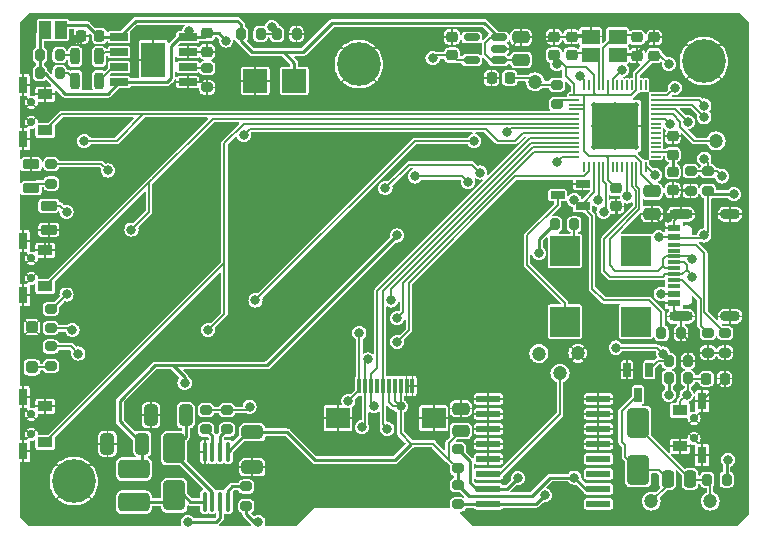
<source format=gbr>
%TF.GenerationSoftware,KiCad,Pcbnew,7.0.9*%
%TF.CreationDate,2024-10-08T00:30:49+03:00*%
%TF.ProjectId,DRM_Watch_V3,44524d5f-5761-4746-9368-5f56332e6b69,rev?*%
%TF.SameCoordinates,Original*%
%TF.FileFunction,Copper,L1,Top*%
%TF.FilePolarity,Positive*%
%FSLAX46Y46*%
G04 Gerber Fmt 4.6, Leading zero omitted, Abs format (unit mm)*
G04 Created by KiCad (PCBNEW 7.0.9) date 2024-10-08 00:30:49*
%MOMM*%
%LPD*%
G01*
G04 APERTURE LIST*
G04 Aperture macros list*
%AMRoundRect*
0 Rectangle with rounded corners*
0 $1 Rounding radius*
0 $2 $3 $4 $5 $6 $7 $8 $9 X,Y pos of 4 corners*
0 Add a 4 corners polygon primitive as box body*
4,1,4,$2,$3,$4,$5,$6,$7,$8,$9,$2,$3,0*
0 Add four circle primitives for the rounded corners*
1,1,$1+$1,$2,$3*
1,1,$1+$1,$4,$5*
1,1,$1+$1,$6,$7*
1,1,$1+$1,$8,$9*
0 Add four rect primitives between the rounded corners*
20,1,$1+$1,$2,$3,$4,$5,0*
20,1,$1+$1,$4,$5,$6,$7,0*
20,1,$1+$1,$6,$7,$8,$9,0*
20,1,$1+$1,$8,$9,$2,$3,0*%
G04 Aperture macros list end*
%TA.AperFunction,SMDPad,CuDef*%
%ADD10RoundRect,0.200000X0.275000X-0.200000X0.275000X0.200000X-0.275000X0.200000X-0.275000X-0.200000X0*%
%TD*%
%TA.AperFunction,SMDPad,CuDef*%
%ADD11RoundRect,0.250000X0.250000X-0.250000X0.250000X0.250000X-0.250000X0.250000X-0.250000X-0.250000X0*%
%TD*%
%TA.AperFunction,SMDPad,CuDef*%
%ADD12RoundRect,0.250000X-0.650000X0.325000X-0.650000X-0.325000X0.650000X-0.325000X0.650000X0.325000X0*%
%TD*%
%TA.AperFunction,SMDPad,CuDef*%
%ADD13R,2.500000X2.500000*%
%TD*%
%TA.AperFunction,SMDPad,CuDef*%
%ADD14RoundRect,0.200000X-0.275000X0.200000X-0.275000X-0.200000X0.275000X-0.200000X0.275000X0.200000X0*%
%TD*%
%TA.AperFunction,SMDPad,CuDef*%
%ADD15C,1.200000*%
%TD*%
%TA.AperFunction,ComponentPad*%
%ADD16C,3.700000*%
%TD*%
%TA.AperFunction,SMDPad,CuDef*%
%ADD17RoundRect,0.200000X-0.200000X-0.275000X0.200000X-0.275000X0.200000X0.275000X-0.200000X0.275000X0*%
%TD*%
%TA.AperFunction,SMDPad,CuDef*%
%ADD18RoundRect,0.225000X0.250000X-0.225000X0.250000X0.225000X-0.250000X0.225000X-0.250000X-0.225000X0*%
%TD*%
%TA.AperFunction,SMDPad,CuDef*%
%ADD19RoundRect,0.225000X-0.250000X0.225000X-0.250000X-0.225000X0.250000X-0.225000X0.250000X0.225000X0*%
%TD*%
%TA.AperFunction,SMDPad,CuDef*%
%ADD20RoundRect,0.200000X0.200000X0.500000X-0.200000X0.500000X-0.200000X-0.500000X0.200000X-0.500000X0*%
%TD*%
%TA.AperFunction,SMDPad,CuDef*%
%ADD21R,1.270000X0.900000*%
%TD*%
%TA.AperFunction,SMDPad,CuDef*%
%ADD22R,0.800000X1.450000*%
%TD*%
%TA.AperFunction,ComponentPad*%
%ADD23C,0.700000*%
%TD*%
%TA.AperFunction,SMDPad,CuDef*%
%ADD24RoundRect,0.250000X0.475000X-0.250000X0.475000X0.250000X-0.475000X0.250000X-0.475000X-0.250000X0*%
%TD*%
%TA.AperFunction,SMDPad,CuDef*%
%ADD25RoundRect,0.042000X0.573000X0.258000X-0.573000X0.258000X-0.573000X-0.258000X0.573000X-0.258000X0*%
%TD*%
%TA.AperFunction,SMDPad,CuDef*%
%ADD26R,2.000000X2.000000*%
%TD*%
%TA.AperFunction,SMDPad,CuDef*%
%ADD27R,1.500000X0.660400*%
%TD*%
%TA.AperFunction,SMDPad,CuDef*%
%ADD28R,2.000000X3.000000*%
%TD*%
%TA.AperFunction,SMDPad,CuDef*%
%ADD29RoundRect,0.250000X-0.650000X1.000000X-0.650000X-1.000000X0.650000X-1.000000X0.650000X1.000000X0*%
%TD*%
%TA.AperFunction,SMDPad,CuDef*%
%ADD30R,0.300000X1.300000*%
%TD*%
%TA.AperFunction,SMDPad,CuDef*%
%ADD31R,2.000000X1.800000*%
%TD*%
%TA.AperFunction,SMDPad,CuDef*%
%ADD32RoundRect,0.225000X0.225000X0.250000X-0.225000X0.250000X-0.225000X-0.250000X0.225000X-0.250000X0*%
%TD*%
%TA.AperFunction,SMDPad,CuDef*%
%ADD33RoundRect,0.250000X-0.250000X-0.475000X0.250000X-0.475000X0.250000X0.475000X-0.250000X0.475000X0*%
%TD*%
%TA.AperFunction,SMDPad,CuDef*%
%ADD34R,1.000000X1.500000*%
%TD*%
%TA.AperFunction,SMDPad,CuDef*%
%ADD35RoundRect,0.225000X-0.225000X-0.250000X0.225000X-0.250000X0.225000X0.250000X-0.225000X0.250000X0*%
%TD*%
%TA.AperFunction,SMDPad,CuDef*%
%ADD36RoundRect,0.041300X0.983700X0.253700X-0.983700X0.253700X-0.983700X-0.253700X0.983700X-0.253700X0*%
%TD*%
%TA.AperFunction,SMDPad,CuDef*%
%ADD37RoundRect,0.200000X-0.500000X0.200000X-0.500000X-0.200000X0.500000X-0.200000X0.500000X0.200000X0*%
%TD*%
%TA.AperFunction,SMDPad,CuDef*%
%ADD38RoundRect,0.100000X-0.100000X0.712500X-0.100000X-0.712500X0.100000X-0.712500X0.100000X0.712500X0*%
%TD*%
%TA.AperFunction,SMDPad,CuDef*%
%ADD39RoundRect,0.200000X0.200000X0.275000X-0.200000X0.275000X-0.200000X-0.275000X0.200000X-0.275000X0*%
%TD*%
%TA.AperFunction,SMDPad,CuDef*%
%ADD40RoundRect,0.250000X0.325000X0.650000X-0.325000X0.650000X-0.325000X-0.650000X0.325000X-0.650000X0*%
%TD*%
%TA.AperFunction,SMDPad,CuDef*%
%ADD41RoundRect,0.150000X0.512500X0.150000X-0.512500X0.150000X-0.512500X-0.150000X0.512500X-0.150000X0*%
%TD*%
%TA.AperFunction,SMDPad,CuDef*%
%ADD42RoundRect,0.320000X1.005000X-0.480000X1.005000X0.480000X-1.005000X0.480000X-1.005000X-0.480000X0*%
%TD*%
%TA.AperFunction,SMDPad,CuDef*%
%ADD43RoundRect,0.042000X-0.258000X0.573000X-0.258000X-0.573000X0.258000X-0.573000X0.258000X0.573000X0*%
%TD*%
%TA.AperFunction,SMDPad,CuDef*%
%ADD44R,1.140000X0.600000*%
%TD*%
%TA.AperFunction,SMDPad,CuDef*%
%ADD45R,1.140000X0.300000*%
%TD*%
%TA.AperFunction,ComponentPad*%
%ADD46O,2.000000X0.900000*%
%TD*%
%TA.AperFunction,ComponentPad*%
%ADD47O,1.700000X0.900000*%
%TD*%
%TA.AperFunction,SMDPad,CuDef*%
%ADD48R,1.500000X1.200000*%
%TD*%
%TA.AperFunction,SMDPad,CuDef*%
%ADD49RoundRect,0.200000X0.500000X-0.200000X0.500000X0.200000X-0.500000X0.200000X-0.500000X-0.200000X0*%
%TD*%
%TA.AperFunction,SMDPad,CuDef*%
%ADD50RoundRect,0.050000X-0.350000X-0.050000X0.350000X-0.050000X0.350000X0.050000X-0.350000X0.050000X0*%
%TD*%
%TA.AperFunction,SMDPad,CuDef*%
%ADD51RoundRect,0.050000X-0.050000X-0.350000X0.050000X-0.350000X0.050000X0.350000X-0.050000X0.350000X0*%
%TD*%
%TA.AperFunction,ComponentPad*%
%ADD52C,0.500000*%
%TD*%
%TA.AperFunction,SMDPad,CuDef*%
%ADD53R,4.000000X4.000000*%
%TD*%
%TA.AperFunction,ViaPad*%
%ADD54C,0.800000*%
%TD*%
%TA.AperFunction,Conductor*%
%ADD55C,0.150000*%
%TD*%
%TA.AperFunction,Conductor*%
%ADD56C,0.250000*%
%TD*%
%TA.AperFunction,Conductor*%
%ADD57C,0.200000*%
%TD*%
G04 APERTURE END LIST*
D10*
%TO.P,R3,1*%
%TO.N,GND*%
X124808302Y-72414727D03*
%TO.P,R3,2*%
%TO.N,Net-(J1-CC1)*%
X124808302Y-70764727D03*
%TD*%
D11*
%TO.P,D2,1,K*%
%TO.N,GND*%
X67564000Y-70260000D03*
%TO.P,D2,2,A*%
%TO.N,Net-(D2-A)*%
X67564000Y-73660000D03*
%TD*%
D12*
%TO.P,C18,1*%
%TO.N,+3V3*%
X86233000Y-79170000D03*
%TO.P,C18,2*%
%TO.N,GND*%
X86233000Y-82120000D03*
%TD*%
D13*
%TO.P,LS1,1*%
%TO.N,unconnected-(LS1-Pad1)*%
X118701681Y-63798319D03*
%TO.P,LS1,2*%
%TO.N,unconnected-(LS1-Pad2)*%
X118701681Y-69798319D03*
%TO.P,LS1,N*%
%TO.N,Net-(LS1-PadN)*%
X112701681Y-69798319D03*
%TO.P,LS1,P*%
%TO.N,Net-(LS1-PadP)*%
X112701681Y-63798319D03*
%TD*%
D14*
%TO.P,R14,1*%
%TO.N,Net-(U1-GPIO3{slash}ADC1_CH2)*%
X123333861Y-57059106D03*
%TO.P,R14,2*%
%TO.N,GND*%
X123333861Y-58709106D03*
%TD*%
D10*
%TO.P,R6,1*%
%TO.N,Net-(D2-A)*%
X69162006Y-73553422D03*
%TO.P,R6,2*%
%TO.N,Net-(U1-GPIO37)*%
X69162006Y-71903422D03*
%TD*%
D15*
%TO.P,TP28,1,1*%
%TO.N,unconnected-(TP28-Pad1)*%
X110500000Y-72500000D03*
%TD*%
D16*
%TO.P,M2,1*%
%TO.N,GND*%
X124460000Y-47752000D03*
%TD*%
D17*
%TO.P,R23,1*%
%TO.N,Net-(D7-K)*%
X124739793Y-83173225D03*
%TO.P,R23,2*%
%TO.N,VCC*%
X126389793Y-83173225D03*
%TD*%
D18*
%TO.P,C5,1*%
%TO.N,+3V3*%
X120267524Y-47275000D03*
%TO.P,C5,2*%
%TO.N,GND*%
X120267524Y-45725000D03*
%TD*%
D15*
%TO.P,TP36,1,1*%
%TO.N,Net-(U1-GPIO34)*%
X125500000Y-54500000D03*
%TD*%
D14*
%TO.P,R19,1*%
%TO.N,Net-(U1-GPIO33)*%
X103632000Y-80582000D03*
%TO.P,R19,2*%
%TO.N,+3V3*%
X103632000Y-82232000D03*
%TD*%
D19*
%TO.P,C15,1*%
%TO.N,GND*%
X111787761Y-45686050D03*
%TO.P,C15,2*%
%TO.N,+3V3*%
X111787761Y-47236050D03*
%TD*%
D14*
%TO.P,R9,1*%
%TO.N,Net-(U3-PROG)*%
X82423000Y-48324000D03*
%TO.P,R9,2*%
%TO.N,GND*%
X82423000Y-49974000D03*
%TD*%
D20*
%TO.P,D3,1,K*%
%TO.N,Net-(D3-K)*%
X73267123Y-47343045D03*
%TO.P,D3,2,A*%
%TO.N,Net-(D3-A)*%
X71235123Y-47343045D03*
%TD*%
D21*
%TO.P,S2,1*%
%TO.N,GND*%
X68703000Y-63754000D03*
%TO.P,S2,2*%
%TO.N,Net-(U1-GPIO1{slash}ADC1_CH0)*%
X68703000Y-66802000D03*
D22*
%TO.P,S2,3,Shield*%
%TO.N,GND*%
X66818000Y-62992000D03*
D23*
X67518000Y-64428000D03*
X67518000Y-66128000D03*
D22*
X66818000Y-67564000D03*
%TD*%
D24*
%TO.P,C9,1*%
%TO.N,VCC*%
X108991132Y-47638833D03*
%TO.P,C9,2*%
%TO.N,GND*%
X108991132Y-45738833D03*
%TD*%
D25*
%TO.P,Q1,1*%
%TO.N,Net-(U1-GPIO12{slash}ADC2_CH1)*%
X114190631Y-60049091D03*
%TO.P,Q1,2*%
%TO.N,GND*%
X114190631Y-58149091D03*
%TO.P,Q1,3*%
%TO.N,Net-(LS1-PadN)*%
X112070631Y-59099091D03*
%TD*%
D26*
%TO.P,BT1,1,+*%
%TO.N,VCC*%
X89789000Y-49403000D03*
%TO.P,BT1,2,-*%
%TO.N,GND*%
X86487000Y-49403000D03*
%TD*%
D10*
%TO.P,R21,1*%
%TO.N,Net-(R21-Pad1)*%
X85725000Y-85407000D03*
%TO.P,R21,2*%
%TO.N,Net-(U5-VA)*%
X85725000Y-83757000D03*
%TD*%
D18*
%TO.P,C6,1*%
%TO.N,+3V3*%
X103149132Y-47238833D03*
%TO.P,C6,2*%
%TO.N,GND*%
X103149132Y-45688833D03*
%TD*%
D14*
%TO.P,R17,1*%
%TO.N,Net-(U1-GPIO8{slash}ADC1_CH7)*%
X84074000Y-77280000D03*
%TO.P,R17,2*%
%TO.N,Net-(U5-RSW-Osc)*%
X84074000Y-78930000D03*
%TD*%
D19*
%TO.P,C4,1*%
%TO.N,+3V3*%
X117000000Y-58500000D03*
%TO.P,C4,2*%
%TO.N,GND*%
X117000000Y-60050000D03*
%TD*%
D27*
%TO.P,U3,1,TEMP*%
%TO.N,GND*%
X80756446Y-49519595D03*
%TO.P,U3,2,PROG*%
%TO.N,Net-(U3-PROG)*%
X80756446Y-48249595D03*
%TO.P,U3,3,GND*%
%TO.N,GND*%
X80756446Y-46979595D03*
%TO.P,U3,4,VCC*%
%TO.N,VBUS*%
X80756446Y-45709595D03*
%TO.P,U3,5,BAT*%
%TO.N,VCC*%
X74959234Y-45717485D03*
%TO.P,U3,6,STDBY*%
%TO.N,Net-(D3-K)*%
X74959234Y-46987485D03*
%TO.P,U3,7,CHRGE*%
%TO.N,Net-(D4-K)*%
X74959234Y-48257485D03*
%TO.P,U3,8,CE*%
%TO.N,VBUS*%
X74959234Y-49527485D03*
D28*
%TO.P,U3,9,HEAT*%
%TO.N,GND*%
X77851000Y-47625000D03*
%TD*%
D29*
%TO.P,D6,1,K*%
%TO.N,Net-(D6-K)*%
X79629000Y-80518000D03*
%TO.P,D6,2,A*%
%TO.N,Net-(D6-A)*%
X79629000Y-84518000D03*
%TD*%
D15*
%TO.P,TP41,1,1*%
%TO.N,Net-(D7-A)*%
X120000000Y-85000000D03*
%TD*%
D21*
%TO.P,S1,1*%
%TO.N,GND*%
X68703000Y-50546000D03*
%TO.P,S1,2*%
%TO.N,Net-(U1-GPIO0{slash}BOOT)*%
X68703000Y-53594000D03*
D22*
%TO.P,S1,3,Shield*%
%TO.N,GND*%
X66818000Y-49784000D03*
D23*
X67518000Y-51220000D03*
X67518000Y-52920000D03*
D22*
X66818000Y-54356000D03*
%TD*%
D18*
%TO.P,C12,1*%
%TO.N,GND*%
X82415870Y-46949882D03*
%TO.P,C12,2*%
%TO.N,VBUS*%
X82415870Y-45399882D03*
%TD*%
D30*
%TO.P,J2,1,SCL*%
%TO.N,Net-(J2-SCL)*%
X95286000Y-75230000D03*
%TO.P,J2,2,SDA*%
%TO.N,Net-(J2-SDA)*%
X95786000Y-75230000D03*
%TO.P,J2,3,CS*%
%TO.N,Net-(J2-CS)*%
X96286000Y-75230000D03*
%TO.P,J2,4,EXTCOMIN*%
%TO.N,unconnected-(J2-EXTCOMIN-Pad4)*%
X96786000Y-75230000D03*
%TO.P,J2,5,ON\u005COFF*%
%TO.N,Net-(J2-ON\u005COFF)*%
X97286000Y-75230000D03*
%TO.P,J2,6,VDDA*%
%TO.N,+3V3*%
X97786000Y-75230000D03*
%TO.P,J2,7,VDD*%
X98286000Y-75230000D03*
%TO.P,J2,8,EXTMODE*%
X98786000Y-75230000D03*
%TO.P,J2,9,GND*%
%TO.N,GND*%
X99286000Y-75230000D03*
%TO.P,J2,10,GNDA*%
X99786000Y-75230000D03*
D31*
%TO.P,J2,Z1,Mount*%
X93486000Y-77980000D03*
%TO.P,J2,Z2,Mount*%
X101586000Y-77980000D03*
%TD*%
D18*
%TO.P,C7,1*%
%TO.N,Net-(U1-VDD_SPI)*%
X121821319Y-55660182D03*
%TO.P,C7,2*%
%TO.N,GND*%
X121821319Y-54110182D03*
%TD*%
D29*
%TO.P,D7,1,K*%
%TO.N,Net-(D7-K)*%
X118892631Y-78365111D03*
%TO.P,D7,2,A*%
%TO.N,Net-(D7-A)*%
X118892631Y-82365111D03*
%TD*%
D32*
%TO.P,C14,1*%
%TO.N,GND*%
X126220937Y-74622765D03*
%TO.P,C14,2*%
%TO.N,Net-(U1-CHIP_PU{slash}RESET)*%
X124670937Y-74622765D03*
%TD*%
D19*
%TO.P,C3,1*%
%TO.N,Net-(U1-XTAL_N)*%
X118790503Y-45739216D03*
%TO.P,C3,2*%
%TO.N,GND*%
X118790503Y-47289216D03*
%TD*%
D33*
%TO.P,C19,1*%
%TO.N,Net-(D7-A)*%
X121405567Y-83127639D03*
%TO.P,C19,2*%
%TO.N,Net-(D7-K)*%
X123305567Y-83127639D03*
%TD*%
D17*
%TO.P,R7,1*%
%TO.N,VBUS*%
X68263000Y-47244000D03*
%TO.P,R7,2*%
%TO.N,Net-(D3-A)*%
X69913000Y-47244000D03*
%TD*%
D21*
%TO.P,S4,1*%
%TO.N,GND*%
X68703000Y-76962000D03*
%TO.P,S4,2*%
%TO.N,Net-(U1-GPIO2{slash}ADC1_CH1)*%
X68703000Y-80010000D03*
D22*
%TO.P,S4,3,Shield*%
%TO.N,GND*%
X66818000Y-76200000D03*
D23*
X67518000Y-77636000D03*
X67518000Y-79336000D03*
D22*
X66818000Y-80772000D03*
%TD*%
D34*
%TO.P,JP1,1,A*%
%TO.N,VBUS*%
X68692000Y-45085000D03*
%TO.P,JP1,2,B*%
%TO.N,VCC*%
X69992000Y-45085000D03*
%TD*%
D35*
%TO.P,C13,1*%
%TO.N,GND*%
X106488411Y-49190065D03*
%TO.P,C13,2*%
%TO.N,Net-(C13-Pad2)*%
X108038411Y-49190065D03*
%TD*%
D36*
%TO.P,U4,1,32KHZ*%
%TO.N,unconnected-(U4-32KHZ-Pad1)*%
X115526000Y-85217000D03*
%TO.P,U4,2,VCC*%
%TO.N,+3V3*%
X115526000Y-83947000D03*
%TO.P,U4,3,~{INT}/SQW*%
%TO.N,unconnected-(U4-~{INT}{slash}SQW-Pad3)*%
X115526000Y-82677000D03*
%TO.P,U4,4,~{RST}*%
%TO.N,unconnected-(U4-~{RST}-Pad4)*%
X115526000Y-81407000D03*
%TO.P,U4,5,N.C.*%
%TO.N,GND*%
X115526000Y-80137000D03*
%TO.P,U4,6,N.C.*%
X115526000Y-78867000D03*
%TO.P,U4,7,N.C.*%
X115526000Y-77597000D03*
%TO.P,U4,8,N.C.*%
X115526000Y-76327000D03*
%TO.P,U4,9,N.C.*%
X106216000Y-76327000D03*
%TO.P,U4,10,N.C.*%
X106216000Y-77597000D03*
%TO.P,U4,11,N.C.*%
X106216000Y-78867000D03*
%TO.P,U4,12,N.C.*%
X106216000Y-80137000D03*
%TO.P,U4,13,GND*%
X106216000Y-81407000D03*
%TO.P,U4,14,VBAT*%
%TO.N,Net-(U4-VBAT)*%
X106216000Y-82677000D03*
%TO.P,U4,15,SDA*%
%TO.N,Net-(U1-GPIO33)*%
X106216000Y-83947000D03*
%TO.P,U4,16,SCL*%
%TO.N,Net-(U1-GPIO35)*%
X106216000Y-85217000D03*
%TD*%
D14*
%TO.P,R10,1*%
%TO.N,Net-(D5-A)*%
X69150351Y-68709964D03*
%TO.P,R10,2*%
%TO.N,Net-(U1-GPIO38)*%
X69150351Y-70359964D03*
%TD*%
D24*
%TO.P,C10,1*%
%TO.N,+3V3*%
X103886000Y-79055000D03*
%TO.P,C10,2*%
%TO.N,GND*%
X103886000Y-77155000D03*
%TD*%
D37*
%TO.P,D1,1,K*%
%TO.N,GND*%
X67500000Y-56484000D03*
%TO.P,D1,2,A*%
%TO.N,Net-(D1-A)*%
X67500000Y-58516000D03*
%TD*%
D32*
%TO.P,C11,1*%
%TO.N,VCC*%
X73292000Y-45593000D03*
%TO.P,C11,2*%
%TO.N,GND*%
X71742000Y-45593000D03*
%TD*%
D38*
%TO.P,U5,1,VDD*%
%TO.N,+3V3*%
X84160000Y-80818500D03*
%TO.P,U5,2,RSW-Osc*%
%TO.N,Net-(U5-RSW-Osc)*%
X83510000Y-80818500D03*
%TO.P,U5,3,REL-Osc*%
%TO.N,Net-(U5-REL-Osc)*%
X82860000Y-80818500D03*
%TO.P,U5,4,GND*%
%TO.N,GND*%
X82210000Y-80818500D03*
%TO.P,U5,5,LX*%
%TO.N,Net-(D6-A)*%
X82210000Y-85043500D03*
%TO.P,U5,6,CS*%
%TO.N,Net-(D6-K)*%
X82860000Y-85043500D03*
%TO.P,U5,7,VB*%
%TO.N,Net-(U5-VB)*%
X83510000Y-85043500D03*
%TO.P,U5,8,VA*%
%TO.N,Net-(U5-VA)*%
X84160000Y-85043500D03*
%TD*%
D19*
%TO.P,C2,1*%
%TO.N,GND*%
X113258303Y-45680154D03*
%TO.P,C2,2*%
%TO.N,Net-(U1-XTAL_P)*%
X113258303Y-47230154D03*
%TD*%
D10*
%TO.P,R5,1*%
%TO.N,Net-(D1-A)*%
X69213058Y-58109281D03*
%TO.P,R5,2*%
%TO.N,Net-(U1-GPIO36)*%
X69213058Y-56459281D03*
%TD*%
D17*
%TO.P,R22,1*%
%TO.N,Net-(U1-GPIO9{slash}ADC1_CH8)*%
X121482052Y-73126193D03*
%TO.P,R22,2*%
%TO.N,GND*%
X123132052Y-73126193D03*
%TD*%
%TO.P,R8,1*%
%TO.N,VBUS*%
X68263000Y-48768000D03*
%TO.P,R8,2*%
%TO.N,Net-(D4-A)*%
X69913000Y-48768000D03*
%TD*%
D15*
%TO.P,TP39,1,1*%
%TO.N,Net-(U4-VBAT)*%
X112282436Y-74166863D03*
%TD*%
D39*
%TO.P,R4,1*%
%TO.N,Net-(LS1-PadP)*%
X113501600Y-61560666D03*
%TO.P,R4,2*%
%TO.N,VCC*%
X111851600Y-61560666D03*
%TD*%
D14*
%TO.P,R18,1*%
%TO.N,Net-(U1-GPIO8{slash}ADC1_CH7)*%
X82296000Y-77280000D03*
%TO.P,R18,2*%
%TO.N,Net-(U5-REL-Osc)*%
X82296000Y-78930000D03*
%TD*%
D40*
%TO.P,C16,1*%
%TO.N,Net-(D6-K)*%
X80596000Y-77724000D03*
%TO.P,C16,2*%
%TO.N,GND*%
X77646000Y-77724000D03*
%TD*%
D41*
%TO.P,U2,1,V_in*%
%TO.N,VCC*%
X107080632Y-47638833D03*
%TO.P,U2,2,GND*%
%TO.N,GND*%
X107080632Y-46688833D03*
%TO.P,U2,3,CE*%
%TO.N,VCC*%
X107080632Y-45738833D03*
%TO.P,U2,4,NC*%
%TO.N,unconnected-(U2-NC-Pad4)*%
X104805632Y-45738833D03*
%TO.P,U2,5,V_out*%
%TO.N,+3V3*%
X104805632Y-47638833D03*
%TD*%
D15*
%TO.P,TP27,1,1*%
%TO.N,Net-(C13-Pad2)*%
X110193874Y-49500000D03*
%TD*%
D16*
%TO.P,M3,1*%
%TO.N,GND*%
X95250000Y-48006000D03*
%TD*%
D15*
%TO.P,TP40,1,1*%
%TO.N,Net-(D7-K)*%
X125000000Y-85000000D03*
%TD*%
D14*
%TO.P,R2,1*%
%TO.N,Net-(J1-CC2)*%
X126276156Y-70767624D03*
%TO.P,R2,2*%
%TO.N,GND*%
X126276156Y-72417624D03*
%TD*%
D21*
%TO.P,S3,1*%
%TO.N,GND*%
X122452000Y-80352000D03*
%TO.P,S3,2*%
%TO.N,Net-(U1-CHIP_PU{slash}RESET)*%
X122452000Y-77304000D03*
D22*
%TO.P,S3,3,Shield*%
%TO.N,GND*%
X124337000Y-81114000D03*
D23*
X123637000Y-79678000D03*
X123637000Y-77978000D03*
D22*
X124337000Y-76542000D03*
%TD*%
D17*
%TO.P,R11,1*%
%TO.N,VCC*%
X85281000Y-45466000D03*
%TO.P,R11,2*%
%TO.N,Net-(U1-GPIO4{slash}ADC1_CH3)*%
X86931000Y-45466000D03*
%TD*%
D42*
%TO.P,L1,1,1*%
%TO.N,Net-(D6-A)*%
X76200000Y-85093000D03*
%TO.P,L1,2,2*%
%TO.N,VCC*%
X76200000Y-82293000D03*
%TD*%
D43*
%TO.P,Q2,1*%
%TO.N,Net-(U1-GPIO9{slash}ADC1_CH8)*%
X119849155Y-73870185D03*
%TO.P,Q2,2*%
%TO.N,GND*%
X117949155Y-73870185D03*
%TO.P,Q2,3*%
%TO.N,Net-(D7-A)*%
X118899155Y-75990185D03*
%TD*%
D40*
%TO.P,C17,1*%
%TO.N,VCC*%
X76913000Y-80137000D03*
%TO.P,C17,2*%
%TO.N,GND*%
X73963000Y-80137000D03*
%TD*%
D14*
%TO.P,R15,1*%
%TO.N,Net-(C13-Pad2)*%
X112031855Y-49735182D03*
%TO.P,R15,2*%
%TO.N,Net-(U1-LNA_IN{slash}RF)*%
X112031855Y-51385182D03*
%TD*%
D15*
%TO.P,TP8,1,1*%
%TO.N,GND*%
X113788762Y-72480091D03*
%TD*%
D16*
%TO.P,M1,1*%
%TO.N,GND*%
X71120000Y-83312000D03*
%TD*%
D44*
%TO.P,J1,A1_B12,GND*%
%TO.N,GND*%
X121920000Y-68231000D03*
%TO.P,J1,A4_B9,VBUS*%
%TO.N,VBUS*%
X121920000Y-67431000D03*
D45*
%TO.P,J1,A5,CC1*%
%TO.N,Net-(J1-CC1)*%
X121920000Y-66281000D03*
%TO.P,J1,A6,DP1*%
%TO.N,Net-(J1-DP1)*%
X121920000Y-65281000D03*
%TO.P,J1,A7,DN1*%
%TO.N,Net-(J1-DN1)*%
X121920000Y-64781000D03*
%TO.P,J1,A8,SBU1*%
%TO.N,unconnected-(J1-SBU1-PadA8)*%
X121920000Y-63781000D03*
D44*
%TO.P,J1,B1_A12,GND*%
%TO.N,GND*%
X121920000Y-61831000D03*
%TO.P,J1,B4_A9,VBUS*%
%TO.N,VBUS*%
X121920000Y-62631000D03*
D45*
%TO.P,J1,B5,CC2*%
%TO.N,Net-(J1-CC2)*%
X121920000Y-63281000D03*
%TO.P,J1,B6,DP2*%
%TO.N,Net-(J1-DP1)*%
X121920000Y-64281000D03*
%TO.P,J1,B7,DN2*%
%TO.N,Net-(J1-DN1)*%
X121920000Y-65781000D03*
%TO.P,J1,B8,SBU2*%
%TO.N,unconnected-(J1-SBU2-PadB8)*%
X121920000Y-66781000D03*
D46*
%TO.P,J1,S1,SHIELD*%
%TO.N,GND*%
X122500000Y-69356000D03*
%TO.P,J1,S2,SHIELD*%
X122500000Y-60706000D03*
D47*
%TO.P,J1,S3,SHIELD*%
X126670000Y-69356000D03*
%TO.P,J1,S4,SHIELD*%
X126670000Y-60706000D03*
%TD*%
D17*
%TO.P,R16,1*%
%TO.N,+3V3*%
X121485176Y-74599188D03*
%TO.P,R16,2*%
%TO.N,Net-(U1-CHIP_PU{slash}RESET)*%
X123135176Y-74599188D03*
%TD*%
D10*
%TO.P,R13,1*%
%TO.N,VBUS*%
X124805082Y-58708034D03*
%TO.P,R13,2*%
%TO.N,Net-(U1-GPIO3{slash}ADC1_CH2)*%
X124805082Y-57058034D03*
%TD*%
D48*
%TO.P,Y1,1,XTAL_P*%
%TO.N,Net-(U1-XTAL_P)*%
X114877503Y-47188716D03*
%TO.P,Y1,2,GND*%
%TO.N,GND*%
X117163503Y-47188716D03*
%TO.P,Y1,3,XTAL_N*%
%TO.N,Net-(U1-XTAL_N)*%
X117163503Y-45664716D03*
%TO.P,Y1,4,GND*%
%TO.N,GND*%
X114877503Y-45664716D03*
%TD*%
D17*
%TO.P,R12,1*%
%TO.N,Net-(U1-GPIO4{slash}ADC1_CH3)*%
X88329000Y-45466000D03*
%TO.P,R12,2*%
%TO.N,GND*%
X89979000Y-45466000D03*
%TD*%
D10*
%TO.P,R20,1*%
%TO.N,Net-(U1-GPIO35)*%
X103632000Y-85280000D03*
%TO.P,R20,2*%
%TO.N,+3V3*%
X103632000Y-83630000D03*
%TD*%
D49*
%TO.P,D5,1,K*%
%TO.N,GND*%
X69000000Y-62016000D03*
%TO.P,D5,2,A*%
%TO.N,Net-(D5-A)*%
X69000000Y-59984000D03*
%TD*%
D19*
%TO.P,C8,1*%
%TO.N,Net-(U1-VDD_SPI)*%
X121821319Y-57110182D03*
%TO.P,C8,2*%
%TO.N,GND*%
X121821319Y-58660182D03*
%TD*%
D20*
%TO.P,D4,1,K*%
%TO.N,Net-(D4-K)*%
X73279000Y-49403000D03*
%TO.P,D4,2,A*%
%TO.N,Net-(D4-A)*%
X71247000Y-49403000D03*
%TD*%
D17*
%TO.P,R1,1*%
%TO.N,Net-(U1-GPIO12{slash}ADC2_CH1)*%
X120874648Y-70794524D03*
%TO.P,R1,2*%
%TO.N,GND*%
X122524648Y-70794524D03*
%TD*%
D50*
%TO.P,U1,1,VDDA*%
%TO.N,+3V3*%
X113496319Y-50637182D03*
%TO.P,U1,2,LNA_IN/RF*%
%TO.N,Net-(U1-LNA_IN{slash}RF)*%
X113496319Y-51037182D03*
%TO.P,U1,3,VDD3P3*%
%TO.N,+3V3*%
X113496319Y-51437182D03*
%TO.P,U1,4,VDD3P3*%
X113496319Y-51837182D03*
%TO.P,U1,5,GPIO0/BOOT*%
%TO.N,Net-(U1-GPIO0{slash}BOOT)*%
X113496319Y-52237182D03*
%TO.P,U1,6,GPIO1/ADC1_CH0*%
%TO.N,Net-(U1-GPIO1{slash}ADC1_CH0)*%
X113496319Y-52637182D03*
%TO.P,U1,7,GPIO2/ADC1_CH1*%
%TO.N,Net-(U1-GPIO2{slash}ADC1_CH1)*%
X113496319Y-53037182D03*
%TO.P,U1,8,GPIO3/ADC1_CH2*%
%TO.N,Net-(U1-GPIO3{slash}ADC1_CH2)*%
X113496319Y-53437182D03*
%TO.P,U1,9,GPIO4/ADC1_CH3*%
%TO.N,Net-(U1-GPIO4{slash}ADC1_CH3)*%
X113496319Y-53837182D03*
%TO.P,U1,10,GPIO5/ADC1_CH4*%
%TO.N,Net-(J2-CS)*%
X113496319Y-54237182D03*
%TO.P,U1,11,GPIO6/ADC1_CH5*%
%TO.N,Net-(J2-ON\u005COFF)*%
X113496319Y-54637182D03*
%TO.P,U1,12,GPIO7/ADC1_CH6*%
%TO.N,Net-(J2-SCL)*%
X113496319Y-55037182D03*
%TO.P,U1,13,GPIO8/ADC1_CH7*%
%TO.N,Net-(U1-GPIO8{slash}ADC1_CH7)*%
X113496319Y-55437182D03*
%TO.P,U1,14,GPIO9/ADC1_CH8*%
%TO.N,Net-(U1-GPIO9{slash}ADC1_CH8)*%
X113496319Y-55837182D03*
D51*
%TO.P,U1,15,GPIO10/ADC1_CH9*%
%TO.N,unconnected-(U1-GPIO10{slash}ADC1_CH9-Pad15)*%
X114346319Y-56687182D03*
%TO.P,U1,16,GPIO11/ADC2_CH0*%
%TO.N,Net-(J2-SDA)*%
X114746319Y-56687182D03*
%TO.P,U1,17,GPIO12/ADC2_CH1*%
%TO.N,Net-(U1-GPIO12{slash}ADC2_CH1)*%
X115146319Y-56687182D03*
%TO.P,U1,18,GPIO13/ADC2_CH2*%
%TO.N,Net-(U1-GPIO13{slash}ADC2_CH2)*%
X115546319Y-56687182D03*
%TO.P,U1,19,GPIO14/ADC2_CH3*%
%TO.N,Net-(U1-GPIO14{slash}ADC2_CH3)*%
X115946319Y-56687182D03*
%TO.P,U1,20,VDD3P3_RTC*%
%TO.N,+3V3*%
X116346319Y-56687182D03*
%TO.P,U1,21,GPIO15/ADC2_CH4/XTAL_32K_P*%
%TO.N,unconnected-(U1-GPIO15{slash}ADC2_CH4{slash}XTAL_32K_P-Pad21)*%
X116746319Y-56687182D03*
%TO.P,U1,22,GPIO16/ADC2_CH5/XTAL_32K_N*%
%TO.N,unconnected-(U1-GPIO16{slash}ADC2_CH5{slash}XTAL_32K_N-Pad22)*%
X117146319Y-56687182D03*
%TO.P,U1,23,GPIO17/ADC2_CH6/DAC_1*%
%TO.N,unconnected-(U1-GPIO17{slash}ADC2_CH6{slash}DAC_1-Pad23)*%
X117546319Y-56687182D03*
%TO.P,U1,24,GPIO18/ADC2_CH7/DAC_2*%
%TO.N,Net-(U1-GPIO18{slash}ADC2_CH7{slash}DAC_2)*%
X117946319Y-56687182D03*
%TO.P,U1,25,GPIO19/ADC2_CH8/USB_D-*%
%TO.N,Net-(J1-DN1)*%
X118346319Y-56687182D03*
%TO.P,U1,26,GPIO20/ADC2_CH9/USB_D+*%
%TO.N,Net-(J1-DP1)*%
X118746319Y-56687182D03*
%TO.P,U1,27,VDD3P3_RTC_IO*%
%TO.N,+3V3*%
X119146319Y-56687182D03*
%TO.P,U1,28,GPIO21*%
%TO.N,Net-(U1-GPIO21)*%
X119546319Y-56687182D03*
D50*
%TO.P,U1,29,SPI_CS1/GPIO26*%
%TO.N,unconnected-(U1-SPI_CS1{slash}GPIO26-Pad29)*%
X120396319Y-55837182D03*
%TO.P,U1,30,VDD_SPI*%
%TO.N,Net-(U1-VDD_SPI)*%
X120396319Y-55437182D03*
%TO.P,U1,31,SPIHD/GPIO27*%
%TO.N,unconnected-(U1-SPIHD{slash}GPIO27-Pad31)*%
X120396319Y-55037182D03*
%TO.P,U1,32,SPIWP/GPIO28*%
%TO.N,unconnected-(U1-SPIWP{slash}GPIO28-Pad32)*%
X120396319Y-54637182D03*
%TO.P,U1,33,SPICS0/GPIO29*%
%TO.N,unconnected-(U1-SPICS0{slash}GPIO29-Pad33)*%
X120396319Y-54237182D03*
%TO.P,U1,34,SPICLK/GPIO30*%
%TO.N,unconnected-(U1-SPICLK{slash}GPIO30-Pad34)*%
X120396319Y-53837182D03*
%TO.P,U1,35,SPIQ/GPIO31*%
%TO.N,unconnected-(U1-SPIQ{slash}GPIO31-Pad35)*%
X120396319Y-53437182D03*
%TO.P,U1,36,SPID/GPIO32*%
%TO.N,unconnected-(U1-SPID{slash}GPIO32-Pad36)*%
X120396319Y-53037182D03*
%TO.P,U1,37,GPIO33*%
%TO.N,Net-(U1-GPIO33)*%
X120396319Y-52637182D03*
%TO.P,U1,38,GPIO34*%
%TO.N,Net-(U1-GPIO34)*%
X120396319Y-52237182D03*
%TO.P,U1,39,GPIO35*%
%TO.N,Net-(U1-GPIO35)*%
X120396319Y-51837182D03*
%TO.P,U1,40,GPIO36*%
%TO.N,Net-(U1-GPIO36)*%
X120396319Y-51437182D03*
%TO.P,U1,41,GPIO37*%
%TO.N,Net-(U1-GPIO37)*%
X120396319Y-51037182D03*
%TO.P,U1,42,GPIO38*%
%TO.N,Net-(U1-GPIO38)*%
X120396319Y-50637182D03*
D51*
%TO.P,U1,43,MTCK/JTAG/GPIO39*%
%TO.N,unconnected-(U1-MTCK{slash}JTAG{slash}GPIO39-Pad43)*%
X119546319Y-49787182D03*
%TO.P,U1,44,MTDO/JTAG/GPIO40*%
%TO.N,unconnected-(U1-MTDO{slash}JTAG{slash}GPIO40-Pad44)*%
X119146319Y-49787182D03*
%TO.P,U1,45,VDD3P3_CPU*%
%TO.N,+3V3*%
X118746319Y-49787182D03*
%TO.P,U1,46,MTDI/JTAG/GPIO41*%
%TO.N,unconnected-(U1-MTDI{slash}JTAG{slash}GPIO41-Pad46)*%
X118346319Y-49787182D03*
%TO.P,U1,47,MTMS/JTAG/GPIO42*%
%TO.N,unconnected-(U1-MTMS{slash}JTAG{slash}GPIO42-Pad47)*%
X117946319Y-49787182D03*
%TO.P,U1,48,U0TXD/GPIO43*%
%TO.N,unconnected-(U1-U0TXD{slash}GPIO43-Pad48)*%
X117546319Y-49787182D03*
%TO.P,U1,49,U0RXD/GPIO44*%
%TO.N,unconnected-(U1-U0RXD{slash}GPIO44-Pad49)*%
X117146319Y-49787182D03*
%TO.P,U1,50,GPIO45*%
%TO.N,Net-(U1-GPIO45)*%
X116746319Y-49787182D03*
%TO.P,U1,51,VDDA*%
%TO.N,+3V3*%
X116346319Y-49787182D03*
%TO.P,U1,52,XTAL_N*%
%TO.N,Net-(U1-XTAL_N)*%
X115946319Y-49787182D03*
%TO.P,U1,53,XTAL_P*%
%TO.N,Net-(U1-XTAL_P)*%
X115546319Y-49787182D03*
%TO.P,U1,54,VDDA*%
%TO.N,+3V3*%
X115146319Y-49787182D03*
%TO.P,U1,55,GPIO46*%
%TO.N,unconnected-(U1-GPIO46-Pad55)*%
X114746319Y-49787182D03*
%TO.P,U1,56,CHIP_PU/RESET*%
%TO.N,Net-(U1-CHIP_PU{slash}RESET)*%
X114346319Y-49787182D03*
D52*
%TO.P,U1,57,GND*%
%TO.N,GND*%
X115196319Y-51487182D03*
X115196319Y-53237182D03*
X115196319Y-54987182D03*
X116946319Y-51487182D03*
X116946319Y-53237182D03*
D53*
X116946319Y-53237182D03*
D52*
X116946319Y-54987182D03*
X118696319Y-51487182D03*
X118696319Y-53237182D03*
X118696319Y-54987182D03*
%TD*%
D24*
%TO.P,C1,1*%
%TO.N,GND*%
X120078637Y-60668763D03*
%TO.P,C1,2*%
%TO.N,+3V3*%
X120078637Y-58768763D03*
%TD*%
D54*
%TO.N,Net-(U1-GPIO2{slash}ADC1_CH1)*%
X82500000Y-70500000D03*
%TO.N,VCC*%
X80500000Y-75000000D03*
X98500000Y-62500000D03*
X90297000Y-49657000D03*
X126500000Y-81500000D03*
X110500000Y-64000000D03*
%TO.N,+3V3*%
X113500000Y-83000000D03*
X121500000Y-76000000D03*
X121500000Y-48000000D03*
X101500000Y-47500000D03*
X98786004Y-76981996D03*
X112000000Y-48000000D03*
%TO.N,Net-(J1-DP1)*%
X123500000Y-64500000D03*
%TO.N,Net-(J1-DN1)*%
X123500000Y-66000000D03*
%TO.N,GND*%
X123500000Y-55500000D03*
X95500000Y-63000000D03*
X77851000Y-46736000D03*
X90000000Y-77000000D03*
X88000000Y-51000000D03*
X113000000Y-79500000D03*
X68500000Y-85500000D03*
X122500000Y-45500000D03*
X78000000Y-54500000D03*
X100000000Y-55500000D03*
X99949000Y-78867002D03*
X106500000Y-55500000D03*
X102500000Y-69000000D03*
X71501000Y-45847000D03*
X109000000Y-77500000D03*
X121463044Y-61026906D03*
X126500000Y-52500000D03*
X109000000Y-66500000D03*
X83500000Y-75000000D03*
X82000000Y-55500000D03*
X93000000Y-55500000D03*
X81000000Y-65500000D03*
X110500000Y-46000000D03*
X87000000Y-71500000D03*
X85979002Y-49276001D03*
X99000000Y-48000000D03*
X91500000Y-61000000D03*
X110269252Y-51321865D03*
X76000000Y-70500000D03*
X72500000Y-78000000D03*
X126500000Y-80000000D03*
X105000000Y-51000000D03*
X126500000Y-78000000D03*
X110000000Y-60500000D03*
X95500000Y-83500000D03*
X73000000Y-60000000D03*
X116000000Y-67000000D03*
X90000000Y-83000000D03*
X74000000Y-66500000D03*
%TO.N,Net-(J2-SCL)*%
X94361000Y-76530498D03*
X95290644Y-70742408D03*
X98000000Y-68000000D03*
%TO.N,Net-(J2-SDA)*%
X95503992Y-78740000D03*
X98500000Y-71500000D03*
X96000000Y-73000000D03*
%TO.N,Net-(J2-CS)*%
X96520000Y-76962004D03*
%TO.N,Net-(J2-ON\u005COFF)*%
X97663000Y-78867010D03*
%TO.N,Net-(U1-GPIO0{slash}BOOT)*%
X72000000Y-54500000D03*
%TO.N,Net-(U1-GPIO1{slash}ADC1_CH0)*%
X76000000Y-62000000D03*
%TO.N,Net-(U1-CHIP_PU{slash}RESET)*%
X123000000Y-76000000D03*
X113999984Y-49000000D03*
%TO.N,Net-(U1-GPIO12{slash}ADC2_CH1)*%
X113500000Y-59500000D03*
%TO.N,Net-(U1-GPIO33)*%
X108712000Y-83058000D03*
X121631589Y-53086184D03*
%TO.N,VBUS*%
X127000000Y-59000000D03*
X120804250Y-67434643D03*
X80899000Y-45212000D03*
X120650703Y-62649509D03*
X84000000Y-46000000D03*
X124500000Y-62500000D03*
%TO.N,Net-(U1-GPIO35)*%
X123106070Y-52893938D03*
X111000000Y-84500000D03*
%TO.N,Net-(D5-A)*%
X70500000Y-67500000D03*
X70500000Y-60500000D03*
%TO.N,Net-(U1-GPIO4{slash}ADC1_CH3)*%
X85500000Y-54000000D03*
X87884000Y-44831000D03*
%TO.N,Net-(U1-GPIO3{slash}ADC1_CH2)*%
X107825000Y-53712182D03*
X124500000Y-56000000D03*
X126000000Y-57500000D03*
%TO.N,Net-(U1-GPIO36)*%
X124500000Y-52500000D03*
X100000000Y-57500000D03*
X74000000Y-57000000D03*
X104500008Y-58000000D03*
%TO.N,Net-(U1-GPIO37)*%
X71500000Y-72500000D03*
X124500000Y-51500000D03*
X105500000Y-57175000D03*
X97500000Y-58500000D03*
%TO.N,Net-(U1-GPIO38)*%
X86500000Y-68000000D03*
X122000000Y-50000000D03*
X105000000Y-54500000D03*
X71000000Y-70500000D03*
%TO.N,Net-(U1-GPIO14{slash}ADC2_CH3)*%
X115976791Y-60498736D03*
%TO.N,Net-(U1-GPIO18{slash}ADC2_CH7{slash}DAC_2)*%
X117992578Y-59193089D03*
%TO.N,Net-(U1-GPIO21)*%
X120321319Y-57385182D03*
%TO.N,Net-(U1-GPIO45)*%
X117500000Y-48500000D03*
%TO.N,Net-(U1-GPIO13{slash}ADC2_CH2)*%
X115500000Y-59500064D03*
%TO.N,Net-(R21-Pad1)*%
X86741000Y-86740992D03*
%TO.N,Net-(U1-GPIO8{slash}ADC1_CH7)*%
X86000000Y-77000000D03*
X98500000Y-69500000D03*
%TO.N,Net-(U5-VB)*%
X80772000Y-86741012D03*
%TO.N,Net-(U1-GPIO9{slash}ADC1_CH8)*%
X121000000Y-72500000D03*
X117000000Y-72000000D03*
X112008797Y-56242807D03*
%TD*%
D55*
%TO.N,Net-(U1-GPIO2{slash}ADC1_CH1)*%
X83856500Y-64856500D02*
X83856500Y-69143500D01*
X83856500Y-64856500D02*
X68703000Y-80010000D01*
X83856500Y-69143500D02*
X82500000Y-70500000D01*
X113496319Y-53037182D02*
X85508223Y-53037182D01*
X83856500Y-54688905D02*
X83856500Y-64856500D01*
X85508223Y-53037182D02*
X83856500Y-54688905D01*
D56*
%TO.N,VCC*%
X85281000Y-44641000D02*
X84963000Y-44323000D01*
D57*
X107080632Y-47638833D02*
X108991132Y-47638833D01*
D56*
X88900000Y-46990000D02*
X89789000Y-47879000D01*
X110500000Y-62813241D02*
X110500000Y-64000000D01*
X88900000Y-46990000D02*
X90510000Y-46990000D01*
X76353719Y-44323000D02*
X74959234Y-45717485D01*
D57*
X106418133Y-45738833D02*
X105943132Y-46213834D01*
D56*
X85281000Y-46038000D02*
X86233000Y-46990000D01*
D55*
X90297000Y-49657000D02*
X90043000Y-49657000D01*
D56*
X85281000Y-45466000D02*
X85281000Y-44641000D01*
D57*
X107080632Y-45738833D02*
X106418133Y-45738833D01*
X105943132Y-47163832D02*
X106418133Y-47638833D01*
X106418133Y-47638833D02*
X107080632Y-47638833D01*
D56*
X126389793Y-81610207D02*
X126500000Y-81500000D01*
X84963000Y-44323000D02*
X76353719Y-44323000D01*
X78000000Y-73500000D02*
X79500000Y-73500000D01*
X85344000Y-45466000D02*
X85281000Y-45466000D01*
X70231000Y-44704000D02*
X72276000Y-44704000D01*
X79500000Y-73500000D02*
X87500000Y-73500000D01*
X93000000Y-44500000D02*
X105841799Y-44500000D01*
X69992000Y-44943000D02*
X70231000Y-44704000D01*
X126389793Y-83173225D02*
X126389793Y-81610207D01*
X87500000Y-73500000D02*
X98500000Y-62500000D01*
D55*
X90043000Y-49657000D02*
X89789000Y-49403000D01*
D56*
X72276000Y-44704000D02*
X73292000Y-45720000D01*
X80500000Y-75000000D02*
X80500000Y-74500000D01*
D57*
X105943132Y-46213834D02*
X105943132Y-47163832D01*
D56*
X85281000Y-45466000D02*
X85281000Y-46038000D01*
X69992000Y-45085000D02*
X69992000Y-44943000D01*
X76913000Y-80137000D02*
X75000000Y-78224000D01*
X74956719Y-45720000D02*
X74959234Y-45717485D01*
X89789000Y-47879000D02*
X89789000Y-49403000D01*
X105841799Y-44500000D02*
X107080632Y-45738833D01*
X86233000Y-46990000D02*
X88900000Y-46990000D01*
X80500000Y-74500000D02*
X79500000Y-73500000D01*
X75000000Y-76500000D02*
X78000000Y-73500000D01*
X76913000Y-80137000D02*
X76913000Y-81580000D01*
X75000000Y-78224000D02*
X75000000Y-76500000D01*
X111850000Y-61463241D02*
X110500000Y-62813241D01*
X76913000Y-81580000D02*
X76200000Y-82293000D01*
X90510000Y-46990000D02*
X93000000Y-44500000D01*
X73292000Y-45720000D02*
X74956719Y-45720000D01*
D57*
%TO.N,+3V3*%
X114321319Y-50637182D02*
X113496319Y-50637182D01*
X114273319Y-51837182D02*
X114321319Y-51885182D01*
X114321319Y-51385182D02*
X114321319Y-50637182D01*
X118746319Y-48796205D02*
X120267524Y-47275000D01*
D56*
X121485176Y-75985176D02*
X121500000Y-76000000D01*
X86233000Y-79170000D02*
X89170000Y-79170000D01*
D57*
X115146319Y-50462182D02*
X115146319Y-49787182D01*
X104805632Y-47638833D02*
X103549132Y-47638833D01*
X113496319Y-51437182D02*
X114269319Y-51437182D01*
X116346319Y-56687182D02*
X116346319Y-57846319D01*
X118746319Y-50212832D02*
X118321969Y-50637182D01*
X98286000Y-76481992D02*
X98786004Y-76981996D01*
X116346319Y-55910182D02*
X116346319Y-56687182D01*
X119146319Y-56687182D02*
X119146319Y-56261532D01*
X112786797Y-49010358D02*
X112786797Y-48235086D01*
X116181271Y-55745134D02*
X116346319Y-55910182D01*
D56*
X89170000Y-79170000D02*
X91500000Y-81500000D01*
D57*
X115321319Y-50637182D02*
X114321319Y-50637182D01*
X116321319Y-50637182D02*
X116346319Y-50612182D01*
X114321319Y-51885182D02*
X114321319Y-55362822D01*
X116346319Y-57846319D02*
X117000000Y-58500000D01*
X102882000Y-80059000D02*
X102882000Y-81482000D01*
D56*
X84160000Y-80818500D02*
X85808500Y-79170000D01*
X121485176Y-74599188D02*
X121485176Y-75985176D01*
D57*
X115146319Y-48913115D02*
X114468290Y-48235086D01*
X103886000Y-79055000D02*
X102882000Y-80059000D01*
X116346319Y-50612182D02*
X116346319Y-49787182D01*
X97786000Y-76577000D02*
X98171000Y-76962000D01*
X116321319Y-50637182D02*
X115321319Y-50637182D01*
X98766008Y-76962000D02*
X98786004Y-76981996D01*
X98786004Y-76981996D02*
X98786004Y-79228004D01*
X103549132Y-47638833D02*
X103149132Y-47238833D01*
X113496319Y-50637182D02*
X113496319Y-49719880D01*
X114269319Y-51437182D02*
X114321319Y-51385182D01*
D56*
X104584000Y-84582000D02*
X103632000Y-83630000D01*
X113500000Y-83000000D02*
X111474695Y-83000000D01*
D57*
X101761167Y-47238833D02*
X101500000Y-47500000D01*
X99695000Y-80137000D02*
X101537000Y-80137000D01*
X101537000Y-80137000D02*
X102882000Y-81482000D01*
X114703631Y-55745134D02*
X116181271Y-55745134D01*
X120078637Y-58240158D02*
X119146319Y-57307840D01*
X120078637Y-58768763D02*
X120078637Y-58240158D01*
X115146319Y-49787182D02*
X115146319Y-48913115D01*
X118746319Y-49787182D02*
X118746319Y-50212832D01*
X103149132Y-47238833D02*
X101761167Y-47238833D01*
X113496319Y-49719880D02*
X112786797Y-49010358D01*
D56*
X114447000Y-83947000D02*
X115526000Y-83947000D01*
D57*
X98786000Y-76981992D02*
X98786004Y-76981996D01*
X102882000Y-81482000D02*
X103632000Y-82232000D01*
X111787761Y-47236050D02*
X111787761Y-47787761D01*
X113496319Y-51837182D02*
X114273319Y-51837182D01*
D56*
X103632000Y-82232000D02*
X103632000Y-83630000D01*
D57*
X111787761Y-47787761D02*
X112000000Y-48000000D01*
X118746319Y-49787182D02*
X118746319Y-48796205D01*
X115321319Y-50637182D02*
X115146319Y-50462182D01*
X114321319Y-51885182D02*
X114321319Y-51385182D01*
X114468290Y-48235086D02*
X112786797Y-48235086D01*
X119146319Y-56261532D02*
X118629921Y-55745134D01*
X98286000Y-75230000D02*
X98286000Y-76481992D01*
X120267524Y-47275000D02*
X120775000Y-47275000D01*
X98171000Y-76962000D02*
X98766008Y-76962000D01*
D56*
X113500000Y-83000000D02*
X114447000Y-83947000D01*
D57*
X120775000Y-47275000D02*
X121500000Y-48000000D01*
D56*
X91500000Y-81500000D02*
X98332000Y-81500000D01*
X111474695Y-83000000D02*
X109892695Y-84582000D01*
X85808500Y-79170000D02*
X86233000Y-79170000D01*
D57*
X97786000Y-75230000D02*
X97786000Y-76577000D01*
X114321319Y-55362822D02*
X114703631Y-55745134D01*
X98786000Y-75230000D02*
X98786000Y-76981992D01*
X112786797Y-48235086D02*
X111787761Y-47236050D01*
D56*
X98332000Y-81500000D02*
X99695000Y-80137000D01*
D57*
X119146319Y-57307840D02*
X119146319Y-56687182D01*
X118629921Y-55745134D02*
X116181271Y-55745134D01*
X98786004Y-79228004D02*
X99695000Y-80137000D01*
X118321969Y-50637182D02*
X116321319Y-50637182D01*
D56*
X109892695Y-84582000D02*
X104584000Y-84582000D01*
D55*
%TO.N,Net-(J1-CC1)*%
X124195147Y-67886147D02*
X122590000Y-66281000D01*
X124195147Y-70151572D02*
X124808302Y-70764727D01*
X122590000Y-66281000D02*
X121920000Y-66281000D01*
X124195147Y-67886147D02*
X124195147Y-70151572D01*
%TO.N,Net-(U1-XTAL_P)*%
X115546319Y-47857532D02*
X114877503Y-47188716D01*
X115546319Y-49787182D02*
X115546319Y-47857532D01*
X114877503Y-47023406D02*
X113299741Y-47023406D01*
X113299741Y-47023406D02*
X113258303Y-47064844D01*
X115250000Y-47395903D02*
X114877503Y-47023406D01*
%TO.N,Net-(U1-XTAL_N)*%
X115946319Y-49787182D02*
X115946319Y-46605900D01*
X118716003Y-45499406D02*
X118790503Y-45573906D01*
X115946319Y-46605900D02*
X116887503Y-45664716D01*
X116887503Y-45664716D02*
X117163503Y-45664716D01*
X117163503Y-45499406D02*
X118716003Y-45499406D01*
%TO.N,Net-(D3-K)*%
X73789515Y-46987485D02*
X74959234Y-46987485D01*
X73279000Y-47498000D02*
X73789515Y-46987485D01*
%TO.N,Net-(U1-VDD_SPI)*%
X121598319Y-55437182D02*
X121821319Y-55660182D01*
X120396319Y-55437182D02*
X121598319Y-55437182D01*
D56*
X121821319Y-55660182D02*
X121821319Y-57110182D01*
D55*
%TO.N,Net-(J1-DP1)*%
X118746319Y-58306890D02*
X119008627Y-58569198D01*
X116976681Y-65500000D02*
X120581000Y-65500000D01*
X116500000Y-65023319D02*
X116976681Y-65500000D01*
X123281000Y-64281000D02*
X123500000Y-64500000D01*
X121219000Y-64281000D02*
X121920000Y-64281000D01*
X121000000Y-64500000D02*
X121219000Y-64281000D01*
X118746319Y-56687182D02*
X118746319Y-58306890D01*
X121920000Y-64281000D02*
X123281000Y-64281000D01*
X121000000Y-65081000D02*
X121000000Y-64500000D01*
X116500000Y-62775000D02*
X116500000Y-65023319D01*
X119008627Y-60266373D02*
X116500000Y-62775000D01*
X120581000Y-65500000D02*
X121000000Y-65081000D01*
X121920000Y-65281000D02*
X121200000Y-65281000D01*
X119008627Y-58569198D02*
X119008627Y-60266373D01*
X121200000Y-65281000D02*
X121000000Y-65081000D01*
%TO.N,Net-(J1-DN1)*%
X116000000Y-62812868D02*
X116000000Y-65500000D01*
X118708627Y-58708627D02*
X118708627Y-60104241D01*
X123000000Y-65421000D02*
X123000000Y-65000000D01*
X118346319Y-56687182D02*
X118346319Y-58346319D01*
X118708627Y-60104241D02*
X116000000Y-62812868D01*
X118346319Y-58346319D02*
X118708627Y-58708627D01*
X121200000Y-65781000D02*
X121920000Y-65781000D01*
X123500000Y-65921000D02*
X123500000Y-66000000D01*
X116500000Y-66000000D02*
X120981000Y-66000000D01*
X122781000Y-64781000D02*
X121920000Y-64781000D01*
X123000000Y-65000000D02*
X122781000Y-64781000D01*
X116000000Y-65500000D02*
X116500000Y-66000000D01*
X120981000Y-66000000D02*
X121200000Y-65781000D01*
X121920000Y-65781000D02*
X122640000Y-65781000D01*
X122640000Y-65781000D02*
X123000000Y-65421000D01*
X123000000Y-65421000D02*
X123500000Y-65921000D01*
%TO.N,GND*%
X124144851Y-72414727D02*
X122524648Y-70794524D01*
D57*
X118790503Y-47289216D02*
X118790503Y-47202021D01*
D55*
X69000000Y-63457000D02*
X68703000Y-63754000D01*
X117264003Y-47123906D02*
X117163503Y-47023406D01*
D57*
X118690003Y-47188716D02*
X118790503Y-47289216D01*
D55*
X122524648Y-70794524D02*
X122524648Y-69380648D01*
X118790503Y-47123906D02*
X117264003Y-47123906D01*
X126276156Y-72417624D02*
X124811199Y-72417624D01*
X124337000Y-76542000D02*
X124337000Y-76506702D01*
X113273741Y-45499406D02*
X113258303Y-45514844D01*
X114190631Y-58149091D02*
X111350909Y-58149091D01*
D57*
X118790503Y-47202021D02*
X120267524Y-45725000D01*
X110500000Y-46000000D02*
X111473811Y-46000000D01*
D56*
X115500000Y-62500000D02*
X115500000Y-66500000D01*
D57*
X117163503Y-47188716D02*
X118690003Y-47188716D01*
X113258303Y-45680154D02*
X114862065Y-45680154D01*
X111787761Y-45686050D02*
X113252407Y-45686050D01*
X81968595Y-49519595D02*
X82423000Y-49974000D01*
D55*
X121920000Y-61831000D02*
X121920000Y-61286000D01*
D57*
X108041132Y-46688833D02*
X108991132Y-45738833D01*
D55*
X121240874Y-61831000D02*
X120078637Y-60668763D01*
X121920000Y-68231000D02*
X121920000Y-68776000D01*
X114877503Y-45499406D02*
X113273741Y-45499406D01*
X121821319Y-58660182D02*
X123284937Y-58660182D01*
X69000000Y-62016000D02*
X69000000Y-63457000D01*
D57*
X110238833Y-45738833D02*
X110500000Y-46000000D01*
D55*
X124808302Y-72414727D02*
X124144851Y-72414727D01*
D56*
X117000000Y-60050000D02*
X117000000Y-61000000D01*
D55*
X111350909Y-58149091D02*
X110000000Y-59500000D01*
X121920000Y-68776000D02*
X122500000Y-69356000D01*
D56*
X115500000Y-66500000D02*
X116000000Y-67000000D01*
D55*
X126220937Y-72472843D02*
X126276156Y-72417624D01*
X121920000Y-61286000D02*
X122500000Y-60706000D01*
X124811199Y-72417624D02*
X124808302Y-72414727D01*
D57*
X80756446Y-49519595D02*
X81968595Y-49519595D01*
D55*
X121920000Y-61831000D02*
X121240874Y-61831000D01*
X126220937Y-74622765D02*
X126220937Y-72472843D01*
D57*
X80756446Y-46979595D02*
X82386157Y-46979595D01*
D55*
X124337000Y-76506702D02*
X126220937Y-74622765D01*
D57*
X111473811Y-46000000D02*
X111787761Y-45686050D01*
X114862065Y-45680154D02*
X114877503Y-45664716D01*
D56*
X117000000Y-61000000D02*
X115500000Y-62500000D01*
D57*
X108991132Y-45738833D02*
X110238833Y-45738833D01*
D55*
X110000000Y-59500000D02*
X110000000Y-60500000D01*
D57*
X113252407Y-45686050D02*
X113258303Y-45680154D01*
D55*
X118790503Y-47123906D02*
X118790503Y-47036711D01*
D57*
X82386157Y-46979595D02*
X82415870Y-46949882D01*
D55*
X123284937Y-58660182D02*
X123333861Y-58709106D01*
D57*
X107080632Y-46688833D02*
X108041132Y-46688833D01*
D55*
X122524648Y-69380648D02*
X122500000Y-69356000D01*
X118790503Y-47036711D02*
X120267524Y-45559690D01*
%TO.N,Net-(J1-CC2)*%
X125000000Y-69491468D02*
X124991468Y-69491468D01*
X124991468Y-69491468D02*
X124500000Y-69000000D01*
X123781000Y-63281000D02*
X121920000Y-63281000D01*
X126276156Y-70767624D02*
X125000000Y-69491468D01*
X124500000Y-64000000D02*
X123781000Y-63281000D01*
X124500000Y-69000000D02*
X124500000Y-64000000D01*
%TO.N,Net-(J2-SCL)*%
X95286000Y-75230000D02*
X95286000Y-70747052D01*
X95286000Y-75605498D02*
X95286000Y-75230000D01*
X113496319Y-55037182D02*
X109962818Y-55037182D01*
X94361000Y-76530498D02*
X95286000Y-75605498D01*
X95286000Y-70747052D02*
X95290644Y-70742408D01*
X109962818Y-55037182D02*
X98000000Y-67000000D01*
X98000000Y-67000000D02*
X98000000Y-68000000D01*
%TO.N,Net-(J2-SDA)*%
X99500000Y-66500000D02*
X99500000Y-70500000D01*
X108500000Y-57500000D02*
X99500000Y-66500000D01*
X95786000Y-78457992D02*
X95503992Y-78740000D01*
X96000000Y-73000000D02*
X95786000Y-73214000D01*
X114746319Y-56687182D02*
X114746319Y-57077476D01*
X95786000Y-75230000D02*
X95786000Y-78457992D01*
X114323795Y-57500000D02*
X108500000Y-57500000D01*
X95786000Y-73214000D02*
X95786000Y-75230000D01*
X99500000Y-70500000D02*
X98500000Y-71500000D01*
X114746319Y-57077476D02*
X114323795Y-57500000D01*
%TO.N,Net-(J2-CS)*%
X109762818Y-54237182D02*
X96788303Y-67211697D01*
X96286000Y-74214000D02*
X96286000Y-75230000D01*
X96286000Y-76728004D02*
X96520000Y-76962004D01*
X96788303Y-73711697D02*
X96286000Y-74214000D01*
X113496319Y-54237182D02*
X109762818Y-54237182D01*
X96286000Y-75230000D02*
X96286000Y-76728004D01*
X96788303Y-67211697D02*
X96788303Y-73711697D01*
%TO.N,Net-(U1-LNA_IN{slash}RF)*%
X112379855Y-51037182D02*
X112031855Y-51385182D01*
X113496319Y-51037182D02*
X112379855Y-51037182D01*
%TO.N,Net-(J2-ON\u005COFF)*%
X97286000Y-78490010D02*
X97663000Y-78867010D01*
X97286000Y-75230000D02*
X97286000Y-78490010D01*
X109862818Y-54637182D02*
X97300000Y-67200000D01*
X113496319Y-54637182D02*
X109862818Y-54637182D01*
X97300000Y-75216000D02*
X97286000Y-75230000D01*
X97300000Y-67200000D02*
X97300000Y-75216000D01*
%TO.N,Net-(U1-GPIO0{slash}BOOT)*%
X113496319Y-52237182D02*
X113484137Y-52225000D01*
X77000000Y-52237182D02*
X74737182Y-54500000D01*
X113484137Y-52225000D02*
X77012182Y-52225000D01*
X70059818Y-52237182D02*
X68703000Y-53594000D01*
X77012182Y-52225000D02*
X77000000Y-52237182D01*
X77000000Y-52237182D02*
X70059818Y-52237182D01*
X74737182Y-54500000D02*
X72000000Y-54500000D01*
%TO.N,Net-(U1-GPIO1{slash}ADC1_CH0)*%
X82867818Y-52637182D02*
X77752500Y-57752500D01*
X77500000Y-58005000D02*
X77752500Y-57752500D01*
X77500000Y-60500000D02*
X76000000Y-62000000D01*
X113496319Y-52637182D02*
X82867818Y-52637182D01*
X77752500Y-57752500D02*
X68703000Y-66802000D01*
X77500000Y-60500000D02*
X77500000Y-58005000D01*
D57*
%TO.N,Net-(U1-CHIP_PU{slash}RESET)*%
X122452000Y-76548000D02*
X123000000Y-76000000D01*
X114346319Y-49787182D02*
X114346319Y-49346335D01*
D55*
X123158753Y-74622765D02*
X123135176Y-74599188D01*
X123135176Y-75864824D02*
X123000000Y-76000000D01*
X123135176Y-74599188D02*
X123135176Y-75864824D01*
D57*
X114346319Y-49346335D02*
X113999984Y-49000000D01*
X122452000Y-77304000D02*
X122452000Y-76548000D01*
D55*
X124670937Y-74622765D02*
X123158753Y-74622765D01*
%TO.N,Net-(U1-GPIO12{slash}ADC2_CH1)*%
X120874648Y-69021286D02*
X119853362Y-68000000D01*
X120874648Y-70794524D02*
X120874648Y-69021286D01*
X115146319Y-56687182D02*
X115146319Y-58853681D01*
X114190631Y-59809369D02*
X114190631Y-60049091D01*
X115146319Y-58853681D02*
X114190631Y-59809369D01*
X114049091Y-60049091D02*
X113500000Y-59500000D01*
X116000000Y-68000000D02*
X115000000Y-67000000D01*
X114190631Y-60049091D02*
X114049091Y-60049091D01*
X115000000Y-67000000D02*
X115000000Y-60858460D01*
X119853362Y-68000000D02*
X116000000Y-68000000D01*
X115000000Y-60858460D02*
X114190631Y-60049091D01*
%TO.N,Net-(LS1-PadN)*%
X109500000Y-62500000D02*
X112070631Y-59929369D01*
X112701681Y-68201681D02*
X109500000Y-65000000D01*
X112701681Y-69798319D02*
X112701681Y-68201681D01*
X109500000Y-65000000D02*
X109500000Y-62500000D01*
X112070631Y-59929369D02*
X112070631Y-59099091D01*
%TO.N,Net-(LS1-PadP)*%
X113500000Y-61463241D02*
X113500000Y-63000000D01*
X111978466Y-64927773D02*
X111978466Y-64521534D01*
%TO.N,Net-(D1-A)*%
X69213058Y-58109281D02*
X67906719Y-58109281D01*
X67906719Y-58109281D02*
X67500000Y-58516000D01*
%TO.N,Net-(D2-A)*%
X67564000Y-73660000D02*
X69055428Y-73660000D01*
X69055428Y-73660000D02*
X69162006Y-73553422D01*
D56*
%TO.N,Net-(U1-GPIO33)*%
X105191001Y-83947000D02*
X104648000Y-83403999D01*
X106216000Y-83947000D02*
X105191001Y-83947000D01*
D57*
X121182587Y-52637182D02*
X121631589Y-53086184D01*
X120396319Y-52637182D02*
X121182587Y-52637182D01*
D56*
X106216000Y-83947000D02*
X107823000Y-83947000D01*
X104648000Y-81598000D02*
X103632000Y-80582000D01*
X104648000Y-83403999D02*
X104648000Y-81598000D01*
X107823000Y-83947000D02*
X108712000Y-83058000D01*
%TO.N,VBUS*%
X82106157Y-45709595D02*
X82415870Y-45399882D01*
X83399882Y-45399882D02*
X84000000Y-46000000D01*
X68263000Y-45514000D02*
X68692000Y-45085000D01*
X80147405Y-45709595D02*
X80756446Y-45709595D01*
X78991485Y-49527485D02*
X78994000Y-49530000D01*
X82415870Y-45399882D02*
X83399882Y-45399882D01*
X78994000Y-49530000D02*
X79375000Y-49149000D01*
D57*
X124500000Y-62500000D02*
X124805082Y-62194918D01*
D56*
X68263000Y-48768000D02*
X68663000Y-48768000D01*
D57*
X124805082Y-62194918D02*
X124805082Y-58708034D01*
D56*
X125097048Y-59000000D02*
X124805082Y-58708034D01*
X79375000Y-46482000D02*
X80147405Y-45709595D01*
X68263000Y-48768000D02*
X68263000Y-47244000D01*
X79375000Y-49149000D02*
X79375000Y-46482000D01*
X74959234Y-49527485D02*
X78991485Y-49527485D01*
D57*
X121901491Y-62649509D02*
X121920000Y-62631000D01*
X120807893Y-67431000D02*
X120804250Y-67434643D01*
X124259000Y-62741000D02*
X124500000Y-62500000D01*
D56*
X68663000Y-48768000D02*
X70395000Y-50500000D01*
X80756446Y-45709595D02*
X80756446Y-45354554D01*
D57*
X121920000Y-62631000D02*
X122030000Y-62741000D01*
D56*
X80756446Y-45354554D02*
X80899000Y-45212000D01*
D57*
X121920000Y-67431000D02*
X120807893Y-67431000D01*
D56*
X127000000Y-59000000D02*
X125097048Y-59000000D01*
D57*
X122030000Y-62741000D02*
X124259000Y-62741000D01*
D56*
X70395000Y-50500000D02*
X73986719Y-50500000D01*
X68263000Y-47244000D02*
X68263000Y-45514000D01*
X73986719Y-50500000D02*
X74959234Y-49527485D01*
D57*
X120650703Y-62649509D02*
X121901491Y-62649509D01*
D56*
X80756446Y-45709595D02*
X82106157Y-45709595D01*
D55*
%TO.N,Net-(D4-K)*%
X74424515Y-48257485D02*
X74959234Y-48257485D01*
X73279000Y-49403000D02*
X74424515Y-48257485D01*
%TO.N,Net-(U3-PROG)*%
X80830851Y-48324000D02*
X80756446Y-48249595D01*
X82423000Y-48324000D02*
X80830851Y-48324000D01*
D56*
%TO.N,Net-(U1-GPIO35)*%
X103632000Y-85280000D02*
X106153000Y-85280000D01*
D57*
X120396319Y-51837182D02*
X122049314Y-51837182D01*
D56*
X106216000Y-85217000D02*
X110283000Y-85217000D01*
D57*
X122049314Y-51837182D02*
X123106070Y-52893938D01*
D56*
X110283000Y-85217000D02*
X111000000Y-84500000D01*
X106153000Y-85280000D02*
X106216000Y-85217000D01*
D55*
%TO.N,Net-(D5-A)*%
X69000000Y-59984000D02*
X69984000Y-59984000D01*
X69290036Y-68709964D02*
X69150351Y-68709964D01*
X69984000Y-59984000D02*
X70500000Y-60500000D01*
X70500000Y-67500000D02*
X69290036Y-68709964D01*
%TO.N,Net-(C13-Pad2)*%
X112031855Y-49735182D02*
X110332543Y-49735182D01*
X109883939Y-49190065D02*
X110193874Y-49500000D01*
X108230626Y-49596513D02*
X108000000Y-49365887D01*
X108038411Y-49190065D02*
X109883939Y-49190065D01*
X110332543Y-49735182D02*
X110193874Y-49596513D01*
%TO.N,Net-(U1-GPIO4{slash}ADC1_CH3)*%
X87884000Y-44831000D02*
X87884000Y-45021000D01*
X106000000Y-53500000D02*
X86000000Y-53500000D01*
X86000000Y-53500000D02*
X85500000Y-54000000D01*
X86931000Y-45466000D02*
X88329000Y-45466000D01*
X107000000Y-54500000D02*
X106000000Y-53500000D01*
X113496319Y-53837182D02*
X109162818Y-53837182D01*
X87884000Y-45021000D02*
X88329000Y-45466000D01*
X109162818Y-53837182D02*
X108500000Y-54500000D01*
X108500000Y-54500000D02*
X107000000Y-54500000D01*
%TO.N,Net-(U1-GPIO3{slash}ADC1_CH2)*%
X124805082Y-57058034D02*
X124805082Y-56305082D01*
X124805082Y-57058034D02*
X125558034Y-57058034D01*
X124805082Y-57058034D02*
X123334933Y-57058034D01*
X125558034Y-57058034D02*
X126000000Y-57500000D01*
X124805082Y-56305082D02*
X124500000Y-56000000D01*
X123334933Y-57058034D02*
X123333861Y-57059106D01*
X108100000Y-53437182D02*
X107825000Y-53712182D01*
X113496319Y-53437182D02*
X108100000Y-53437182D01*
%TO.N,Net-(U1-GPIO36)*%
X73459281Y-56459281D02*
X69213058Y-56459281D01*
X120396319Y-51437182D02*
X123437182Y-51437182D01*
X74000000Y-57000000D02*
X73459281Y-56459281D01*
X123437182Y-51437182D02*
X124500000Y-52500000D01*
X104000008Y-57500000D02*
X104500008Y-58000000D01*
X100000000Y-57500000D02*
X104000008Y-57500000D01*
%TO.N,Net-(U1-GPIO37)*%
X70903422Y-71903422D02*
X69162006Y-71903422D01*
X99500000Y-56500000D02*
X104825000Y-56500000D01*
X71500000Y-72500000D02*
X70903422Y-71903422D01*
X120396319Y-51037182D02*
X124037182Y-51037182D01*
X104825000Y-56500000D02*
X105500000Y-57175000D01*
X124037182Y-51037182D02*
X124500000Y-51500000D01*
X97500000Y-58500000D02*
X99500000Y-56500000D01*
%TO.N,Net-(U1-GPIO38)*%
X100000000Y-54500000D02*
X105000000Y-54500000D01*
X120396319Y-50637182D02*
X121362818Y-50637182D01*
X70859964Y-70359964D02*
X71000000Y-70500000D01*
X86500000Y-68000000D02*
X100000000Y-54500000D01*
X69150351Y-70359964D02*
X70859964Y-70359964D01*
X121362818Y-50637182D02*
X122000000Y-50000000D01*
%TO.N,Net-(U4-VBAT)*%
X112282436Y-77635563D02*
X112282436Y-74166863D01*
X107240999Y-82677000D02*
X112282436Y-77635563D01*
X106216000Y-82677000D02*
X107240999Y-82677000D01*
%TO.N,Net-(U1-GPIO14{slash}ADC2_CH3)*%
X115946319Y-57905939D02*
X115946319Y-56687182D01*
X116160536Y-58120156D02*
X115946319Y-57905939D01*
X115976791Y-60498736D02*
X116160536Y-60314991D01*
X116160536Y-60314991D02*
X116160536Y-58120156D01*
%TO.N,Net-(U1-GPIO18{slash}ADC2_CH7{slash}DAC_2)*%
X117946319Y-56687182D02*
X117946319Y-59146830D01*
X117946319Y-59146830D02*
X117992578Y-59193089D01*
%TO.N,Net-(U1-GPIO21)*%
X119623319Y-56687182D02*
X120321319Y-57385182D01*
X119546319Y-56687182D02*
X119623319Y-56687182D01*
%TO.N,Net-(U1-GPIO45)*%
X116746319Y-49787182D02*
X116746319Y-49253681D01*
X116746319Y-49253681D02*
X117500000Y-48500000D01*
%TO.N,Net-(U1-GPIO34)*%
X122467444Y-53305924D02*
X123661520Y-54500000D01*
X121822966Y-52237182D02*
X122467444Y-52881660D01*
X122467444Y-52881660D02*
X122467444Y-53305924D01*
X123661520Y-54500000D02*
X125500000Y-54500000D01*
X120396319Y-52237182D02*
X121822966Y-52237182D01*
%TO.N,Net-(U1-GPIO13{slash}ADC2_CH2)*%
X115546319Y-56687182D02*
X115546319Y-59453745D01*
X115546319Y-59453745D02*
X115500000Y-59500064D01*
%TO.N,Net-(D3-A)*%
X70993000Y-47244000D02*
X71247000Y-47498000D01*
X69913000Y-47244000D02*
X70993000Y-47244000D01*
%TO.N,Net-(D4-A)*%
X69913000Y-48768000D02*
X70612000Y-48768000D01*
X70612000Y-48768000D02*
X71247000Y-49403000D01*
D56*
%TO.N,Net-(D6-K)*%
X80596000Y-79551000D02*
X79629000Y-80518000D01*
X82860000Y-84231001D02*
X79629000Y-81000001D01*
X80596000Y-77724000D02*
X80596000Y-79551000D01*
X82860000Y-85043500D02*
X82860000Y-84231001D01*
X79629000Y-81000001D02*
X79629000Y-80518000D01*
%TO.N,Net-(D6-A)*%
X79054000Y-85093000D02*
X79629000Y-84518000D01*
X82210000Y-85043500D02*
X80979500Y-85043500D01*
X80454000Y-84518000D02*
X79629000Y-84518000D01*
X80979500Y-85043500D02*
X80454000Y-84518000D01*
X76200000Y-85093000D02*
X79054000Y-85093000D01*
%TO.N,Net-(R21-Pad1)*%
X85725000Y-86106000D02*
X86359992Y-86740992D01*
X85725000Y-85407000D02*
X85725000Y-86106000D01*
X86359992Y-86740992D02*
X86741000Y-86740992D01*
D55*
%TO.N,Net-(U1-GPIO8{slash}ADC1_CH7)*%
X85720000Y-77280000D02*
X86000000Y-77000000D01*
X110062818Y-55437182D02*
X99000000Y-66500000D01*
X99000000Y-66500000D02*
X99000000Y-69000000D01*
X82296000Y-77280000D02*
X84074000Y-77280000D01*
X99000000Y-69000000D02*
X98500000Y-69500000D01*
X113496319Y-55437182D02*
X110062818Y-55437182D01*
X84074000Y-77280000D02*
X85720000Y-77280000D01*
D56*
%TO.N,Net-(U5-RSW-Osc)*%
X83510000Y-80818500D02*
X83510000Y-79494000D01*
X83510000Y-79494000D02*
X84074000Y-78930000D01*
%TO.N,Net-(U5-REL-Osc)*%
X82860000Y-80818500D02*
X82860000Y-79494000D01*
X82860000Y-79494000D02*
X82296000Y-78930000D01*
%TO.N,Net-(U5-VA)*%
X84518000Y-83757000D02*
X85725000Y-83757000D01*
X84160000Y-85043500D02*
X84160000Y-84115000D01*
X84160000Y-84115000D02*
X84518000Y-83757000D01*
%TO.N,Net-(U5-VB)*%
X83184988Y-86741012D02*
X80772000Y-86741012D01*
X83510000Y-85043500D02*
X83510000Y-86416000D01*
X83510000Y-86416000D02*
X83184988Y-86741012D01*
D55*
%TO.N,Net-(D7-A)*%
X117767631Y-81240111D02*
X117767631Y-80267631D01*
X121405567Y-83127639D02*
X120643039Y-82365111D01*
X120643039Y-82365111D02*
X118892631Y-82365111D01*
X120000000Y-85000000D02*
X121405567Y-83594433D01*
X121405567Y-83594433D02*
X121405567Y-83127639D01*
X117500000Y-80000000D02*
X117500000Y-77389340D01*
X117767631Y-80267631D02*
X117500000Y-80000000D01*
X117500000Y-77389340D02*
X118899155Y-75990185D01*
X118892631Y-82365111D02*
X117767631Y-81240111D01*
%TO.N,Net-(D7-K)*%
X123351153Y-83173225D02*
X123305567Y-83127639D01*
X125000000Y-83433432D02*
X124739793Y-83173225D01*
X124739793Y-83173225D02*
X123351153Y-83173225D01*
X123305567Y-83127639D02*
X118892631Y-78714703D01*
X125000000Y-85000000D02*
X125000000Y-83433432D01*
X118892631Y-78714703D02*
X118892631Y-78365111D01*
%TO.N,Net-(U1-GPIO9{slash}ADC1_CH8)*%
X112414422Y-55837182D02*
X112008797Y-56242807D01*
X121482052Y-72982052D02*
X121000000Y-72500000D01*
X113496319Y-55837182D02*
X112414422Y-55837182D01*
X120500000Y-72000000D02*
X121000000Y-72500000D01*
X121482052Y-73126193D02*
X121482052Y-72982052D01*
X117000000Y-72000000D02*
X120500000Y-72000000D01*
X119849155Y-73870185D02*
X120593147Y-73126193D01*
X120593147Y-73126193D02*
X121482052Y-73126193D01*
%TD*%
%TA.AperFunction,Conductor*%
%TO.N,GND*%
G36*
X80476506Y-44665813D02*
G01*
X80501816Y-44709650D01*
X80493026Y-44759500D01*
X80473989Y-44781207D01*
X80470722Y-44783713D01*
X80470715Y-44783720D01*
X80374464Y-44909158D01*
X80313955Y-45055238D01*
X80313955Y-45055239D01*
X80308766Y-45094661D01*
X80306361Y-45112932D01*
X80306147Y-45114554D01*
X80282774Y-45159453D01*
X80236008Y-45178825D01*
X80232780Y-45178895D01*
X79986698Y-45178895D01*
X79961255Y-45183956D01*
X79928213Y-45190528D01*
X79861895Y-45234842D01*
X79861893Y-45234844D01*
X79817579Y-45301162D01*
X79815918Y-45309512D01*
X79808609Y-45346262D01*
X79805946Y-45359648D01*
X79805946Y-45560075D01*
X79788633Y-45607641D01*
X79784272Y-45612401D01*
X79177326Y-46219347D01*
X79131450Y-46240739D01*
X79082555Y-46227638D01*
X79053521Y-46186174D01*
X79051000Y-46167021D01*
X79051000Y-46105302D01*
X79039396Y-46046964D01*
X78995192Y-45980808D01*
X78995191Y-45980807D01*
X78929035Y-45936603D01*
X78870697Y-45925000D01*
X77926000Y-45925000D01*
X77926000Y-47626000D01*
X77908687Y-47673566D01*
X77864850Y-47698876D01*
X77852000Y-47700000D01*
X76651000Y-47700000D01*
X76651000Y-49127985D01*
X76633687Y-49175551D01*
X76589850Y-49200861D01*
X76577000Y-49201985D01*
X75975327Y-49201985D01*
X75927761Y-49184672D01*
X75902749Y-49142422D01*
X75902210Y-49139710D01*
X75898101Y-49119054D01*
X75893843Y-49112682D01*
X75875376Y-49085044D01*
X75853786Y-49052733D01*
X75811587Y-49024536D01*
X75787466Y-49008418D01*
X75787467Y-49008418D01*
X75750162Y-49000998D01*
X75728982Y-48996785D01*
X74253483Y-48996785D01*
X74205917Y-48979472D01*
X74180607Y-48935635D01*
X74189397Y-48885785D01*
X74201157Y-48870459D01*
X74261757Y-48809859D01*
X74307633Y-48788467D01*
X74314083Y-48788185D01*
X75728980Y-48788185D01*
X75728982Y-48788185D01*
X75787465Y-48776552D01*
X75853786Y-48732237D01*
X75898101Y-48665916D01*
X75909734Y-48607433D01*
X75909734Y-47907537D01*
X75898101Y-47849054D01*
X75896761Y-47847049D01*
X75876020Y-47816008D01*
X75853786Y-47782733D01*
X75815788Y-47757343D01*
X75787466Y-47738418D01*
X75787467Y-47738418D01*
X75747799Y-47730528D01*
X75728982Y-47726785D01*
X74189486Y-47726785D01*
X74170669Y-47730528D01*
X74131001Y-47738418D01*
X74064683Y-47782732D01*
X74064681Y-47782734D01*
X74020367Y-47849051D01*
X74014200Y-47880055D01*
X74001800Y-47900487D01*
X74007374Y-47909764D01*
X74008734Y-47923884D01*
X74008734Y-48252998D01*
X73991421Y-48300564D01*
X73987060Y-48305324D01*
X73755419Y-48536964D01*
X73709542Y-48558356D01*
X73669498Y-48550572D01*
X73604304Y-48517354D01*
X73604303Y-48517353D01*
X73510519Y-48502500D01*
X73047480Y-48502500D01*
X72953695Y-48517353D01*
X72953693Y-48517354D01*
X72840657Y-48574950D01*
X72750951Y-48664656D01*
X72693353Y-48777698D01*
X72678500Y-48871480D01*
X72678500Y-49934519D01*
X72693353Y-50028303D01*
X72713022Y-50066905D01*
X72719190Y-50117147D01*
X72691621Y-50159599D01*
X72647087Y-50174500D01*
X71878912Y-50174500D01*
X71831346Y-50157187D01*
X71806036Y-50113350D01*
X71812976Y-50066906D01*
X71832646Y-50028304D01*
X71847500Y-49934519D01*
X71847499Y-48871482D01*
X71847293Y-48870184D01*
X71832646Y-48777695D01*
X71832645Y-48777693D01*
X71791610Y-48697159D01*
X71775050Y-48664658D01*
X71685342Y-48574950D01*
X71572304Y-48517354D01*
X71572302Y-48517353D01*
X71572301Y-48517353D01*
X71478519Y-48502500D01*
X71015480Y-48502500D01*
X70921695Y-48517353D01*
X70853150Y-48552279D01*
X70802908Y-48558447D01*
X70778443Y-48547873D01*
X70778049Y-48547610D01*
X70760054Y-48535586D01*
X70719495Y-48508485D01*
X70639133Y-48492500D01*
X70639132Y-48492500D01*
X70639130Y-48492499D01*
X70612001Y-48487103D01*
X70612000Y-48487103D01*
X70595925Y-48490300D01*
X70545896Y-48482598D01*
X70512522Y-48444539D01*
X70508402Y-48429296D01*
X70498646Y-48367695D01*
X70498645Y-48367693D01*
X70447234Y-48266795D01*
X70441050Y-48254658D01*
X70351342Y-48164950D01*
X70238304Y-48107354D01*
X70238302Y-48107353D01*
X70238301Y-48107353D01*
X70144519Y-48092500D01*
X69681480Y-48092500D01*
X69587695Y-48107353D01*
X69587693Y-48107354D01*
X69474657Y-48164950D01*
X69384951Y-48254656D01*
X69384950Y-48254658D01*
X69349227Y-48324769D01*
X69327353Y-48367698D01*
X69312500Y-48461480D01*
X69312500Y-48778522D01*
X69295187Y-48826088D01*
X69251350Y-48851398D01*
X69201500Y-48842608D01*
X69186174Y-48830848D01*
X68904357Y-48549031D01*
X68902175Y-48546650D01*
X68880811Y-48521189D01*
X68863499Y-48473623D01*
X68863499Y-48461480D01*
X68848646Y-48367695D01*
X68848645Y-48367693D01*
X68797234Y-48266795D01*
X68791050Y-48254658D01*
X68701342Y-48164950D01*
X68628904Y-48128040D01*
X68594382Y-48091019D01*
X68588500Y-48062106D01*
X68588500Y-47949892D01*
X68605813Y-47902326D01*
X68628899Y-47883961D01*
X68701342Y-47847050D01*
X68791050Y-47757342D01*
X68848646Y-47644304D01*
X68863500Y-47550519D01*
X69312500Y-47550519D01*
X69327353Y-47644304D01*
X69327354Y-47644306D01*
X69375275Y-47738354D01*
X69384950Y-47757342D01*
X69474658Y-47847050D01*
X69587696Y-47904646D01*
X69681481Y-47919500D01*
X70144518Y-47919499D01*
X70144519Y-47919499D01*
X70238304Y-47904646D01*
X70238306Y-47904645D01*
X70254739Y-47896272D01*
X70351342Y-47847050D01*
X70441050Y-47757342D01*
X70494690Y-47652066D01*
X70531710Y-47617546D01*
X70582259Y-47614896D01*
X70622686Y-47645360D01*
X70634624Y-47685663D01*
X70634624Y-47874564D01*
X70649476Y-47968349D01*
X70649477Y-47968351D01*
X70694780Y-48057261D01*
X70707073Y-48081387D01*
X70796781Y-48171095D01*
X70909819Y-48228691D01*
X71003604Y-48243545D01*
X71466641Y-48243544D01*
X71466642Y-48243544D01*
X71560427Y-48228691D01*
X71560429Y-48228690D01*
X71588076Y-48214603D01*
X71673465Y-48171095D01*
X71763173Y-48081387D01*
X71820769Y-47968349D01*
X71835623Y-47874564D01*
X72666623Y-47874564D01*
X72681476Y-47968349D01*
X72681477Y-47968351D01*
X72726780Y-48057261D01*
X72739073Y-48081387D01*
X72828781Y-48171095D01*
X72941819Y-48228691D01*
X73035604Y-48243545D01*
X73498641Y-48243544D01*
X73498642Y-48243544D01*
X73592427Y-48228691D01*
X73592429Y-48228690D01*
X73620076Y-48214603D01*
X73705465Y-48171095D01*
X73795173Y-48081387D01*
X73852769Y-47968349D01*
X73861645Y-47912308D01*
X73874852Y-47888481D01*
X73868483Y-47876871D01*
X73867622Y-47865628D01*
X73867622Y-47550000D01*
X76651000Y-47550000D01*
X77776000Y-47550000D01*
X77776000Y-45925000D01*
X76831303Y-45925000D01*
X76772964Y-45936603D01*
X76706808Y-45980807D01*
X76706807Y-45980808D01*
X76662603Y-46046964D01*
X76651000Y-46105302D01*
X76651000Y-47550000D01*
X73867622Y-47550000D01*
X73867622Y-47379347D01*
X73884935Y-47331782D01*
X73928772Y-47306472D01*
X73978622Y-47315262D01*
X74011159Y-47354039D01*
X74014200Y-47364912D01*
X74020367Y-47395917D01*
X74041675Y-47427805D01*
X74064682Y-47462237D01*
X74101112Y-47486579D01*
X74131001Y-47506551D01*
X74131002Y-47506551D01*
X74131003Y-47506552D01*
X74189486Y-47518185D01*
X74189488Y-47518185D01*
X75728980Y-47518185D01*
X75728982Y-47518185D01*
X75787465Y-47506552D01*
X75853786Y-47462237D01*
X75898101Y-47395916D01*
X75909734Y-47337433D01*
X75909734Y-46637537D01*
X75898101Y-46579054D01*
X75853786Y-46512733D01*
X75831577Y-46497893D01*
X75787466Y-46468418D01*
X75787467Y-46468418D01*
X75750162Y-46460998D01*
X75728982Y-46456785D01*
X74189486Y-46456785D01*
X74168306Y-46460998D01*
X74131001Y-46468418D01*
X74064683Y-46512732D01*
X74064681Y-46512734D01*
X74020367Y-46579052D01*
X74008734Y-46637538D01*
X74008734Y-46637985D01*
X74008673Y-46638152D01*
X74008377Y-46641158D01*
X74007606Y-46641082D01*
X73991421Y-46685551D01*
X73947584Y-46710861D01*
X73934734Y-46711985D01*
X73895183Y-46711985D01*
X73847617Y-46694672D01*
X73829249Y-46671581D01*
X73821629Y-46656626D01*
X73795173Y-46604703D01*
X73705465Y-46514995D01*
X73592427Y-46457399D01*
X73592425Y-46457398D01*
X73592424Y-46457398D01*
X73498642Y-46442545D01*
X73035603Y-46442545D01*
X72941818Y-46457398D01*
X72941816Y-46457399D01*
X72828780Y-46514995D01*
X72739074Y-46604701D01*
X72681476Y-46717743D01*
X72666623Y-46811525D01*
X72666623Y-47874564D01*
X71835623Y-47874564D01*
X71835622Y-46811527D01*
X71822814Y-46730656D01*
X71820769Y-46717740D01*
X71820768Y-46717738D01*
X71789629Y-46656625D01*
X71763173Y-46604703D01*
X71673465Y-46514995D01*
X71560427Y-46457399D01*
X71560425Y-46457398D01*
X71560424Y-46457398D01*
X71466642Y-46442545D01*
X71003603Y-46442545D01*
X70909818Y-46457398D01*
X70909816Y-46457399D01*
X70796780Y-46514995D01*
X70707074Y-46604701D01*
X70649476Y-46717743D01*
X70634168Y-46814398D01*
X70632496Y-46814133D01*
X70613776Y-46855096D01*
X70568065Y-46876840D01*
X70519072Y-46864114D01*
X70495117Y-46836769D01*
X70457962Y-46763849D01*
X70441050Y-46730658D01*
X70351342Y-46640950D01*
X70238304Y-46583354D01*
X70238302Y-46583353D01*
X70238301Y-46583353D01*
X70144519Y-46568500D01*
X69681480Y-46568500D01*
X69587695Y-46583353D01*
X69587693Y-46583354D01*
X69474657Y-46640950D01*
X69384951Y-46730656D01*
X69384950Y-46730658D01*
X69330884Y-46836769D01*
X69327353Y-46843698D01*
X69312500Y-46937480D01*
X69312500Y-47550519D01*
X68863500Y-47550519D01*
X68863499Y-46937482D01*
X68863324Y-46936379D01*
X68848646Y-46843695D01*
X68848645Y-46843693D01*
X68807962Y-46763849D01*
X68791050Y-46730658D01*
X68701342Y-46640950D01*
X68653997Y-46616826D01*
X68628904Y-46604040D01*
X68594382Y-46567019D01*
X68588500Y-46538106D01*
X68588500Y-46109500D01*
X68605813Y-46061934D01*
X68649650Y-46036624D01*
X68662500Y-46035500D01*
X69211746Y-46035500D01*
X69211748Y-46035500D01*
X69270231Y-46023867D01*
X69300887Y-46003382D01*
X69350055Y-45991351D01*
X69383111Y-46003382D01*
X69413769Y-46023867D01*
X69472252Y-46035500D01*
X69472254Y-46035500D01*
X70511746Y-46035500D01*
X70511748Y-46035500D01*
X70570231Y-46023867D01*
X70636552Y-45979552D01*
X70680867Y-45913231D01*
X70692500Y-45854748D01*
X70692500Y-45668000D01*
X71092001Y-45668000D01*
X71092001Y-45876451D01*
X71107761Y-45975969D01*
X71107762Y-45975971D01*
X71168882Y-46095923D01*
X71264078Y-46191119D01*
X71384030Y-46252237D01*
X71384031Y-46252238D01*
X71483548Y-46267999D01*
X71667000Y-46267999D01*
X71667000Y-45668000D01*
X71817000Y-45668000D01*
X71817000Y-46267999D01*
X72000451Y-46267999D01*
X72099969Y-46252238D01*
X72099971Y-46252237D01*
X72219923Y-46191117D01*
X72315119Y-46095921D01*
X72376237Y-45975969D01*
X72376238Y-45975968D01*
X72392000Y-45876451D01*
X72392000Y-45668000D01*
X71817000Y-45668000D01*
X71667000Y-45668000D01*
X71092001Y-45668000D01*
X70692500Y-45668000D01*
X70692500Y-45103500D01*
X70709813Y-45055934D01*
X70753650Y-45030624D01*
X70766500Y-45029500D01*
X71078991Y-45029500D01*
X71126557Y-45046813D01*
X71151867Y-45090650D01*
X71144925Y-45137096D01*
X71107761Y-45210032D01*
X71092000Y-45309548D01*
X71092000Y-45518000D01*
X72391999Y-45518000D01*
X72391999Y-45458977D01*
X72409312Y-45411411D01*
X72453149Y-45386101D01*
X72502999Y-45394891D01*
X72518325Y-45406651D01*
X72619826Y-45508152D01*
X72641218Y-45554028D01*
X72641500Y-45560478D01*
X72641500Y-45876488D01*
X72657280Y-45976125D01*
X72657281Y-45976126D01*
X72718470Y-46096218D01*
X72718472Y-46096220D01*
X72813780Y-46191528D01*
X72933874Y-46252719D01*
X73033511Y-46268500D01*
X73033512Y-46268500D01*
X73550489Y-46268500D01*
X73609402Y-46259169D01*
X73650126Y-46252719D01*
X73770220Y-46191528D01*
X73865528Y-46096220D01*
X73866324Y-46094658D01*
X73870785Y-46085904D01*
X73907806Y-46051382D01*
X73936719Y-46045500D01*
X73943641Y-46045500D01*
X73991207Y-46062813D01*
X74016219Y-46105063D01*
X74020367Y-46125917D01*
X74047656Y-46166756D01*
X74064682Y-46192237D01*
X74096236Y-46213321D01*
X74131001Y-46236551D01*
X74131002Y-46236551D01*
X74131003Y-46236552D01*
X74189486Y-46248185D01*
X74189488Y-46248185D01*
X75728980Y-46248185D01*
X75728982Y-46248185D01*
X75787465Y-46236552D01*
X75853786Y-46192237D01*
X75898101Y-46125916D01*
X75909734Y-46067433D01*
X75909734Y-45367537D01*
X75898101Y-45309054D01*
X75898098Y-45309050D01*
X75896486Y-45305155D01*
X75894281Y-45254584D01*
X75912527Y-45224516D01*
X76466871Y-44670174D01*
X76512748Y-44648782D01*
X76519197Y-44648500D01*
X80428940Y-44648500D01*
X80476506Y-44665813D01*
G37*
%TD.AperFunction*%
%TA.AperFunction,Conductor*%
G36*
X127524682Y-43705313D02*
G01*
X127529442Y-43709674D01*
X128248455Y-44428687D01*
X128269847Y-44474563D01*
X128270129Y-44480979D01*
X128289113Y-86074922D01*
X128271822Y-86122496D01*
X128266949Y-86127768D01*
X127275587Y-87100812D01*
X127229513Y-87121775D01*
X127223751Y-87122000D01*
X104933100Y-87122000D01*
X104885534Y-87104687D01*
X104880238Y-87099785D01*
X104198047Y-86403407D01*
X103809013Y-86006283D01*
X103788095Y-85960190D01*
X103801699Y-85911433D01*
X103843460Y-85882827D01*
X103861875Y-85880499D01*
X103938518Y-85880499D01*
X103938519Y-85880499D01*
X104032304Y-85865646D01*
X104032306Y-85865645D01*
X104034419Y-85864568D01*
X104145342Y-85808050D01*
X104235050Y-85718342D01*
X104271959Y-85645903D01*
X104308979Y-85611382D01*
X104337893Y-85605500D01*
X104992007Y-85605500D01*
X105039573Y-85622813D01*
X105053533Y-85638385D01*
X105057972Y-85645028D01*
X105137954Y-85698470D01*
X105208486Y-85712500D01*
X105208488Y-85712500D01*
X107223512Y-85712500D01*
X107223514Y-85712500D01*
X107294046Y-85698470D01*
X107374028Y-85645028D01*
X107420560Y-85575388D01*
X107461382Y-85545456D01*
X107482089Y-85542500D01*
X110267174Y-85542500D01*
X110270394Y-85542640D01*
X110296546Y-85544928D01*
X110311805Y-85546264D01*
X110311805Y-85546263D01*
X110311807Y-85546264D01*
X110351967Y-85535502D01*
X110355100Y-85534807D01*
X110396045Y-85527588D01*
X110400194Y-85525191D01*
X110418055Y-85517794D01*
X110422684Y-85516554D01*
X110454160Y-85494514D01*
X114300500Y-85494514D01*
X114308570Y-85535085D01*
X114314530Y-85565046D01*
X114363534Y-85638387D01*
X114367972Y-85645028D01*
X114447954Y-85698470D01*
X114518486Y-85712500D01*
X114518488Y-85712500D01*
X116533512Y-85712500D01*
X116533514Y-85712500D01*
X116604046Y-85698470D01*
X116684028Y-85645028D01*
X116737470Y-85565046D01*
X116751500Y-85494514D01*
X116751500Y-84939486D01*
X116737470Y-84868954D01*
X116684028Y-84788972D01*
X116628620Y-84751950D01*
X116604046Y-84735530D01*
X116533514Y-84721500D01*
X114518486Y-84721500D01*
X114471464Y-84730853D01*
X114447953Y-84735530D01*
X114367972Y-84788971D01*
X114367971Y-84788972D01*
X114314530Y-84868953D01*
X114312541Y-84878951D01*
X114300500Y-84939486D01*
X114300500Y-85494514D01*
X110454160Y-85494514D01*
X110456733Y-85492712D01*
X110459450Y-85490980D01*
X110495455Y-85470194D01*
X110522187Y-85438334D01*
X110524348Y-85435976D01*
X110845750Y-85114574D01*
X110891625Y-85093183D01*
X110907730Y-85093533D01*
X111000000Y-85105682D01*
X111156762Y-85085044D01*
X111302841Y-85024536D01*
X111428282Y-84928282D01*
X111524536Y-84802841D01*
X111585044Y-84656762D01*
X111605682Y-84500000D01*
X111585044Y-84343238D01*
X111524536Y-84197159D01*
X111454099Y-84105363D01*
X111428284Y-84071720D01*
X111428279Y-84071715D01*
X111302841Y-83975464D01*
X111162420Y-83917299D01*
X111125100Y-83883101D01*
X111118493Y-83832915D01*
X111138411Y-83796608D01*
X111587847Y-83347174D01*
X111633724Y-83325782D01*
X111640173Y-83325500D01*
X112956358Y-83325500D01*
X113003924Y-83342813D01*
X113015066Y-83354452D01*
X113071715Y-83428279D01*
X113071720Y-83428284D01*
X113131794Y-83474380D01*
X113197159Y-83524536D01*
X113343238Y-83585044D01*
X113500000Y-83605682D01*
X113592264Y-83593534D01*
X113641682Y-83604490D01*
X113654248Y-83614574D01*
X113938726Y-83899053D01*
X114205652Y-84165979D01*
X114207824Y-84168349D01*
X114214287Y-84176051D01*
X114230860Y-84195803D01*
X114234545Y-84200194D01*
X114246498Y-84207095D01*
X114270540Y-84220976D01*
X114273261Y-84222709D01*
X114275680Y-84224402D01*
X114280149Y-84227531D01*
X114309185Y-84268993D01*
X114310286Y-84273712D01*
X114314530Y-84295046D01*
X114364734Y-84370183D01*
X114367972Y-84375028D01*
X114447954Y-84428470D01*
X114518486Y-84442500D01*
X114518488Y-84442500D01*
X116533512Y-84442500D01*
X116533514Y-84442500D01*
X116604046Y-84428470D01*
X116684028Y-84375028D01*
X116737470Y-84295046D01*
X116751500Y-84224514D01*
X116751500Y-83669486D01*
X116737470Y-83598954D01*
X116684028Y-83518972D01*
X116661330Y-83503806D01*
X116604046Y-83465530D01*
X116595017Y-83463734D01*
X116533514Y-83451500D01*
X114518486Y-83451500D01*
X114468316Y-83461479D01*
X114418286Y-83453778D01*
X114401554Y-83441227D01*
X114114575Y-83154249D01*
X114093183Y-83108373D01*
X114093533Y-83092269D01*
X114105682Y-83000000D01*
X114099693Y-82954512D01*
X114300500Y-82954512D01*
X114314530Y-83025046D01*
X114359442Y-83092263D01*
X114367972Y-83105028D01*
X114447954Y-83158470D01*
X114518486Y-83172500D01*
X114518488Y-83172500D01*
X116533512Y-83172500D01*
X116533514Y-83172500D01*
X116604046Y-83158470D01*
X116684028Y-83105028D01*
X116737470Y-83025046D01*
X116751500Y-82954514D01*
X116751500Y-82399486D01*
X116737470Y-82328954D01*
X116684028Y-82248972D01*
X116677121Y-82244357D01*
X116604046Y-82195530D01*
X116603347Y-82195391D01*
X116533514Y-82181500D01*
X114518486Y-82181500D01*
X114478334Y-82189487D01*
X114447953Y-82195530D01*
X114367972Y-82248971D01*
X114367971Y-82248972D01*
X114314530Y-82328953D01*
X114314224Y-82330492D01*
X114301246Y-82395739D01*
X114300500Y-82399487D01*
X114300500Y-82954512D01*
X114099693Y-82954512D01*
X114085044Y-82843238D01*
X114024536Y-82697159D01*
X113981145Y-82640611D01*
X113928284Y-82571720D01*
X113928279Y-82571715D01*
X113802841Y-82475464D01*
X113656761Y-82414955D01*
X113500000Y-82394318D01*
X113343239Y-82414955D01*
X113343238Y-82414955D01*
X113197158Y-82475464D01*
X113071720Y-82571715D01*
X113071715Y-82571720D01*
X113015066Y-82645548D01*
X112972375Y-82672746D01*
X112956358Y-82674500D01*
X111490521Y-82674500D01*
X111487300Y-82674359D01*
X111478345Y-82673575D01*
X111445889Y-82670735D01*
X111445887Y-82670735D01*
X111405728Y-82681495D01*
X111402579Y-82682193D01*
X111361647Y-82689412D01*
X111361646Y-82689412D01*
X111357485Y-82691815D01*
X111339654Y-82699201D01*
X111335012Y-82700445D01*
X111335007Y-82700447D01*
X111300963Y-82724285D01*
X111298242Y-82726019D01*
X111262242Y-82746804D01*
X111262238Y-82746808D01*
X111235522Y-82778645D01*
X111233341Y-82781026D01*
X109779543Y-84234826D01*
X109733667Y-84256218D01*
X109727217Y-84256500D01*
X108152477Y-84256500D01*
X108104911Y-84239187D01*
X108079601Y-84195350D01*
X108088391Y-84145500D01*
X108100151Y-84130174D01*
X108327783Y-83902542D01*
X108557750Y-83672574D01*
X108603625Y-83651183D01*
X108619730Y-83651533D01*
X108712000Y-83663682D01*
X108868762Y-83643044D01*
X109014841Y-83582536D01*
X109140282Y-83486282D01*
X109236536Y-83360841D01*
X109297044Y-83214762D01*
X109317682Y-83058000D01*
X109297044Y-82901238D01*
X109236536Y-82755159D01*
X109201284Y-82709218D01*
X109140284Y-82629720D01*
X109140279Y-82629715D01*
X109014841Y-82533464D01*
X108868761Y-82472955D01*
X108712000Y-82452318D01*
X108555239Y-82472955D01*
X108555238Y-82472955D01*
X108409158Y-82533464D01*
X108283720Y-82629715D01*
X108283715Y-82629720D01*
X108187464Y-82755158D01*
X108126955Y-82901238D01*
X108126955Y-82901239D01*
X108106318Y-83058000D01*
X108118464Y-83150265D01*
X108107508Y-83199684D01*
X108097423Y-83212249D01*
X107709848Y-83599826D01*
X107663972Y-83621218D01*
X107657522Y-83621500D01*
X107482089Y-83621500D01*
X107434523Y-83604187D01*
X107420560Y-83588612D01*
X107374028Y-83518972D01*
X107374027Y-83518971D01*
X107294046Y-83465530D01*
X107285017Y-83463734D01*
X107223514Y-83451500D01*
X105208486Y-83451500D01*
X105203354Y-83452520D01*
X105153326Y-83444818D01*
X105136596Y-83432268D01*
X104995174Y-83290846D01*
X104973782Y-83244970D01*
X104973500Y-83238520D01*
X104973500Y-83187029D01*
X104990813Y-83139463D01*
X105034650Y-83114153D01*
X105084500Y-83122943D01*
X105088600Y-83125493D01*
X105137954Y-83158470D01*
X105208486Y-83172500D01*
X105208488Y-83172500D01*
X107223512Y-83172500D01*
X107223514Y-83172500D01*
X107294046Y-83158470D01*
X107374028Y-83105028D01*
X107427470Y-83025046D01*
X107441500Y-82954514D01*
X107441500Y-82896766D01*
X107458813Y-82849200D01*
X107463174Y-82844440D01*
X108623100Y-81684514D01*
X114300500Y-81684514D01*
X114314161Y-81753193D01*
X114314530Y-81755046D01*
X114367730Y-81834667D01*
X114367972Y-81835028D01*
X114447954Y-81888470D01*
X114518486Y-81902500D01*
X114518488Y-81902500D01*
X116533512Y-81902500D01*
X116533514Y-81902500D01*
X116604046Y-81888470D01*
X116684028Y-81835028D01*
X116737470Y-81755046D01*
X116751500Y-81684514D01*
X116751500Y-81129486D01*
X116737470Y-81058954D01*
X116684028Y-80978972D01*
X116659103Y-80962318D01*
X116604046Y-80925530D01*
X116589105Y-80922558D01*
X116533514Y-80911500D01*
X114518486Y-80911500D01*
X114488499Y-80917465D01*
X114447953Y-80925530D01*
X114367972Y-80978971D01*
X114367971Y-80978972D01*
X114314530Y-81058953D01*
X114311991Y-81071718D01*
X114300500Y-81129486D01*
X114300500Y-81684514D01*
X108623100Y-81684514D01*
X109957134Y-80350480D01*
X110095614Y-80212000D01*
X114301000Y-80212000D01*
X114301000Y-80414462D01*
X114315001Y-80484850D01*
X114368332Y-80564666D01*
X114368333Y-80564667D01*
X114448149Y-80617998D01*
X114518538Y-80632000D01*
X115451000Y-80632000D01*
X115451000Y-80212000D01*
X115601000Y-80212000D01*
X115601000Y-80632000D01*
X116533462Y-80632000D01*
X116603850Y-80617998D01*
X116683666Y-80564667D01*
X116683667Y-80564666D01*
X116736998Y-80484850D01*
X116751000Y-80414462D01*
X116751000Y-80212000D01*
X115601000Y-80212000D01*
X115451000Y-80212000D01*
X114301000Y-80212000D01*
X110095614Y-80212000D01*
X110245614Y-80062000D01*
X114301000Y-80062000D01*
X115451000Y-80062000D01*
X115451000Y-79642000D01*
X115601000Y-79642000D01*
X115601000Y-80062000D01*
X116751000Y-80062000D01*
X116751000Y-80000000D01*
X117219103Y-80000000D01*
X117224500Y-80027132D01*
X117224500Y-80027133D01*
X117240485Y-80107495D01*
X117296631Y-80191523D01*
X117301377Y-80198625D01*
X117318314Y-80209942D01*
X117329529Y-80219145D01*
X117470457Y-80360073D01*
X117491849Y-80405949D01*
X117492131Y-80412399D01*
X117492131Y-81205690D01*
X117490709Y-81220126D01*
X117486734Y-81240111D01*
X117492131Y-81267243D01*
X117492131Y-81267244D01*
X117508116Y-81347606D01*
X117558456Y-81422945D01*
X117569008Y-81438736D01*
X117585945Y-81450053D01*
X117597160Y-81459256D01*
X117770457Y-81632553D01*
X117791849Y-81678429D01*
X117792131Y-81684879D01*
X117792131Y-83419377D01*
X117794985Y-83449810D01*
X117794985Y-83449812D01*
X117794986Y-83449815D01*
X117839837Y-83577992D01*
X117839838Y-83577994D01*
X117920477Y-83687257D01*
X117920484Y-83687264D01*
X118029747Y-83767903D01*
X118029749Y-83767904D01*
X118157926Y-83812755D01*
X118157932Y-83812757D01*
X118188365Y-83815611D01*
X118188372Y-83815611D01*
X119596889Y-83815611D01*
X119596897Y-83815611D01*
X119627330Y-83812757D01*
X119755513Y-83767904D01*
X119864781Y-83687261D01*
X119865293Y-83686568D01*
X119900849Y-83638390D01*
X119945424Y-83577993D01*
X119990277Y-83449810D01*
X119993131Y-83419377D01*
X119993131Y-82714611D01*
X120010444Y-82667045D01*
X120054281Y-82641735D01*
X120067131Y-82640611D01*
X120498271Y-82640611D01*
X120545837Y-82657924D01*
X120550597Y-82662285D01*
X120683393Y-82795081D01*
X120704785Y-82840957D01*
X120705067Y-82847407D01*
X120705067Y-83656905D01*
X120707921Y-83687338D01*
X120707921Y-83687340D01*
X120707922Y-83687343D01*
X120748326Y-83802810D01*
X120747695Y-83853425D01*
X120730805Y-83879577D01*
X120372511Y-84237871D01*
X120326635Y-84259263D01*
X120295745Y-84255393D01*
X120179258Y-84214633D01*
X120179257Y-84214632D01*
X120179255Y-84214632D01*
X120000000Y-84194435D01*
X119820745Y-84214632D01*
X119820736Y-84214634D01*
X119650479Y-84274209D01*
X119497739Y-84370183D01*
X119370183Y-84497739D01*
X119274209Y-84650479D01*
X119214634Y-84820736D01*
X119214632Y-84820745D01*
X119194435Y-85000000D01*
X119214632Y-85179254D01*
X119214634Y-85179263D01*
X119274209Y-85349520D01*
X119288814Y-85372763D01*
X119370184Y-85502262D01*
X119497738Y-85629816D01*
X119593712Y-85690120D01*
X119650479Y-85725790D01*
X119820736Y-85785365D01*
X119820745Y-85785368D01*
X120000000Y-85805565D01*
X120179255Y-85785368D01*
X120247481Y-85761494D01*
X120349520Y-85725790D01*
X120361372Y-85718343D01*
X120502262Y-85629816D01*
X120629816Y-85502262D01*
X120725789Y-85349522D01*
X120727619Y-85344294D01*
X120785365Y-85179263D01*
X120785368Y-85179255D01*
X120805565Y-85000000D01*
X120785368Y-84820745D01*
X120783983Y-84816788D01*
X120744606Y-84704254D01*
X120745237Y-84653639D01*
X120762125Y-84627489D01*
X121314803Y-84074813D01*
X121360680Y-84053421D01*
X121367129Y-84053139D01*
X121709825Y-84053139D01*
X121709833Y-84053139D01*
X121740266Y-84050285D01*
X121868449Y-84005432D01*
X121977717Y-83924789D01*
X122058360Y-83815521D01*
X122103213Y-83687338D01*
X122106067Y-83656905D01*
X122106067Y-82598373D01*
X122103213Y-82567940D01*
X122089801Y-82529611D01*
X122074094Y-82484722D01*
X122074724Y-82434107D01*
X122107742Y-82395739D01*
X122157698Y-82387571D01*
X122196267Y-82407955D01*
X122583393Y-82795081D01*
X122604785Y-82840957D01*
X122605067Y-82847407D01*
X122605067Y-83656905D01*
X122607921Y-83687338D01*
X122607921Y-83687340D01*
X122607922Y-83687343D01*
X122652773Y-83815520D01*
X122652774Y-83815522D01*
X122733413Y-83924785D01*
X122733420Y-83924792D01*
X122842683Y-84005431D01*
X122842685Y-84005432D01*
X122970862Y-84050283D01*
X122970868Y-84050285D01*
X123001301Y-84053139D01*
X123001308Y-84053139D01*
X123609825Y-84053139D01*
X123609833Y-84053139D01*
X123640266Y-84050285D01*
X123768449Y-84005432D01*
X123877717Y-83924789D01*
X123958360Y-83815521D01*
X124003213Y-83687338D01*
X124006067Y-83656905D01*
X124006067Y-83578847D01*
X124023380Y-83531281D01*
X124067217Y-83505971D01*
X124117067Y-83514761D01*
X124149604Y-83553538D01*
X124153156Y-83567272D01*
X124154146Y-83573529D01*
X124154147Y-83573531D01*
X124195613Y-83654910D01*
X124211743Y-83686567D01*
X124301451Y-83776275D01*
X124414489Y-83833871D01*
X124508274Y-83848725D01*
X124650499Y-83848724D01*
X124698066Y-83866036D01*
X124723376Y-83909874D01*
X124724500Y-83922724D01*
X124724500Y-84195803D01*
X124707187Y-84243369D01*
X124674941Y-84265650D01*
X124650481Y-84274209D01*
X124497739Y-84370183D01*
X124370183Y-84497739D01*
X124274209Y-84650479D01*
X124214634Y-84820736D01*
X124214632Y-84820745D01*
X124194435Y-85000000D01*
X124214632Y-85179254D01*
X124214634Y-85179263D01*
X124274209Y-85349520D01*
X124288814Y-85372763D01*
X124370184Y-85502262D01*
X124497738Y-85629816D01*
X124593712Y-85690120D01*
X124650479Y-85725790D01*
X124820736Y-85785365D01*
X124820745Y-85785368D01*
X125000000Y-85805565D01*
X125179255Y-85785368D01*
X125247481Y-85761494D01*
X125349520Y-85725790D01*
X125361372Y-85718343D01*
X125502262Y-85629816D01*
X125629816Y-85502262D01*
X125725789Y-85349522D01*
X125727619Y-85344294D01*
X125785365Y-85179263D01*
X125785368Y-85179255D01*
X125805565Y-85000000D01*
X125785368Y-84820745D01*
X125783984Y-84816789D01*
X125725790Y-84650479D01*
X125678751Y-84575618D01*
X125629816Y-84497738D01*
X125502262Y-84370184D01*
X125349522Y-84274211D01*
X125349520Y-84274210D01*
X125349518Y-84274209D01*
X125325059Y-84265650D01*
X125285880Y-84233598D01*
X125275500Y-84195803D01*
X125275500Y-83689304D01*
X125283566Y-83655709D01*
X125303567Y-83616454D01*
X125325439Y-83573529D01*
X125340293Y-83479744D01*
X125789293Y-83479744D01*
X125804146Y-83573529D01*
X125804147Y-83573531D01*
X125845613Y-83654910D01*
X125861743Y-83686567D01*
X125951451Y-83776275D01*
X126064489Y-83833871D01*
X126158274Y-83848725D01*
X126621311Y-83848724D01*
X126621312Y-83848724D01*
X126715097Y-83833871D01*
X126715099Y-83833870D01*
X126728984Y-83826795D01*
X126828135Y-83776275D01*
X126917843Y-83686567D01*
X126975439Y-83573529D01*
X126990293Y-83479744D01*
X126990292Y-82866707D01*
X126987519Y-82849200D01*
X126975439Y-82772920D01*
X126975438Y-82772918D01*
X126938510Y-82700445D01*
X126917843Y-82659883D01*
X126828135Y-82570175D01*
X126802875Y-82557304D01*
X126755697Y-82533265D01*
X126721175Y-82496244D01*
X126715293Y-82467331D01*
X126715293Y-82110244D01*
X126732606Y-82062678D01*
X126760975Y-82041877D01*
X126767921Y-82039000D01*
X126802841Y-82024536D01*
X126928282Y-81928282D01*
X127024536Y-81802841D01*
X127085044Y-81656762D01*
X127105682Y-81500000D01*
X127085044Y-81343238D01*
X127024536Y-81197159D01*
X126957004Y-81109149D01*
X126928284Y-81071720D01*
X126928279Y-81071715D01*
X126802841Y-80975464D01*
X126656761Y-80914955D01*
X126500000Y-80894318D01*
X126343239Y-80914955D01*
X126343238Y-80914955D01*
X126197158Y-80975464D01*
X126071720Y-81071715D01*
X126071715Y-81071720D01*
X125975464Y-81197158D01*
X125914955Y-81343238D01*
X125914955Y-81343239D01*
X125894318Y-81500000D01*
X125914955Y-81656760D01*
X125914955Y-81656761D01*
X125967157Y-81782786D01*
X125975464Y-81802841D01*
X126049001Y-81898676D01*
X126064293Y-81943724D01*
X126064293Y-82467331D01*
X126046980Y-82514897D01*
X126023889Y-82533265D01*
X125951450Y-82570175D01*
X125861744Y-82659881D01*
X125804146Y-82772923D01*
X125789293Y-82866705D01*
X125789293Y-83479744D01*
X125340293Y-83479744D01*
X125340292Y-82866707D01*
X125337519Y-82849200D01*
X125325439Y-82772920D01*
X125325438Y-82772918D01*
X125288510Y-82700445D01*
X125267843Y-82659883D01*
X125178135Y-82570175D01*
X125065097Y-82512579D01*
X125065095Y-82512578D01*
X125065094Y-82512578D01*
X124971312Y-82497725D01*
X124508273Y-82497725D01*
X124414488Y-82512578D01*
X124414486Y-82512579D01*
X124301450Y-82570175D01*
X124211744Y-82659881D01*
X124154146Y-82772923D01*
X124153156Y-82779178D01*
X124128615Y-82823450D01*
X124081358Y-82841590D01*
X124033497Y-82825109D01*
X124007426Y-82781720D01*
X124006067Y-82767601D01*
X124006067Y-82598379D01*
X124006067Y-82598373D01*
X124003213Y-82567940D01*
X123958360Y-82439757D01*
X123958359Y-82439755D01*
X123877720Y-82330492D01*
X123877713Y-82330485D01*
X123768450Y-82249846D01*
X123768448Y-82249845D01*
X123640271Y-82204994D01*
X123640272Y-82204994D01*
X123640267Y-82204993D01*
X123640266Y-82204993D01*
X123609833Y-82202139D01*
X123001301Y-82202139D01*
X122970868Y-82204993D01*
X122970866Y-82204993D01*
X122970862Y-82204994D01*
X122867835Y-82241045D01*
X122817220Y-82240414D01*
X122791068Y-82223524D01*
X121756544Y-81189000D01*
X123737000Y-81189000D01*
X123737000Y-81858697D01*
X123748603Y-81917035D01*
X123792807Y-81983191D01*
X123792808Y-81983192D01*
X123858964Y-82027396D01*
X123917303Y-82039000D01*
X124262000Y-82039000D01*
X124262000Y-81189000D01*
X124412000Y-81189000D01*
X124412000Y-82039000D01*
X124756697Y-82039000D01*
X124815035Y-82027396D01*
X124881191Y-81983192D01*
X124881192Y-81983191D01*
X124925396Y-81917035D01*
X124937000Y-81858697D01*
X124937000Y-81189000D01*
X124412000Y-81189000D01*
X124262000Y-81189000D01*
X123737000Y-81189000D01*
X121756544Y-81189000D01*
X121685486Y-81117942D01*
X121664094Y-81072066D01*
X121677195Y-81023171D01*
X121718659Y-80994137D01*
X121752249Y-80993038D01*
X121797304Y-81002000D01*
X122377000Y-81002000D01*
X122377000Y-80427000D01*
X122527000Y-80427000D01*
X122527000Y-81002000D01*
X123106697Y-81002000D01*
X123165035Y-80990396D01*
X123231191Y-80946192D01*
X123231192Y-80946191D01*
X123275396Y-80880035D01*
X123287000Y-80821697D01*
X123287000Y-80427000D01*
X122527000Y-80427000D01*
X122377000Y-80427000D01*
X121617000Y-80427000D01*
X121617000Y-80821697D01*
X121625961Y-80866751D01*
X121618260Y-80916781D01*
X121580202Y-80950156D01*
X121529595Y-80951259D01*
X121501057Y-80933513D01*
X120844544Y-80277000D01*
X121617000Y-80277000D01*
X122377000Y-80277000D01*
X122527000Y-80277000D01*
X123287000Y-80277000D01*
X123287000Y-80239089D01*
X123304313Y-80191523D01*
X123348150Y-80166213D01*
X123389319Y-80170722D01*
X123493421Y-80213843D01*
X123636999Y-80232745D01*
X123665197Y-80229033D01*
X123714616Y-80239988D01*
X123745432Y-80280147D01*
X123747435Y-80316835D01*
X123737000Y-80369301D01*
X123737000Y-81039000D01*
X124262000Y-81039000D01*
X124262000Y-80189000D01*
X124412000Y-80189000D01*
X124412000Y-81039000D01*
X124937000Y-81039000D01*
X124937000Y-80369302D01*
X124925396Y-80310964D01*
X124881192Y-80244808D01*
X124881191Y-80244807D01*
X124815035Y-80200603D01*
X124756697Y-80189000D01*
X124412000Y-80189000D01*
X124262000Y-80189000D01*
X124043494Y-80189000D01*
X123995928Y-80171687D01*
X123970618Y-80127850D01*
X123970030Y-80117096D01*
X123753658Y-79900724D01*
X123817240Y-79858240D01*
X123859724Y-79794658D01*
X124075314Y-80010248D01*
X124117424Y-79955371D01*
X124117427Y-79955366D01*
X124172842Y-79821581D01*
X124172843Y-79821577D01*
X124191745Y-79678000D01*
X124172843Y-79534422D01*
X124172842Y-79534418D01*
X124117424Y-79400627D01*
X124075315Y-79345750D01*
X124075314Y-79345750D01*
X123859723Y-79561341D01*
X123817240Y-79497760D01*
X123753656Y-79455274D01*
X123969248Y-79239683D01*
X123914372Y-79197575D01*
X123780581Y-79142157D01*
X123780577Y-79142156D01*
X123637000Y-79123254D01*
X123493422Y-79142156D01*
X123493421Y-79142156D01*
X123359625Y-79197576D01*
X123359624Y-79197577D01*
X123304750Y-79239683D01*
X123304750Y-79239684D01*
X123520341Y-79455275D01*
X123456760Y-79497760D01*
X123414275Y-79561341D01*
X123198684Y-79345750D01*
X123198683Y-79345750D01*
X123156577Y-79400624D01*
X123156576Y-79400625D01*
X123101156Y-79534421D01*
X123101156Y-79534422D01*
X123087565Y-79637659D01*
X123064192Y-79682559D01*
X123017426Y-79701930D01*
X123014198Y-79702000D01*
X122527000Y-79702000D01*
X122527000Y-80277000D01*
X122377000Y-80277000D01*
X122377000Y-79702000D01*
X121797303Y-79702000D01*
X121738964Y-79713603D01*
X121672808Y-79757807D01*
X121672807Y-79757808D01*
X121628603Y-79823964D01*
X121617000Y-79882302D01*
X121617000Y-80277000D01*
X120844544Y-80277000D01*
X120014805Y-79447261D01*
X119993413Y-79401385D01*
X119993131Y-79394935D01*
X119993131Y-77310846D01*
X119992977Y-77309201D01*
X119990277Y-77280412D01*
X119990067Y-77279813D01*
X119945424Y-77152229D01*
X119945423Y-77152227D01*
X119864784Y-77042964D01*
X119864777Y-77042957D01*
X119755514Y-76962318D01*
X119755512Y-76962317D01*
X119627335Y-76917466D01*
X119627336Y-76917466D01*
X119627331Y-76917465D01*
X119627330Y-76917465D01*
X119596897Y-76914611D01*
X119596891Y-76914611D01*
X119311643Y-76914611D01*
X119264077Y-76897298D01*
X119238767Y-76853461D01*
X119247557Y-76803611D01*
X119270531Y-76779082D01*
X119287260Y-76767904D01*
X119331988Y-76738018D01*
X119385585Y-76657804D01*
X119399655Y-76587070D01*
X119399654Y-75393301D01*
X119385585Y-75322566D01*
X119331988Y-75242352D01*
X119327188Y-75239145D01*
X119251774Y-75188755D01*
X119181040Y-75174685D01*
X119181038Y-75174685D01*
X118617272Y-75174685D01*
X118546535Y-75188755D01*
X118466322Y-75242351D01*
X118466321Y-75242352D01*
X118412725Y-75322565D01*
X118398655Y-75393301D01*
X118398655Y-76070416D01*
X118381342Y-76117982D01*
X118376981Y-76122742D01*
X117329529Y-77170193D01*
X117318319Y-77179393D01*
X117301377Y-77190714D01*
X117301375Y-77190716D01*
X117286006Y-77213718D01*
X117277833Y-77225950D01*
X117240485Y-77281844D01*
X117234717Y-77310846D01*
X117219103Y-77389340D01*
X117223078Y-77409323D01*
X117224500Y-77423760D01*
X117224500Y-79965579D01*
X117223078Y-79980015D01*
X117219103Y-80000000D01*
X116751000Y-80000000D01*
X116751000Y-79859537D01*
X116736998Y-79789149D01*
X116683667Y-79709333D01*
X116683666Y-79709332D01*
X116603850Y-79656001D01*
X116533462Y-79642000D01*
X115601000Y-79642000D01*
X115451000Y-79642000D01*
X114518538Y-79642000D01*
X114448149Y-79656001D01*
X114368333Y-79709332D01*
X114368332Y-79709333D01*
X114315001Y-79789149D01*
X114301000Y-79859537D01*
X114301000Y-80062000D01*
X110245614Y-80062000D01*
X111365613Y-78942000D01*
X114301000Y-78942000D01*
X114301000Y-79144462D01*
X114315001Y-79214850D01*
X114368332Y-79294666D01*
X114368333Y-79294667D01*
X114448149Y-79347998D01*
X114518538Y-79362000D01*
X115451000Y-79362000D01*
X115451000Y-78942000D01*
X115601000Y-78942000D01*
X115601000Y-79362000D01*
X116533462Y-79362000D01*
X116603850Y-79347998D01*
X116683666Y-79294667D01*
X116683667Y-79294666D01*
X116736998Y-79214850D01*
X116751000Y-79144462D01*
X116751000Y-78942000D01*
X115601000Y-78942000D01*
X115451000Y-78942000D01*
X114301000Y-78942000D01*
X111365613Y-78942000D01*
X111515613Y-78792000D01*
X114301000Y-78792000D01*
X115451000Y-78792000D01*
X115451000Y-78372000D01*
X115601000Y-78372000D01*
X115601000Y-78792000D01*
X116751000Y-78792000D01*
X116751000Y-78589537D01*
X116736998Y-78519149D01*
X116683667Y-78439333D01*
X116683666Y-78439332D01*
X116603850Y-78386001D01*
X116533462Y-78372000D01*
X115601000Y-78372000D01*
X115451000Y-78372000D01*
X114518538Y-78372000D01*
X114448149Y-78386001D01*
X114368333Y-78439332D01*
X114368332Y-78439333D01*
X114315001Y-78519149D01*
X114301000Y-78589537D01*
X114301000Y-78792000D01*
X111515613Y-78792000D01*
X112452908Y-77854705D01*
X112464112Y-77845510D01*
X112481060Y-77834187D01*
X112498525Y-77808050D01*
X112541952Y-77743057D01*
X112556086Y-77672000D01*
X114301000Y-77672000D01*
X114301000Y-77874462D01*
X114315001Y-77944850D01*
X114368332Y-78024666D01*
X114368333Y-78024667D01*
X114448149Y-78077998D01*
X114518538Y-78092000D01*
X115451000Y-78092000D01*
X115451000Y-77672000D01*
X115601000Y-77672000D01*
X115601000Y-78092000D01*
X116533462Y-78092000D01*
X116603850Y-78077998D01*
X116683666Y-78024667D01*
X116683667Y-78024666D01*
X116736998Y-77944850D01*
X116751000Y-77874462D01*
X116751000Y-77672000D01*
X115601000Y-77672000D01*
X115451000Y-77672000D01*
X114301000Y-77672000D01*
X112556086Y-77672000D01*
X112563333Y-77635563D01*
X112559358Y-77615577D01*
X112557936Y-77601141D01*
X112557936Y-77522000D01*
X114301000Y-77522000D01*
X115451000Y-77522000D01*
X115451000Y-77102000D01*
X115601000Y-77102000D01*
X115601000Y-77522000D01*
X116751000Y-77522000D01*
X116751000Y-77319537D01*
X116736998Y-77249149D01*
X116683667Y-77169333D01*
X116683666Y-77169332D01*
X116603850Y-77116001D01*
X116533462Y-77102000D01*
X115601000Y-77102000D01*
X115451000Y-77102000D01*
X114518538Y-77102000D01*
X114448149Y-77116001D01*
X114368333Y-77169332D01*
X114368332Y-77169333D01*
X114315001Y-77249149D01*
X114301000Y-77319537D01*
X114301000Y-77522000D01*
X112557936Y-77522000D01*
X112557936Y-76402000D01*
X114301000Y-76402000D01*
X114301000Y-76604462D01*
X114315001Y-76674850D01*
X114368332Y-76754666D01*
X114368333Y-76754667D01*
X114448149Y-76807998D01*
X114518538Y-76822000D01*
X115451000Y-76822000D01*
X115451000Y-76402000D01*
X115601000Y-76402000D01*
X115601000Y-76822000D01*
X116533462Y-76822000D01*
X116603850Y-76807998D01*
X116683666Y-76754667D01*
X116683667Y-76754666D01*
X116736998Y-76674850D01*
X116751000Y-76604462D01*
X116751000Y-76402000D01*
X115601000Y-76402000D01*
X115451000Y-76402000D01*
X114301000Y-76402000D01*
X112557936Y-76402000D01*
X112557936Y-76252000D01*
X114301000Y-76252000D01*
X115451000Y-76252000D01*
X115451000Y-75832000D01*
X115601000Y-75832000D01*
X115601000Y-76252000D01*
X116751000Y-76252000D01*
X116751000Y-76049537D01*
X116736998Y-75979149D01*
X116683667Y-75899333D01*
X116683666Y-75899332D01*
X116603850Y-75846001D01*
X116533462Y-75832000D01*
X115601000Y-75832000D01*
X115451000Y-75832000D01*
X114518538Y-75832000D01*
X114448149Y-75846001D01*
X114368333Y-75899332D01*
X114368332Y-75899333D01*
X114315001Y-75979149D01*
X114301000Y-76049537D01*
X114301000Y-76252000D01*
X112557936Y-76252000D01*
X112557936Y-74971058D01*
X112575249Y-74923492D01*
X112607495Y-74901211D01*
X112631958Y-74892652D01*
X112784698Y-74796679D01*
X112912252Y-74669125D01*
X113008225Y-74516385D01*
X113013340Y-74501769D01*
X113052162Y-74390820D01*
X113067804Y-74346118D01*
X113088001Y-74166863D01*
X113067804Y-73987608D01*
X113059378Y-73963527D01*
X113052960Y-73945185D01*
X117449156Y-73945185D01*
X117449156Y-74467013D01*
X117463196Y-74537609D01*
X117516682Y-74617655D01*
X117516684Y-74617657D01*
X117596730Y-74671143D01*
X117667321Y-74685184D01*
X117874155Y-74685184D01*
X117874155Y-73945185D01*
X118024155Y-73945185D01*
X118024155Y-74685184D01*
X118230984Y-74685184D01*
X118301579Y-74671143D01*
X118381625Y-74617657D01*
X118381627Y-74617655D01*
X118435113Y-74537609D01*
X118449155Y-74467018D01*
X118449155Y-73945185D01*
X118024155Y-73945185D01*
X117874155Y-73945185D01*
X117449156Y-73945185D01*
X113052960Y-73945185D01*
X113008226Y-73817342D01*
X112994304Y-73795185D01*
X117449155Y-73795185D01*
X117874155Y-73795185D01*
X117874155Y-73055185D01*
X118024155Y-73055185D01*
X118024155Y-73795185D01*
X118449154Y-73795185D01*
X118449154Y-73273356D01*
X118435113Y-73202760D01*
X118381627Y-73122714D01*
X118381625Y-73122712D01*
X118301579Y-73069226D01*
X118230988Y-73055185D01*
X118024155Y-73055185D01*
X117874155Y-73055185D01*
X117667326Y-73055185D01*
X117596730Y-73069226D01*
X117516684Y-73122712D01*
X117516682Y-73122714D01*
X117463196Y-73202760D01*
X117449155Y-73273351D01*
X117449155Y-73795185D01*
X112994304Y-73795185D01*
X112952869Y-73729243D01*
X112912252Y-73664601D01*
X112784698Y-73537047D01*
X112731824Y-73503824D01*
X112631956Y-73441072D01*
X112461699Y-73381497D01*
X112461692Y-73381495D01*
X112461691Y-73381495D01*
X112282436Y-73361298D01*
X112103181Y-73381495D01*
X112103172Y-73381497D01*
X111932915Y-73441072D01*
X111780175Y-73537046D01*
X111652619Y-73664602D01*
X111556645Y-73817342D01*
X111497070Y-73987599D01*
X111497068Y-73987608D01*
X111476871Y-74166863D01*
X111492491Y-74305500D01*
X111497068Y-74346117D01*
X111497070Y-74346126D01*
X111556645Y-74516383D01*
X111620279Y-74617655D01*
X111652620Y-74669125D01*
X111780174Y-74796679D01*
X111932914Y-74892652D01*
X111957375Y-74901211D01*
X111996554Y-74933259D01*
X112006936Y-74971058D01*
X112006936Y-77490794D01*
X111989623Y-77538360D01*
X111985262Y-77543120D01*
X107354382Y-82173999D01*
X107308506Y-82195391D01*
X107287620Y-82194251D01*
X107223514Y-82181500D01*
X105208486Y-82181500D01*
X105168334Y-82189487D01*
X105137953Y-82195530D01*
X105088612Y-82228499D01*
X105039443Y-82240530D01*
X104994045Y-82218142D01*
X104973658Y-82171809D01*
X104973500Y-82166970D01*
X104973500Y-81916427D01*
X104990813Y-81868861D01*
X105034650Y-81843551D01*
X105084500Y-81852341D01*
X105088613Y-81854899D01*
X105138149Y-81887998D01*
X105208538Y-81902000D01*
X106141000Y-81902000D01*
X106141000Y-81482000D01*
X106291000Y-81482000D01*
X106291000Y-81902000D01*
X107223462Y-81902000D01*
X107293850Y-81887998D01*
X107373666Y-81834667D01*
X107373667Y-81834666D01*
X107426998Y-81754850D01*
X107441000Y-81684462D01*
X107441000Y-81482000D01*
X106291000Y-81482000D01*
X106141000Y-81482000D01*
X106141000Y-80912000D01*
X106291000Y-80912000D01*
X106291000Y-81332000D01*
X107441000Y-81332000D01*
X107441000Y-81129537D01*
X107426998Y-81059149D01*
X107373667Y-80979333D01*
X107373666Y-80979332D01*
X107293850Y-80926001D01*
X107223462Y-80912000D01*
X106291000Y-80912000D01*
X106141000Y-80912000D01*
X105208538Y-80912000D01*
X105138149Y-80926001D01*
X105058333Y-80979332D01*
X105058332Y-80979333D01*
X105005001Y-81059149D01*
X104991000Y-81129537D01*
X104991000Y-81302022D01*
X104973687Y-81349588D01*
X104929850Y-81374898D01*
X104880000Y-81366108D01*
X104864674Y-81354348D01*
X104329173Y-80818847D01*
X104307781Y-80772971D01*
X104307499Y-80766521D01*
X104307499Y-80350480D01*
X104292646Y-80256695D01*
X104292645Y-80256693D01*
X104269872Y-80212000D01*
X104991000Y-80212000D01*
X104991000Y-80414462D01*
X105005001Y-80484850D01*
X105058332Y-80564666D01*
X105058333Y-80564667D01*
X105138149Y-80617998D01*
X105208538Y-80632000D01*
X106141000Y-80632000D01*
X106141000Y-80212000D01*
X106291000Y-80212000D01*
X106291000Y-80632000D01*
X107223462Y-80632000D01*
X107293850Y-80617998D01*
X107373666Y-80564667D01*
X107373667Y-80564666D01*
X107426998Y-80484850D01*
X107441000Y-80414462D01*
X107441000Y-80212000D01*
X106291000Y-80212000D01*
X106141000Y-80212000D01*
X104991000Y-80212000D01*
X104269872Y-80212000D01*
X104262770Y-80198061D01*
X104235050Y-80143658D01*
X104153392Y-80062000D01*
X104991000Y-80062000D01*
X106141000Y-80062000D01*
X106141000Y-79642000D01*
X106291000Y-79642000D01*
X106291000Y-80062000D01*
X107441000Y-80062000D01*
X107441000Y-79859537D01*
X107426998Y-79789149D01*
X107373667Y-79709333D01*
X107373666Y-79709332D01*
X107293850Y-79656001D01*
X107223462Y-79642000D01*
X106291000Y-79642000D01*
X106141000Y-79642000D01*
X105208538Y-79642000D01*
X105138149Y-79656001D01*
X105058333Y-79709332D01*
X105058332Y-79709333D01*
X105005001Y-79789149D01*
X104991000Y-79859537D01*
X104991000Y-80062000D01*
X104153392Y-80062000D01*
X104145342Y-80053950D01*
X104032304Y-79996354D01*
X104032302Y-79996353D01*
X104032301Y-79996353D01*
X103938520Y-79981500D01*
X103938519Y-79981500D01*
X103563123Y-79981500D01*
X103515557Y-79964187D01*
X103490247Y-79920350D01*
X103499037Y-79870500D01*
X103510797Y-79855174D01*
X103588797Y-79777174D01*
X103634673Y-79755782D01*
X103641123Y-79755500D01*
X104415258Y-79755500D01*
X104415266Y-79755500D01*
X104445699Y-79752646D01*
X104573882Y-79707793D01*
X104683150Y-79627150D01*
X104763793Y-79517882D01*
X104808646Y-79389699D01*
X104811500Y-79359266D01*
X104811500Y-78942000D01*
X104991000Y-78942000D01*
X104991000Y-79144462D01*
X105005001Y-79214850D01*
X105058332Y-79294666D01*
X105058333Y-79294667D01*
X105138149Y-79347998D01*
X105208538Y-79362000D01*
X106141000Y-79362000D01*
X106141000Y-78942000D01*
X106291000Y-78942000D01*
X106291000Y-79362000D01*
X107223462Y-79362000D01*
X107293850Y-79347998D01*
X107373666Y-79294667D01*
X107373667Y-79294666D01*
X107426998Y-79214850D01*
X107441000Y-79144462D01*
X107441000Y-78942000D01*
X106291000Y-78942000D01*
X106141000Y-78942000D01*
X104991000Y-78942000D01*
X104811500Y-78942000D01*
X104811500Y-78792000D01*
X104991000Y-78792000D01*
X106141000Y-78792000D01*
X106141000Y-78372000D01*
X106291000Y-78372000D01*
X106291000Y-78792000D01*
X107441000Y-78792000D01*
X107441000Y-78589537D01*
X107426998Y-78519149D01*
X107373667Y-78439333D01*
X107373666Y-78439332D01*
X107293850Y-78386001D01*
X107223462Y-78372000D01*
X106291000Y-78372000D01*
X106141000Y-78372000D01*
X105208538Y-78372000D01*
X105138149Y-78386001D01*
X105058333Y-78439332D01*
X105058332Y-78439333D01*
X105005001Y-78519149D01*
X104991000Y-78589537D01*
X104991000Y-78792000D01*
X104811500Y-78792000D01*
X104811500Y-78750734D01*
X104808646Y-78720301D01*
X104763793Y-78592118D01*
X104763792Y-78592116D01*
X104683153Y-78482853D01*
X104683146Y-78482846D01*
X104573883Y-78402207D01*
X104573881Y-78402206D01*
X104445704Y-78357355D01*
X104445705Y-78357355D01*
X104445700Y-78357354D01*
X104445699Y-78357354D01*
X104415266Y-78354500D01*
X103356734Y-78354500D01*
X103326301Y-78357354D01*
X103326299Y-78357354D01*
X103326295Y-78357355D01*
X103198118Y-78402206D01*
X103198116Y-78402207D01*
X103088853Y-78482846D01*
X103088846Y-78482853D01*
X103008207Y-78592116D01*
X103008206Y-78592118D01*
X102963355Y-78720295D01*
X102963354Y-78720299D01*
X102963354Y-78720301D01*
X102960500Y-78750734D01*
X102960500Y-79359266D01*
X102961583Y-79370813D01*
X102963354Y-79389701D01*
X102963356Y-79389708D01*
X102990241Y-79466541D01*
X102989610Y-79517156D01*
X102972720Y-79543307D01*
X102712708Y-79803319D01*
X102702865Y-79810405D01*
X102703245Y-79810908D01*
X102697773Y-79815040D01*
X102665174Y-79850797D01*
X102663997Y-79852029D01*
X102649822Y-79866206D01*
X102647326Y-79869851D01*
X102644145Y-79873866D01*
X102622085Y-79898065D01*
X102622083Y-79898067D01*
X102617483Y-79909941D01*
X102609536Y-79925017D01*
X102602344Y-79935517D01*
X102594847Y-79967390D01*
X102593330Y-79972288D01*
X102581500Y-80002828D01*
X102581500Y-80015553D01*
X102579535Y-80032488D01*
X102576621Y-80044881D01*
X102581145Y-80077316D01*
X102581500Y-80082424D01*
X102581500Y-80577877D01*
X102564187Y-80625443D01*
X102520350Y-80650753D01*
X102470500Y-80641963D01*
X102455174Y-80630203D01*
X101792682Y-79967711D01*
X101785597Y-79957862D01*
X101785091Y-79958245D01*
X101780958Y-79952772D01*
X101765486Y-79938667D01*
X101745208Y-79920181D01*
X101743976Y-79919005D01*
X101729796Y-79904825D01*
X101726149Y-79902326D01*
X101722132Y-79899144D01*
X101713671Y-79891431D01*
X101697933Y-79877084D01*
X101686061Y-79872484D01*
X101670981Y-79864536D01*
X101660480Y-79857343D01*
X101628612Y-79849848D01*
X101623713Y-79848331D01*
X101593174Y-79836500D01*
X101593173Y-79836500D01*
X101580447Y-79836500D01*
X101563504Y-79834534D01*
X101551119Y-79831621D01*
X101551117Y-79831621D01*
X101541778Y-79832924D01*
X101518684Y-79836145D01*
X101513574Y-79836500D01*
X99850124Y-79836500D01*
X99802558Y-79819187D01*
X99797798Y-79814826D01*
X99108178Y-79125206D01*
X99086786Y-79079330D01*
X99086504Y-79072880D01*
X99086504Y-78055000D01*
X100386000Y-78055000D01*
X100386000Y-78899697D01*
X100397603Y-78958035D01*
X100441807Y-79024191D01*
X100441808Y-79024192D01*
X100507964Y-79068396D01*
X100566303Y-79080000D01*
X101511000Y-79080000D01*
X101511000Y-78055000D01*
X101661000Y-78055000D01*
X101661000Y-79080000D01*
X102605697Y-79080000D01*
X102664035Y-79068396D01*
X102730191Y-79024192D01*
X102730192Y-79024191D01*
X102774396Y-78958035D01*
X102786000Y-78899697D01*
X102786000Y-78055000D01*
X101661000Y-78055000D01*
X101511000Y-78055000D01*
X100386000Y-78055000D01*
X99086504Y-78055000D01*
X99086504Y-77905000D01*
X100386000Y-77905000D01*
X101511000Y-77905000D01*
X101511000Y-76880000D01*
X101661000Y-76880000D01*
X101661000Y-77905000D01*
X102786000Y-77905000D01*
X102786000Y-77230000D01*
X102961001Y-77230000D01*
X102961001Y-77459205D01*
X102963850Y-77489602D01*
X102963852Y-77489611D01*
X103008652Y-77617643D01*
X103089207Y-77726791D01*
X103089208Y-77726792D01*
X103198356Y-77807347D01*
X103198355Y-77807347D01*
X103326385Y-77852146D01*
X103326393Y-77852148D01*
X103356802Y-77854999D01*
X103811000Y-77854999D01*
X103811000Y-77230000D01*
X103961000Y-77230000D01*
X103961000Y-77854999D01*
X104415194Y-77854999D01*
X104415205Y-77854998D01*
X104445602Y-77852149D01*
X104445611Y-77852147D01*
X104573643Y-77807347D01*
X104682791Y-77726792D01*
X104682792Y-77726791D01*
X104723230Y-77672000D01*
X104991000Y-77672000D01*
X104991000Y-77874462D01*
X105005001Y-77944850D01*
X105058332Y-78024666D01*
X105058333Y-78024667D01*
X105138149Y-78077998D01*
X105208538Y-78092000D01*
X106141000Y-78092000D01*
X106141000Y-77672000D01*
X106291000Y-77672000D01*
X106291000Y-78092000D01*
X107223462Y-78092000D01*
X107293850Y-78077998D01*
X107373666Y-78024667D01*
X107373667Y-78024666D01*
X107426998Y-77944850D01*
X107441000Y-77874462D01*
X107441000Y-77672000D01*
X106291000Y-77672000D01*
X106141000Y-77672000D01*
X104991000Y-77672000D01*
X104723230Y-77672000D01*
X104763347Y-77617643D01*
X104796814Y-77522000D01*
X104991000Y-77522000D01*
X106141000Y-77522000D01*
X106141000Y-77102000D01*
X106291000Y-77102000D01*
X106291000Y-77522000D01*
X107441000Y-77522000D01*
X107441000Y-77319537D01*
X107426998Y-77249149D01*
X107373667Y-77169333D01*
X107373666Y-77169332D01*
X107293850Y-77116001D01*
X107223462Y-77102000D01*
X106291000Y-77102000D01*
X106141000Y-77102000D01*
X105208538Y-77102000D01*
X105138149Y-77116001D01*
X105058333Y-77169332D01*
X105058332Y-77169333D01*
X105005001Y-77249149D01*
X104991000Y-77319537D01*
X104991000Y-77522000D01*
X104796814Y-77522000D01*
X104808146Y-77489614D01*
X104808148Y-77489606D01*
X104810999Y-77459198D01*
X104811000Y-77459197D01*
X104811000Y-77230000D01*
X103961000Y-77230000D01*
X103811000Y-77230000D01*
X102961001Y-77230000D01*
X102786000Y-77230000D01*
X102786000Y-77080000D01*
X102961000Y-77080000D01*
X103811000Y-77080000D01*
X103811000Y-76455000D01*
X103961000Y-76455000D01*
X103961000Y-77080000D01*
X104810999Y-77080000D01*
X104810999Y-76850806D01*
X104810998Y-76850794D01*
X104808149Y-76820397D01*
X104808147Y-76820388D01*
X104763347Y-76692356D01*
X104682792Y-76583208D01*
X104682791Y-76583207D01*
X104573643Y-76502652D01*
X104573644Y-76502652D01*
X104445614Y-76457853D01*
X104445606Y-76457851D01*
X104415198Y-76455000D01*
X103961000Y-76455000D01*
X103811000Y-76455000D01*
X103356806Y-76455000D01*
X103356793Y-76455001D01*
X103326397Y-76457850D01*
X103326388Y-76457852D01*
X103198356Y-76502652D01*
X103089208Y-76583207D01*
X103089207Y-76583208D01*
X103008652Y-76692356D01*
X102963853Y-76820385D01*
X102963851Y-76820393D01*
X102961000Y-76850801D01*
X102961000Y-77080000D01*
X102786000Y-77080000D01*
X102786000Y-77060302D01*
X102774396Y-77001964D01*
X102730192Y-76935808D01*
X102730191Y-76935807D01*
X102664035Y-76891603D01*
X102605697Y-76880000D01*
X101661000Y-76880000D01*
X101511000Y-76880000D01*
X100566303Y-76880000D01*
X100507964Y-76891603D01*
X100441808Y-76935807D01*
X100441807Y-76935808D01*
X100397603Y-77001964D01*
X100386000Y-77060302D01*
X100386000Y-77905000D01*
X99086504Y-77905000D01*
X99086504Y-77544821D01*
X99103817Y-77497255D01*
X99115456Y-77486113D01*
X99190820Y-77428284D01*
X99214286Y-77410278D01*
X99310540Y-77284837D01*
X99371048Y-77138758D01*
X99391686Y-76981996D01*
X99371048Y-76825234D01*
X99310540Y-76679155D01*
X99270025Y-76626355D01*
X99214288Y-76553716D01*
X99214283Y-76553711D01*
X99115452Y-76477875D01*
X99088254Y-76435183D01*
X99086500Y-76419167D01*
X99086500Y-76402000D01*
X104991000Y-76402000D01*
X104991000Y-76604462D01*
X105005001Y-76674850D01*
X105058332Y-76754666D01*
X105058333Y-76754667D01*
X105138149Y-76807998D01*
X105208538Y-76822000D01*
X106141000Y-76822000D01*
X106141000Y-76402000D01*
X106291000Y-76402000D01*
X106291000Y-76822000D01*
X107223462Y-76822000D01*
X107293850Y-76807998D01*
X107373666Y-76754667D01*
X107373667Y-76754666D01*
X107426998Y-76674850D01*
X107441000Y-76604462D01*
X107441000Y-76402000D01*
X106291000Y-76402000D01*
X106141000Y-76402000D01*
X104991000Y-76402000D01*
X99086500Y-76402000D01*
X99086500Y-76252000D01*
X104991000Y-76252000D01*
X106141000Y-76252000D01*
X106141000Y-75832000D01*
X106291000Y-75832000D01*
X106291000Y-76252000D01*
X107441000Y-76252000D01*
X107441000Y-76049537D01*
X107426998Y-75979149D01*
X107373667Y-75899333D01*
X107373666Y-75899332D01*
X107293850Y-75846001D01*
X107223462Y-75832000D01*
X106291000Y-75832000D01*
X106141000Y-75832000D01*
X105208538Y-75832000D01*
X105138149Y-75846001D01*
X105058333Y-75899332D01*
X105058332Y-75899333D01*
X105005001Y-75979149D01*
X104991000Y-76049537D01*
X104991000Y-76252000D01*
X99086500Y-76252000D01*
X99086500Y-76154000D01*
X99103813Y-76106434D01*
X99147650Y-76081124D01*
X99160500Y-76080000D01*
X99211000Y-76080000D01*
X99211000Y-75305000D01*
X99361000Y-75305000D01*
X99361000Y-76080000D01*
X99455697Y-76080000D01*
X99521185Y-76066974D01*
X99521868Y-76070408D01*
X99550379Y-76069162D01*
X99550815Y-76066974D01*
X99616303Y-76080000D01*
X99711000Y-76080000D01*
X99711000Y-75305000D01*
X99861000Y-75305000D01*
X99861000Y-76080000D01*
X99955697Y-76080000D01*
X100014035Y-76068396D01*
X100080191Y-76024192D01*
X100080192Y-76024191D01*
X100124396Y-75958035D01*
X100136000Y-75899697D01*
X100136000Y-75305000D01*
X99861000Y-75305000D01*
X99711000Y-75305000D01*
X99361000Y-75305000D01*
X99211000Y-75305000D01*
X99211000Y-74380000D01*
X99361000Y-74380000D01*
X99361000Y-75155000D01*
X99711000Y-75155000D01*
X99711000Y-74380000D01*
X99861000Y-74380000D01*
X99861000Y-75155000D01*
X100136000Y-75155000D01*
X100136000Y-74560302D01*
X100124396Y-74501964D01*
X100080192Y-74435808D01*
X100080191Y-74435807D01*
X100014035Y-74391603D01*
X99955697Y-74380000D01*
X99861000Y-74380000D01*
X99711000Y-74380000D01*
X99616304Y-74380000D01*
X99550817Y-74393026D01*
X99550135Y-74389601D01*
X99521621Y-74390820D01*
X99521183Y-74393026D01*
X99455696Y-74380000D01*
X99361000Y-74380000D01*
X99211000Y-74380000D01*
X99116302Y-74380000D01*
X99051203Y-74392948D01*
X99021873Y-74390071D01*
X99021379Y-74392555D01*
X99014231Y-74391133D01*
X98955748Y-74379500D01*
X98616252Y-74379500D01*
X98557769Y-74391133D01*
X98557768Y-74391133D01*
X98550621Y-74392555D01*
X98549925Y-74389059D01*
X98521835Y-74390257D01*
X98521379Y-74392555D01*
X98514231Y-74391133D01*
X98455748Y-74379500D01*
X98116252Y-74379500D01*
X98057769Y-74391133D01*
X98057768Y-74391133D01*
X98050621Y-74392555D01*
X98049925Y-74389059D01*
X98021835Y-74390257D01*
X98021379Y-74392555D01*
X98014231Y-74391133D01*
X97955748Y-74379500D01*
X97649500Y-74379500D01*
X97601934Y-74362187D01*
X97576624Y-74318350D01*
X97575500Y-74305500D01*
X97575500Y-72500000D01*
X109694435Y-72500000D01*
X109712377Y-72659245D01*
X109714632Y-72679254D01*
X109714634Y-72679263D01*
X109774209Y-72849520D01*
X109823251Y-72927569D01*
X109870184Y-73002262D01*
X109997738Y-73129816D01*
X110092584Y-73189412D01*
X110150479Y-73225790D01*
X110320736Y-73285365D01*
X110320745Y-73285368D01*
X110500000Y-73305565D01*
X110679255Y-73285368D01*
X110747481Y-73261494D01*
X110849520Y-73225790D01*
X110850440Y-73225212D01*
X111002262Y-73129816D01*
X111033270Y-73098808D01*
X113276109Y-73098808D01*
X113286816Y-73109515D01*
X113439459Y-73205427D01*
X113609607Y-73264964D01*
X113609618Y-73264967D01*
X113788762Y-73285152D01*
X113967905Y-73264967D01*
X113967916Y-73264964D01*
X114138064Y-73205427D01*
X114138066Y-73205427D01*
X114290708Y-73109515D01*
X114290709Y-73109514D01*
X114301413Y-73098808D01*
X113788762Y-72586157D01*
X113276109Y-73098808D01*
X111033270Y-73098808D01*
X111129816Y-73002262D01*
X111225789Y-72849522D01*
X111232833Y-72829393D01*
X111269051Y-72725886D01*
X111285368Y-72679255D01*
X111305565Y-72500000D01*
X111303322Y-72480091D01*
X112983700Y-72480091D01*
X113003885Y-72659234D01*
X113003888Y-72659245D01*
X113063425Y-72829393D01*
X113159337Y-72982036D01*
X113170043Y-72992742D01*
X113682694Y-72480091D01*
X113894828Y-72480091D01*
X114407479Y-72992742D01*
X114418185Y-72982038D01*
X114418186Y-72982037D01*
X114514098Y-72829395D01*
X114514098Y-72829393D01*
X114573635Y-72659245D01*
X114573638Y-72659234D01*
X114593823Y-72480091D01*
X114573638Y-72300947D01*
X114573635Y-72300936D01*
X114514098Y-72130788D01*
X114431918Y-72000000D01*
X116394318Y-72000000D01*
X116414955Y-72156760D01*
X116414955Y-72156761D01*
X116475464Y-72302841D01*
X116571715Y-72428279D01*
X116571720Y-72428284D01*
X116633207Y-72475464D01*
X116697159Y-72524536D01*
X116843238Y-72585044D01*
X117000000Y-72605682D01*
X117156762Y-72585044D01*
X117302841Y-72524536D01*
X117428282Y-72428282D01*
X117523300Y-72304452D01*
X117565991Y-72277254D01*
X117582008Y-72275500D01*
X120339493Y-72275500D01*
X120387059Y-72292813D01*
X120412369Y-72336650D01*
X120412860Y-72359159D01*
X120394318Y-72500000D01*
X120414955Y-72656760D01*
X120414956Y-72656764D01*
X120475141Y-72802064D01*
X120477349Y-72852635D01*
X120447887Y-72891910D01*
X120419456Y-72910907D01*
X120419452Y-72910911D01*
X120394523Y-72927568D01*
X120394521Y-72927570D01*
X120383200Y-72944512D01*
X120374000Y-72955722D01*
X120278593Y-73051129D01*
X120232717Y-73072521D01*
X120209175Y-73068900D01*
X120208922Y-73070177D01*
X120201774Y-73068755D01*
X120131040Y-73054685D01*
X120131038Y-73054685D01*
X119567272Y-73054685D01*
X119496535Y-73068755D01*
X119416322Y-73122351D01*
X119416321Y-73122352D01*
X119362725Y-73202565D01*
X119348655Y-73273301D01*
X119348655Y-74467067D01*
X119362725Y-74537804D01*
X119416080Y-74617657D01*
X119416322Y-74618018D01*
X119496536Y-74671615D01*
X119567270Y-74685685D01*
X120131039Y-74685684D01*
X120201774Y-74671615D01*
X120281988Y-74618018D01*
X120335585Y-74537804D01*
X120349655Y-74467070D01*
X120349654Y-73789952D01*
X120366967Y-73742387D01*
X120371328Y-73737627D01*
X120685589Y-73423367D01*
X120731466Y-73401975D01*
X120737915Y-73401693D01*
X120813438Y-73401693D01*
X120861004Y-73419006D01*
X120886314Y-73462843D01*
X120886527Y-73464118D01*
X120896405Y-73526497D01*
X120896406Y-73526499D01*
X120926237Y-73585044D01*
X120954002Y-73639535D01*
X121043710Y-73729243D01*
X121156748Y-73786839D01*
X121171030Y-73789101D01*
X121175752Y-73789849D01*
X121220025Y-73814390D01*
X121238165Y-73861647D01*
X121221685Y-73909508D01*
X121178296Y-73935578D01*
X121175752Y-73936027D01*
X121159870Y-73938542D01*
X121159869Y-73938542D01*
X121046833Y-73996138D01*
X120957127Y-74085844D01*
X120899529Y-74198886D01*
X120884676Y-74292668D01*
X120884676Y-74905707D01*
X120899529Y-74999492D01*
X120899530Y-74999494D01*
X120902790Y-75005891D01*
X120957126Y-75112530D01*
X121046834Y-75202238D01*
X121119273Y-75239148D01*
X121153793Y-75276166D01*
X121159676Y-75305080D01*
X121159676Y-75467732D01*
X121142363Y-75515298D01*
X121130725Y-75526440D01*
X121071715Y-75571720D01*
X121071713Y-75571722D01*
X120975464Y-75697158D01*
X120914955Y-75843238D01*
X120914955Y-75843239D01*
X120894318Y-76000000D01*
X120914955Y-76156760D01*
X120914955Y-76156761D01*
X120975464Y-76302841D01*
X121071715Y-76428279D01*
X121071720Y-76428284D01*
X121127641Y-76471193D01*
X121197159Y-76524536D01*
X121343238Y-76585044D01*
X121500000Y-76605682D01*
X121603179Y-76592098D01*
X121652597Y-76603054D01*
X121683412Y-76643213D01*
X121681204Y-76693783D01*
X121674365Y-76706578D01*
X121628133Y-76775766D01*
X121622182Y-76805685D01*
X121616500Y-76834252D01*
X121616500Y-77773748D01*
X121621276Y-77797760D01*
X121628133Y-77832232D01*
X121654369Y-77871495D01*
X121672448Y-77898552D01*
X121716560Y-77928027D01*
X121738767Y-77942866D01*
X121738768Y-77942866D01*
X121738769Y-77942867D01*
X121797252Y-77954500D01*
X121797254Y-77954500D01*
X123014264Y-77954500D01*
X123061830Y-77971813D01*
X123087140Y-78015650D01*
X123087631Y-78018841D01*
X123101156Y-78121577D01*
X123101157Y-78121581D01*
X123156575Y-78255372D01*
X123198683Y-78310248D01*
X123414275Y-78094657D01*
X123456760Y-78158240D01*
X123520341Y-78200723D01*
X123304750Y-78416314D01*
X123304750Y-78416315D01*
X123359627Y-78458424D01*
X123493418Y-78513842D01*
X123493422Y-78513843D01*
X123637000Y-78532745D01*
X123780577Y-78513843D01*
X123780581Y-78513842D01*
X123914366Y-78458427D01*
X123914371Y-78458424D01*
X123969248Y-78416314D01*
X123753658Y-78200724D01*
X123817240Y-78158240D01*
X123859724Y-78094658D01*
X124075314Y-78310248D01*
X124117424Y-78255371D01*
X124117427Y-78255366D01*
X124172842Y-78121581D01*
X124172843Y-78121577D01*
X124191745Y-77978000D01*
X124172843Y-77834422D01*
X124172842Y-77834418D01*
X124117424Y-77700627D01*
X124075315Y-77645750D01*
X124075314Y-77645750D01*
X123859723Y-77861341D01*
X123817240Y-77797760D01*
X123753657Y-77755275D01*
X123972350Y-77536581D01*
X123983818Y-77497242D01*
X124025906Y-77469120D01*
X124043494Y-77467000D01*
X124262000Y-77467000D01*
X124262000Y-76617000D01*
X124412000Y-76617000D01*
X124412000Y-77467000D01*
X124756697Y-77467000D01*
X124815035Y-77455396D01*
X124881191Y-77411192D01*
X124881192Y-77411191D01*
X124925396Y-77345035D01*
X124937000Y-77286697D01*
X124937000Y-76617000D01*
X124412000Y-76617000D01*
X124262000Y-76617000D01*
X123737000Y-76617000D01*
X123737000Y-77286698D01*
X123747435Y-77339164D01*
X123739734Y-77389193D01*
X123701676Y-77422568D01*
X123665199Y-77426966D01*
X123637001Y-77423254D01*
X123493422Y-77442156D01*
X123493418Y-77442157D01*
X123389818Y-77485070D01*
X123339248Y-77487278D01*
X123299089Y-77456463D01*
X123287500Y-77416703D01*
X123287500Y-76834253D01*
X123287318Y-76833339D01*
X123275867Y-76775769D01*
X123231552Y-76709448D01*
X123203108Y-76690442D01*
X123173177Y-76649620D01*
X123176488Y-76599110D01*
X123211493Y-76562545D01*
X123215903Y-76560547D01*
X123280275Y-76533883D01*
X123302841Y-76524536D01*
X123428282Y-76428282D01*
X123524536Y-76302841D01*
X123585044Y-76156762D01*
X123589633Y-76121905D01*
X123613006Y-76077006D01*
X123659772Y-76057634D01*
X123708048Y-76072856D01*
X123735246Y-76115547D01*
X123737000Y-76131564D01*
X123737000Y-76467000D01*
X124262000Y-76467000D01*
X124262000Y-75617000D01*
X124412000Y-75617000D01*
X124412000Y-76467000D01*
X124937000Y-76467000D01*
X124937000Y-75797302D01*
X124925396Y-75738964D01*
X124881192Y-75672808D01*
X124881191Y-75672807D01*
X124815035Y-75628603D01*
X124756697Y-75617000D01*
X124412000Y-75617000D01*
X124262000Y-75617000D01*
X123917303Y-75617000D01*
X123858964Y-75628603D01*
X123792808Y-75672807D01*
X123792807Y-75672808D01*
X123748603Y-75738964D01*
X123737000Y-75797302D01*
X123737000Y-75868435D01*
X123719687Y-75916001D01*
X123675850Y-75941311D01*
X123626000Y-75932521D01*
X123593463Y-75893744D01*
X123589633Y-75878094D01*
X123585044Y-75843239D01*
X123585044Y-75843238D01*
X123580389Y-75832000D01*
X123524536Y-75697159D01*
X123505850Y-75672807D01*
X123425968Y-75568701D01*
X123410676Y-75523653D01*
X123410676Y-75329780D01*
X123427989Y-75282214D01*
X123455791Y-75263464D01*
X123455290Y-75262479D01*
X123501084Y-75239145D01*
X123573518Y-75202238D01*
X123663226Y-75112530D01*
X123720822Y-74999492D01*
X123724884Y-74973839D01*
X123726968Y-74960689D01*
X123751509Y-74916416D01*
X123798766Y-74898276D01*
X123800057Y-74898265D01*
X123955970Y-74898265D01*
X124003536Y-74915578D01*
X124028846Y-74959415D01*
X124029059Y-74960689D01*
X124036218Y-75005891D01*
X124097257Y-75125688D01*
X124097409Y-75125985D01*
X124192717Y-75221293D01*
X124312811Y-75282484D01*
X124412448Y-75298265D01*
X124412449Y-75298265D01*
X124929426Y-75298265D01*
X125003056Y-75286603D01*
X125029063Y-75282484D01*
X125149157Y-75221293D01*
X125244465Y-75125985D01*
X125305656Y-75005891D01*
X125321437Y-74906253D01*
X125321437Y-74697765D01*
X125570938Y-74697765D01*
X125570938Y-74906216D01*
X125586698Y-75005734D01*
X125586699Y-75005736D01*
X125647819Y-75125688D01*
X125743015Y-75220884D01*
X125862967Y-75282002D01*
X125862968Y-75282003D01*
X125962485Y-75297764D01*
X126145937Y-75297764D01*
X126145937Y-74697765D01*
X126295937Y-74697765D01*
X126295937Y-75297764D01*
X126479388Y-75297764D01*
X126578906Y-75282003D01*
X126578908Y-75282002D01*
X126698860Y-75220882D01*
X126794056Y-75125686D01*
X126855174Y-75005734D01*
X126855175Y-75005733D01*
X126870937Y-74906216D01*
X126870937Y-74697765D01*
X126295937Y-74697765D01*
X126145937Y-74697765D01*
X125570938Y-74697765D01*
X125321437Y-74697765D01*
X125321437Y-74547765D01*
X125570937Y-74547765D01*
X126145937Y-74547765D01*
X126145937Y-73947765D01*
X126295937Y-73947765D01*
X126295937Y-74547765D01*
X126870936Y-74547765D01*
X126870936Y-74339313D01*
X126855175Y-74239795D01*
X126855174Y-74239793D01*
X126794054Y-74119841D01*
X126698858Y-74024645D01*
X126578906Y-73963527D01*
X126578905Y-73963526D01*
X126479389Y-73947765D01*
X126295937Y-73947765D01*
X126145937Y-73947765D01*
X125962485Y-73947765D01*
X125862967Y-73963526D01*
X125862965Y-73963527D01*
X125743013Y-74024647D01*
X125647817Y-74119843D01*
X125586699Y-74239795D01*
X125586698Y-74239796D01*
X125570937Y-74339313D01*
X125570937Y-74547765D01*
X125321437Y-74547765D01*
X125321437Y-74339277D01*
X125318945Y-74323546D01*
X125305656Y-74239639D01*
X125305655Y-74239638D01*
X125301841Y-74232153D01*
X125244465Y-74119545D01*
X125149157Y-74024237D01*
X125149156Y-74024236D01*
X125029063Y-73963046D01*
X125029062Y-73963045D01*
X124929426Y-73947265D01*
X124929425Y-73947265D01*
X124412449Y-73947265D01*
X124412448Y-73947265D01*
X124312811Y-73963045D01*
X124312810Y-73963046D01*
X124192717Y-74024236D01*
X124097408Y-74119545D01*
X124036218Y-74239638D01*
X124029059Y-74284841D01*
X124004519Y-74329113D01*
X123957262Y-74347254D01*
X123955970Y-74347265D01*
X123807524Y-74347265D01*
X123759958Y-74329952D01*
X123734648Y-74286115D01*
X123734435Y-74284840D01*
X123720822Y-74198883D01*
X123720821Y-74198881D01*
X123680547Y-74119841D01*
X123663226Y-74085846D01*
X123573518Y-73996138D01*
X123460480Y-73938542D01*
X123460478Y-73938541D01*
X123460477Y-73938541D01*
X123440547Y-73935384D01*
X123439877Y-73935278D01*
X123395606Y-73910738D01*
X123377465Y-73863482D01*
X123393945Y-73815620D01*
X123437334Y-73789550D01*
X123439880Y-73789101D01*
X123457199Y-73786358D01*
X123457201Y-73786357D01*
X123570098Y-73728832D01*
X123659691Y-73639239D01*
X123717216Y-73526342D01*
X123717216Y-73526341D01*
X123732052Y-73432674D01*
X123732052Y-73201193D01*
X122532053Y-73201193D01*
X122532053Y-73432675D01*
X122546886Y-73526341D01*
X122546887Y-73526342D01*
X122604412Y-73639239D01*
X122694005Y-73728832D01*
X122806902Y-73786357D01*
X122827349Y-73789596D01*
X122871621Y-73814136D01*
X122889762Y-73861393D01*
X122873282Y-73909254D01*
X122829893Y-73935325D01*
X122827349Y-73935774D01*
X122809871Y-73938542D01*
X122809869Y-73938542D01*
X122696833Y-73996138D01*
X122607127Y-74085844D01*
X122549529Y-74198886D01*
X122534676Y-74292668D01*
X122534676Y-74905707D01*
X122549529Y-74999492D01*
X122549530Y-74999494D01*
X122552790Y-75005891D01*
X122607126Y-75112530D01*
X122696834Y-75202238D01*
X122809872Y-75259834D01*
X122809874Y-75259834D01*
X122815061Y-75262477D01*
X122814326Y-75263919D01*
X122848432Y-75290567D01*
X122859676Y-75329780D01*
X122859676Y-75358701D01*
X122842363Y-75406267D01*
X122813995Y-75427068D01*
X122697158Y-75475464D01*
X122571720Y-75571715D01*
X122571715Y-75571720D01*
X122475464Y-75697158D01*
X122414955Y-75843238D01*
X122414955Y-75843239D01*
X122399817Y-75958231D01*
X122394318Y-76000000D01*
X122410477Y-76122742D01*
X122410578Y-76123505D01*
X122399622Y-76172924D01*
X122389537Y-76185490D01*
X122282708Y-76292319D01*
X122272865Y-76299405D01*
X122273245Y-76299908D01*
X122267773Y-76304040D01*
X122235174Y-76339797D01*
X122233997Y-76341029D01*
X122219822Y-76355206D01*
X122217326Y-76358851D01*
X122214145Y-76362866D01*
X122192085Y-76387065D01*
X122192083Y-76387067D01*
X122187483Y-76398941D01*
X122179536Y-76414017D01*
X122172344Y-76424517D01*
X122164847Y-76456390D01*
X122163330Y-76461288D01*
X122151500Y-76491828D01*
X122151500Y-76504553D01*
X122149535Y-76521488D01*
X122146621Y-76533881D01*
X122151145Y-76566316D01*
X122151500Y-76571424D01*
X122151500Y-76579500D01*
X122134187Y-76627066D01*
X122090350Y-76652376D01*
X122077500Y-76653500D01*
X121852769Y-76653500D01*
X121805203Y-76636187D01*
X121779893Y-76592350D01*
X121788683Y-76542500D01*
X121807721Y-76520792D01*
X121889744Y-76457853D01*
X121928282Y-76428282D01*
X122024536Y-76302841D01*
X122085044Y-76156762D01*
X122105682Y-76000000D01*
X122085044Y-75843238D01*
X122024536Y-75697159D01*
X122005285Y-75672070D01*
X121928286Y-75571722D01*
X121928284Y-75571720D01*
X121928282Y-75571719D01*
X121928282Y-75571718D01*
X121839627Y-75503690D01*
X121812430Y-75460998D01*
X121810676Y-75444982D01*
X121810676Y-75305080D01*
X121827989Y-75257514D01*
X121851075Y-75239149D01*
X121923518Y-75202238D01*
X122013226Y-75112530D01*
X122070822Y-74999492D01*
X122085676Y-74905707D01*
X122085675Y-74292670D01*
X122084863Y-74287545D01*
X122070822Y-74198883D01*
X122070821Y-74198881D01*
X122030547Y-74119841D01*
X122013226Y-74085846D01*
X121923518Y-73996138D01*
X121810480Y-73938542D01*
X121810479Y-73938541D01*
X121810478Y-73938541D01*
X121791472Y-73935531D01*
X121747201Y-73910988D01*
X121729062Y-73863731D01*
X121745544Y-73815870D01*
X121788934Y-73789801D01*
X121791398Y-73789366D01*
X121807356Y-73786839D01*
X121920394Y-73729243D01*
X122010102Y-73639535D01*
X122067698Y-73526497D01*
X122082552Y-73432712D01*
X122082551Y-73051193D01*
X122532052Y-73051193D01*
X123057052Y-73051193D01*
X123057052Y-72451193D01*
X123207052Y-72451193D01*
X123207052Y-73051193D01*
X123732051Y-73051193D01*
X123732051Y-72819710D01*
X123717217Y-72726044D01*
X123717216Y-72726043D01*
X123659691Y-72613146D01*
X123570098Y-72523553D01*
X123503712Y-72489727D01*
X124133303Y-72489727D01*
X124133303Y-72646209D01*
X124148136Y-72739875D01*
X124148137Y-72739876D01*
X124205662Y-72852773D01*
X124295255Y-72942366D01*
X124408152Y-72999891D01*
X124501820Y-73014726D01*
X124733302Y-73014726D01*
X124733302Y-72489727D01*
X124133303Y-72489727D01*
X123503712Y-72489727D01*
X123457201Y-72466028D01*
X123363534Y-72451193D01*
X123207052Y-72451193D01*
X123057052Y-72451193D01*
X122900570Y-72451193D01*
X122900569Y-72451194D01*
X122806903Y-72466027D01*
X122806902Y-72466028D01*
X122694005Y-72523553D01*
X122604412Y-72613146D01*
X122546887Y-72726043D01*
X122546887Y-72726044D01*
X122532052Y-72819711D01*
X122532052Y-73051193D01*
X122082551Y-73051193D01*
X122082551Y-72819675D01*
X122069470Y-72737080D01*
X122067698Y-72725888D01*
X122067697Y-72725886D01*
X122010101Y-72612850D01*
X121920395Y-72523144D01*
X121920394Y-72523143D01*
X121807356Y-72465547D01*
X121807354Y-72465546D01*
X121807353Y-72465546D01*
X121713572Y-72450693D01*
X121713571Y-72450693D01*
X121664087Y-72450693D01*
X121616521Y-72433380D01*
X121591211Y-72389543D01*
X121590720Y-72386352D01*
X121587140Y-72359159D01*
X121585044Y-72343238D01*
X121583590Y-72339727D01*
X124133302Y-72339727D01*
X124733302Y-72339727D01*
X124733302Y-71814727D01*
X124883302Y-71814727D01*
X124883302Y-73014726D01*
X125114783Y-73014726D01*
X125208450Y-72999892D01*
X125208451Y-72999891D01*
X125321348Y-72942366D01*
X125410941Y-72852773D01*
X125468466Y-72739877D01*
X125468909Y-72737080D01*
X125470035Y-72735046D01*
X125470266Y-72734338D01*
X125470403Y-72734382D01*
X125493445Y-72692805D01*
X125540701Y-72674660D01*
X125588563Y-72691136D01*
X125614638Y-72734522D01*
X125615088Y-72737071D01*
X125615991Y-72742773D01*
X125673516Y-72855670D01*
X125763109Y-72945263D01*
X125876006Y-73002788D01*
X125969674Y-73017623D01*
X126201156Y-73017623D01*
X126201156Y-72492624D01*
X126351156Y-72492624D01*
X126351156Y-73017623D01*
X126582637Y-73017623D01*
X126676304Y-73002789D01*
X126676305Y-73002788D01*
X126789202Y-72945263D01*
X126878795Y-72855670D01*
X126936320Y-72742773D01*
X126936320Y-72742772D01*
X126951156Y-72649105D01*
X126951156Y-72492624D01*
X126351156Y-72492624D01*
X126201156Y-72492624D01*
X126201156Y-71817624D01*
X126351156Y-71817624D01*
X126351156Y-72342624D01*
X126951155Y-72342624D01*
X126951155Y-72186141D01*
X126936321Y-72092475D01*
X126936320Y-72092474D01*
X126878795Y-71979577D01*
X126789202Y-71889984D01*
X126676305Y-71832459D01*
X126582638Y-71817624D01*
X126351156Y-71817624D01*
X126201156Y-71817624D01*
X125969674Y-71817624D01*
X125876007Y-71832458D01*
X125876006Y-71832459D01*
X125763109Y-71889984D01*
X125673516Y-71979577D01*
X125615991Y-72092474D01*
X125615989Y-72092479D01*
X125615546Y-72095280D01*
X125614420Y-72097311D01*
X125614192Y-72098013D01*
X125614055Y-72097968D01*
X125591004Y-72139551D01*
X125543747Y-72157690D01*
X125495886Y-72141208D01*
X125469817Y-72097818D01*
X125469369Y-72095274D01*
X125468467Y-72089579D01*
X125468466Y-72089577D01*
X125410941Y-71976680D01*
X125321348Y-71887087D01*
X125208451Y-71829562D01*
X125114784Y-71814727D01*
X124883302Y-71814727D01*
X124733302Y-71814727D01*
X124501820Y-71814727D01*
X124408153Y-71829561D01*
X124408152Y-71829562D01*
X124295255Y-71887087D01*
X124205662Y-71976680D01*
X124148137Y-72089577D01*
X124148137Y-72089578D01*
X124133303Y-72183237D01*
X124133302Y-72183243D01*
X124133302Y-72339727D01*
X121583590Y-72339727D01*
X121524536Y-72197159D01*
X121510542Y-72178922D01*
X121428284Y-72071720D01*
X121428279Y-72071715D01*
X121302841Y-71975464D01*
X121156761Y-71914955D01*
X121020637Y-71897034D01*
X121000000Y-71894318D01*
X120999999Y-71894318D01*
X120845249Y-71914690D01*
X120795830Y-71903734D01*
X120783265Y-71893649D01*
X120719145Y-71829529D01*
X120709942Y-71818314D01*
X120698626Y-71801378D01*
X120698624Y-71801376D01*
X120678644Y-71788025D01*
X120678641Y-71788023D01*
X120635975Y-71759515D01*
X120607495Y-71740485D01*
X120527133Y-71724500D01*
X120527132Y-71724500D01*
X120527130Y-71724499D01*
X120500001Y-71719103D01*
X120500000Y-71719103D01*
X120480017Y-71723078D01*
X120465580Y-71724500D01*
X117582008Y-71724500D01*
X117534442Y-71707187D01*
X117523300Y-71695548D01*
X117428284Y-71571720D01*
X117428279Y-71571715D01*
X117302841Y-71475464D01*
X117156761Y-71414955D01*
X117000000Y-71394318D01*
X116843239Y-71414955D01*
X116843238Y-71414955D01*
X116697158Y-71475464D01*
X116571720Y-71571715D01*
X116571715Y-71571720D01*
X116475464Y-71697158D01*
X116414955Y-71843238D01*
X116414955Y-71843239D01*
X116394318Y-72000000D01*
X114431918Y-72000000D01*
X114418186Y-71978145D01*
X114407479Y-71967438D01*
X113894828Y-72480090D01*
X113894828Y-72480091D01*
X113682694Y-72480091D01*
X113682695Y-72480090D01*
X113170043Y-71967438D01*
X113159338Y-71978144D01*
X113063425Y-72130786D01*
X113063425Y-72130788D01*
X113003888Y-72300936D01*
X113003885Y-72300947D01*
X112983700Y-72480091D01*
X111303322Y-72480091D01*
X111285368Y-72320745D01*
X111279103Y-72302841D01*
X111225790Y-72150479D01*
X111146654Y-72024536D01*
X111129816Y-71997738D01*
X111002262Y-71870184D01*
X110988238Y-71861372D01*
X113276109Y-71861372D01*
X113788761Y-72374024D01*
X114301414Y-71861372D01*
X114290707Y-71850666D01*
X114138064Y-71754754D01*
X113967916Y-71695217D01*
X113967905Y-71695214D01*
X113788762Y-71675029D01*
X113609618Y-71695214D01*
X113609607Y-71695217D01*
X113439459Y-71754754D01*
X113439457Y-71754754D01*
X113286815Y-71850667D01*
X113276109Y-71861372D01*
X110988238Y-71861372D01*
X110942223Y-71832459D01*
X110849520Y-71774209D01*
X110679263Y-71714634D01*
X110679256Y-71714632D01*
X110679255Y-71714632D01*
X110500000Y-71694435D01*
X110320745Y-71714632D01*
X110320736Y-71714634D01*
X110150479Y-71774209D01*
X109997739Y-71870183D01*
X109870183Y-71997739D01*
X109774209Y-72150479D01*
X109714634Y-72320736D01*
X109714632Y-72320745D01*
X109694435Y-72500000D01*
X97575500Y-72500000D01*
X97575500Y-68581240D01*
X97592813Y-68533674D01*
X97636650Y-68508364D01*
X97686500Y-68517154D01*
X97694549Y-68522533D01*
X97697159Y-68524536D01*
X97843238Y-68585044D01*
X98000000Y-68605682D01*
X98156762Y-68585044D01*
X98302841Y-68524536D01*
X98428282Y-68428282D01*
X98524536Y-68302841D01*
X98582133Y-68163790D01*
X98616330Y-68126469D01*
X98666516Y-68119862D01*
X98709208Y-68147060D01*
X98724500Y-68192108D01*
X98724500Y-68839492D01*
X98707187Y-68887058D01*
X98663350Y-68912368D01*
X98640842Y-68912859D01*
X98500000Y-68894318D01*
X98343239Y-68914955D01*
X98343238Y-68914955D01*
X98197158Y-68975464D01*
X98071720Y-69071715D01*
X98071715Y-69071720D01*
X97975464Y-69197158D01*
X97914955Y-69343238D01*
X97914955Y-69343239D01*
X97894318Y-69500000D01*
X97914955Y-69656760D01*
X97914955Y-69656761D01*
X97975464Y-69802841D01*
X98071715Y-69928279D01*
X98071720Y-69928284D01*
X98132929Y-69975251D01*
X98197159Y-70024536D01*
X98343238Y-70085044D01*
X98500000Y-70105682D01*
X98656762Y-70085044D01*
X98802841Y-70024536D01*
X98928282Y-69928282D01*
X99024536Y-69802841D01*
X99082133Y-69663790D01*
X99116330Y-69626469D01*
X99166516Y-69619862D01*
X99209208Y-69647060D01*
X99224500Y-69692108D01*
X99224500Y-70355231D01*
X99207187Y-70402797D01*
X99202826Y-70407557D01*
X98716733Y-70893649D01*
X98670856Y-70915041D01*
X98654749Y-70914690D01*
X98500000Y-70894318D01*
X98343239Y-70914955D01*
X98343238Y-70914955D01*
X98197158Y-70975464D01*
X98071720Y-71071715D01*
X98071715Y-71071720D01*
X97975464Y-71197158D01*
X97914955Y-71343238D01*
X97914955Y-71343239D01*
X97894318Y-71500000D01*
X97914955Y-71656760D01*
X97914955Y-71656761D01*
X97975464Y-71802841D01*
X98071715Y-71928279D01*
X98071720Y-71928284D01*
X98136701Y-71978145D01*
X98197159Y-72024536D01*
X98343238Y-72085044D01*
X98500000Y-72105682D01*
X98656762Y-72085044D01*
X98802841Y-72024536D01*
X98928282Y-71928282D01*
X99024536Y-71802841D01*
X99085044Y-71656762D01*
X99105682Y-71500000D01*
X99085308Y-71345247D01*
X99096264Y-71295831D01*
X99106344Y-71283270D01*
X99670472Y-70719142D01*
X99681676Y-70709947D01*
X99698624Y-70698624D01*
X99747616Y-70625304D01*
X99759516Y-70607494D01*
X99780897Y-70500000D01*
X99778743Y-70489173D01*
X99776922Y-70480014D01*
X99775500Y-70465578D01*
X99775500Y-66644768D01*
X99792813Y-66597202D01*
X99797174Y-66592442D01*
X108165525Y-58224091D01*
X113375632Y-58224091D01*
X113375632Y-58430919D01*
X113389672Y-58501515D01*
X113443158Y-58581561D01*
X113443160Y-58581563D01*
X113523206Y-58635049D01*
X113593797Y-58649090D01*
X114115631Y-58649090D01*
X114115631Y-58224091D01*
X113375632Y-58224091D01*
X108165525Y-58224091D01*
X108592442Y-57797174D01*
X108638318Y-57775782D01*
X108644768Y-57775500D01*
X113303713Y-57775500D01*
X113351279Y-57792813D01*
X113376589Y-57836650D01*
X113376292Y-57863931D01*
X113375631Y-57867255D01*
X113375631Y-58074091D01*
X114191631Y-58074091D01*
X114239197Y-58091404D01*
X114264507Y-58135241D01*
X114265631Y-58148091D01*
X114265631Y-58649090D01*
X114782642Y-58649090D01*
X114830208Y-58666403D01*
X114855518Y-58710240D01*
X114846728Y-58760090D01*
X114834968Y-58775416D01*
X114212335Y-59398047D01*
X114166458Y-59419439D01*
X114117564Y-59406338D01*
X114088530Y-59364873D01*
X114086642Y-59355377D01*
X114086189Y-59351934D01*
X114085044Y-59343238D01*
X114024536Y-59197159D01*
X113985569Y-59146376D01*
X113928284Y-59071720D01*
X113928279Y-59071715D01*
X113802841Y-58975464D01*
X113656761Y-58914955D01*
X113500000Y-58894318D01*
X113343239Y-58914955D01*
X113343238Y-58914955D01*
X113197158Y-58975464D01*
X113071720Y-59071715D01*
X113071718Y-59071717D01*
X113018838Y-59140632D01*
X112976146Y-59167829D01*
X112925960Y-59161222D01*
X112891763Y-59123901D01*
X112886130Y-59095583D01*
X112886130Y-58817208D01*
X112886130Y-58817206D01*
X112872061Y-58746472D01*
X112818464Y-58666258D01*
X112804888Y-58657187D01*
X112738250Y-58612661D01*
X112667516Y-58598591D01*
X112667514Y-58598591D01*
X111473748Y-58598591D01*
X111403011Y-58612661D01*
X111322798Y-58666257D01*
X111322797Y-58666258D01*
X111269201Y-58746471D01*
X111269201Y-58746472D01*
X111257989Y-58802841D01*
X111255131Y-58817207D01*
X111255131Y-59380973D01*
X111269201Y-59451710D01*
X111317861Y-59524536D01*
X111322798Y-59531924D01*
X111403012Y-59585521D01*
X111473746Y-59599591D01*
X111721131Y-59599590D01*
X111768697Y-59616903D01*
X111794007Y-59660740D01*
X111795131Y-59673590D01*
X111795131Y-59784600D01*
X111777818Y-59832166D01*
X111773457Y-59836926D01*
X109329529Y-62280853D01*
X109318319Y-62290053D01*
X109301377Y-62301374D01*
X109301376Y-62301375D01*
X109286005Y-62324378D01*
X109283933Y-62327480D01*
X109279968Y-62333415D01*
X109251408Y-62376158D01*
X109240485Y-62392505D01*
X109226009Y-62465281D01*
X109219103Y-62500000D01*
X109223078Y-62519983D01*
X109224500Y-62534420D01*
X109224500Y-64965579D01*
X109223078Y-64980015D01*
X109219103Y-64999999D01*
X109219103Y-65000000D01*
X109224500Y-65027132D01*
X109240485Y-65107496D01*
X109256525Y-65131500D01*
X109284591Y-65173506D01*
X109301373Y-65198621D01*
X109301378Y-65198626D01*
X109318314Y-65209942D01*
X109329529Y-65219145D01*
X112331877Y-68221493D01*
X112353269Y-68267369D01*
X112340168Y-68316264D01*
X112298704Y-68345298D01*
X112279551Y-68347819D01*
X111431933Y-68347819D01*
X111402691Y-68353635D01*
X111373448Y-68359452D01*
X111307130Y-68403766D01*
X111307128Y-68403768D01*
X111262814Y-68470086D01*
X111255200Y-68508364D01*
X111251181Y-68528571D01*
X111251181Y-71068067D01*
X111256126Y-71092925D01*
X111262814Y-71126551D01*
X111275360Y-71145326D01*
X111307129Y-71192871D01*
X111351241Y-71222346D01*
X111373448Y-71237185D01*
X111373449Y-71237185D01*
X111373450Y-71237186D01*
X111431933Y-71248819D01*
X111431935Y-71248819D01*
X113971427Y-71248819D01*
X113971429Y-71248819D01*
X114029912Y-71237186D01*
X114096233Y-71192871D01*
X114140548Y-71126550D01*
X114152181Y-71068067D01*
X114152181Y-68528571D01*
X114140548Y-68470088D01*
X114096233Y-68403767D01*
X114063733Y-68382051D01*
X114029913Y-68359452D01*
X114029914Y-68359452D01*
X114000670Y-68353635D01*
X113971429Y-68347819D01*
X113971427Y-68347819D01*
X113051181Y-68347819D01*
X113003615Y-68330506D01*
X112978305Y-68286669D01*
X112977181Y-68273819D01*
X112977181Y-68236101D01*
X112978603Y-68221664D01*
X112982578Y-68201681D01*
X112982578Y-68201680D01*
X112967386Y-68125304D01*
X112965433Y-68115486D01*
X112961196Y-68094186D01*
X112925207Y-68040325D01*
X112925206Y-68040324D01*
X112923094Y-68037163D01*
X112915675Y-68026059D01*
X112915673Y-68026057D01*
X112900305Y-68003057D01*
X112885198Y-67992963D01*
X112883364Y-67991737D01*
X112872151Y-67982535D01*
X109797174Y-64907558D01*
X109775782Y-64861682D01*
X109775500Y-64855232D01*
X109775500Y-64192108D01*
X109792813Y-64144542D01*
X109836650Y-64119232D01*
X109886500Y-64128022D01*
X109917867Y-64163790D01*
X109975463Y-64302840D01*
X110071715Y-64428279D01*
X110071720Y-64428284D01*
X110100996Y-64450748D01*
X110197159Y-64524536D01*
X110343238Y-64585044D01*
X110500000Y-64605682D01*
X110656762Y-64585044D01*
X110802841Y-64524536D01*
X110928282Y-64428282D01*
X111024536Y-64302841D01*
X111085044Y-64156762D01*
X111103814Y-64014187D01*
X111109369Y-64003516D01*
X111107644Y-64001461D01*
X111103814Y-63985811D01*
X111085044Y-63843239D01*
X111085044Y-63843238D01*
X111061338Y-63786007D01*
X111024536Y-63697159D01*
X110973387Y-63630500D01*
X110928286Y-63571722D01*
X110928284Y-63571720D01*
X110928282Y-63571719D01*
X110928282Y-63571718D01*
X110854451Y-63515065D01*
X110827254Y-63472373D01*
X110825500Y-63456357D01*
X110825500Y-62978718D01*
X110842813Y-62931152D01*
X110847163Y-62926403D01*
X111124855Y-62648710D01*
X111170731Y-62627319D01*
X111219626Y-62640420D01*
X111248660Y-62681884D01*
X111251181Y-62701037D01*
X111251181Y-63976152D01*
X111243205Y-63998064D01*
X111249427Y-64007830D01*
X111251181Y-64023847D01*
X111251181Y-65068065D01*
X111262814Y-65126551D01*
X111285504Y-65160507D01*
X111307129Y-65192871D01*
X111346450Y-65219145D01*
X111373448Y-65237185D01*
X111373449Y-65237185D01*
X111373450Y-65237186D01*
X111431933Y-65248819D01*
X111431935Y-65248819D01*
X113971427Y-65248819D01*
X113971429Y-65248819D01*
X114029912Y-65237186D01*
X114096233Y-65192871D01*
X114140548Y-65126550D01*
X114152181Y-65068067D01*
X114152181Y-62528571D01*
X114140548Y-62470088D01*
X114096233Y-62403767D01*
X114054914Y-62376158D01*
X114029913Y-62359452D01*
X114029914Y-62359452D01*
X113987687Y-62351053D01*
X113971429Y-62347819D01*
X113971427Y-62347819D01*
X113886853Y-62347819D01*
X113839287Y-62330506D01*
X113813977Y-62286669D01*
X113822767Y-62236819D01*
X113853257Y-62207885D01*
X113885261Y-62191577D01*
X113939942Y-62163716D01*
X114029650Y-62074008D01*
X114087246Y-61960970D01*
X114102100Y-61867185D01*
X114102099Y-61254148D01*
X114099946Y-61240555D01*
X114087246Y-61160361D01*
X114087245Y-61160359D01*
X114029649Y-61047323D01*
X113939943Y-60957617D01*
X113939942Y-60957616D01*
X113826904Y-60900020D01*
X113826902Y-60900019D01*
X113826901Y-60900019D01*
X113733119Y-60885166D01*
X113270080Y-60885166D01*
X113176295Y-60900019D01*
X113176293Y-60900020D01*
X113063257Y-60957616D01*
X112973551Y-61047322D01*
X112915953Y-61160364D01*
X112901100Y-61254146D01*
X112901100Y-61867185D01*
X112915953Y-61960970D01*
X112915954Y-61960972D01*
X112969979Y-62067000D01*
X112973550Y-62074008D01*
X113063258Y-62163716D01*
X113088564Y-62176610D01*
X113149943Y-62207885D01*
X113184465Y-62244905D01*
X113187113Y-62295455D01*
X113156650Y-62335881D01*
X113116347Y-62347819D01*
X112236853Y-62347819D01*
X112189287Y-62330506D01*
X112163977Y-62286669D01*
X112172767Y-62236819D01*
X112203257Y-62207885D01*
X112235261Y-62191577D01*
X112289942Y-62163716D01*
X112379650Y-62074008D01*
X112437246Y-61960970D01*
X112452100Y-61867185D01*
X112452099Y-61254148D01*
X112449946Y-61240555D01*
X112437246Y-61160361D01*
X112437245Y-61160359D01*
X112379649Y-61047323D01*
X112289943Y-60957617D01*
X112289942Y-60957616D01*
X112176904Y-60900020D01*
X112176902Y-60900019D01*
X112176901Y-60900019D01*
X112083120Y-60885166D01*
X111683100Y-60885166D01*
X111635534Y-60867853D01*
X111610224Y-60824016D01*
X111619014Y-60774166D01*
X111630770Y-60758844D01*
X112241103Y-60148511D01*
X112252307Y-60139316D01*
X112269255Y-60127993D01*
X112287294Y-60100997D01*
X112330146Y-60036864D01*
X112351528Y-59929369D01*
X112347553Y-59909384D01*
X112346131Y-59894948D01*
X112346131Y-59673590D01*
X112363444Y-59626024D01*
X112407281Y-59600714D01*
X112420131Y-59599590D01*
X112667514Y-59599590D01*
X112667515Y-59599590D01*
X112738250Y-59585521D01*
X112793101Y-59548870D01*
X112842269Y-59536839D01*
X112887668Y-59559227D01*
X112907580Y-59600740D01*
X112914955Y-59656760D01*
X112914955Y-59656761D01*
X112975464Y-59802841D01*
X113071715Y-59928279D01*
X113071720Y-59928284D01*
X113159309Y-59995493D01*
X113197159Y-60024536D01*
X113329449Y-60079332D01*
X113366770Y-60113529D01*
X113375131Y-60147699D01*
X113375131Y-60330973D01*
X113389201Y-60401710D01*
X113441817Y-60480457D01*
X113442798Y-60481924D01*
X113523012Y-60535521D01*
X113593746Y-60549591D01*
X114270862Y-60549590D01*
X114318428Y-60566903D01*
X114323188Y-60571264D01*
X114702826Y-60950902D01*
X114724218Y-60996778D01*
X114724500Y-61003228D01*
X114724500Y-66965579D01*
X114723078Y-66980015D01*
X114719560Y-66997704D01*
X114719103Y-67000000D01*
X114724500Y-67027132D01*
X114724500Y-67027133D01*
X114729599Y-67052769D01*
X114740485Y-67107495D01*
X114740485Y-67107496D01*
X114766173Y-67145939D01*
X114784165Y-67172867D01*
X114801375Y-67198623D01*
X114801378Y-67198626D01*
X114818314Y-67209942D01*
X114829529Y-67219145D01*
X115780853Y-68170469D01*
X115790055Y-68181682D01*
X115801375Y-68198623D01*
X115801376Y-68198624D01*
X115821355Y-68211974D01*
X115892506Y-68259516D01*
X115999999Y-68280897D01*
X116000000Y-68280897D01*
X116000001Y-68280897D01*
X116019985Y-68276922D01*
X116034421Y-68275500D01*
X117256745Y-68275500D01*
X117304311Y-68292813D01*
X117329621Y-68336650D01*
X117320831Y-68386500D01*
X117309071Y-68401826D01*
X117307128Y-68403768D01*
X117262814Y-68470086D01*
X117255200Y-68508364D01*
X117251181Y-68528571D01*
X117251181Y-71068067D01*
X117256126Y-71092925D01*
X117262814Y-71126551D01*
X117275360Y-71145326D01*
X117307129Y-71192871D01*
X117351241Y-71222346D01*
X117373448Y-71237185D01*
X117373449Y-71237185D01*
X117373450Y-71237186D01*
X117431933Y-71248819D01*
X117431935Y-71248819D01*
X119971427Y-71248819D01*
X119971429Y-71248819D01*
X120029912Y-71237186D01*
X120096233Y-71192871D01*
X120128002Y-71145326D01*
X120144598Y-71120490D01*
X120146164Y-71121536D01*
X120173896Y-71091266D01*
X120224081Y-71084653D01*
X120266776Y-71111846D01*
X120281162Y-71145326D01*
X120289001Y-71194828D01*
X120289002Y-71194830D01*
X120330537Y-71276345D01*
X120346598Y-71307866D01*
X120436306Y-71397574D01*
X120549344Y-71455170D01*
X120643129Y-71470024D01*
X121106166Y-71470023D01*
X121106167Y-71470023D01*
X121199952Y-71455170D01*
X121199954Y-71455169D01*
X121202067Y-71454092D01*
X121312990Y-71397574D01*
X121402698Y-71307866D01*
X121460294Y-71194828D01*
X121475148Y-71101043D01*
X121475148Y-70869524D01*
X121924649Y-70869524D01*
X121924649Y-71101006D01*
X121939482Y-71194672D01*
X121939483Y-71194673D01*
X121997008Y-71307570D01*
X122086601Y-71397163D01*
X122199498Y-71454688D01*
X122293166Y-71469523D01*
X122449648Y-71469523D01*
X122449648Y-70869524D01*
X122599648Y-70869524D01*
X122599648Y-71469523D01*
X122756129Y-71469523D01*
X122849796Y-71454689D01*
X122849797Y-71454688D01*
X122962694Y-71397163D01*
X123052287Y-71307570D01*
X123109812Y-71194673D01*
X123109812Y-71194672D01*
X123124648Y-71101005D01*
X123124648Y-70869524D01*
X122599648Y-70869524D01*
X122449648Y-70869524D01*
X121924649Y-70869524D01*
X121475148Y-70869524D01*
X121475147Y-70488006D01*
X121473881Y-70480014D01*
X121460294Y-70394219D01*
X121460293Y-70394217D01*
X121402848Y-70281477D01*
X121402698Y-70281182D01*
X121312990Y-70191474D01*
X121312988Y-70191472D01*
X121194764Y-70131234D01*
X121195497Y-70129794D01*
X121161386Y-70103135D01*
X121150148Y-70063931D01*
X121150148Y-69302277D01*
X121150477Y-69301370D01*
X121150148Y-69297271D01*
X121150148Y-69055706D01*
X121151570Y-69041269D01*
X121155545Y-69021285D01*
X121155545Y-69021284D01*
X121134164Y-68913792D01*
X121086622Y-68842641D01*
X121073272Y-68822662D01*
X121073271Y-68822661D01*
X121056331Y-68811342D01*
X121045118Y-68802140D01*
X120072507Y-67829529D01*
X120063304Y-67818314D01*
X120051988Y-67801378D01*
X120051986Y-67801376D01*
X120043687Y-67795831D01*
X120032006Y-67788025D01*
X120032003Y-67788023D01*
X120023063Y-67782049D01*
X119992544Y-67761658D01*
X119976700Y-67751071D01*
X119960858Y-67740485D01*
X119960859Y-67740485D01*
X119920676Y-67732492D01*
X119880495Y-67724500D01*
X119880494Y-67724500D01*
X119880492Y-67724499D01*
X119853363Y-67719103D01*
X119853362Y-67719103D01*
X119833379Y-67723078D01*
X119818942Y-67724500D01*
X116144768Y-67724500D01*
X116097202Y-67707187D01*
X116092442Y-67702826D01*
X115297174Y-66907558D01*
X115275782Y-66861682D01*
X115275500Y-66855232D01*
X115275500Y-60892880D01*
X115276922Y-60878443D01*
X115279029Y-60867853D01*
X115280897Y-60858460D01*
X115269582Y-60801575D01*
X115259516Y-60750966D01*
X115254703Y-60743763D01*
X115213994Y-60682838D01*
X115213992Y-60682836D01*
X115198624Y-60659836D01*
X115192130Y-60655497D01*
X115181683Y-60648516D01*
X115170470Y-60639314D01*
X115009686Y-60478530D01*
X114988294Y-60432654D01*
X114991918Y-60409113D01*
X114990639Y-60408859D01*
X114997599Y-60373868D01*
X115006131Y-60330976D01*
X115006130Y-60028074D01*
X115023443Y-59980510D01*
X115067280Y-59955200D01*
X115117130Y-59963990D01*
X115125178Y-59969368D01*
X115152230Y-59990125D01*
X115197159Y-60024600D01*
X115343238Y-60085108D01*
X115394519Y-60091859D01*
X115439419Y-60115232D01*
X115458791Y-60161997D01*
X115453228Y-60193544D01*
X115391747Y-60341971D01*
X115391746Y-60341975D01*
X115371109Y-60498736D01*
X115391746Y-60655496D01*
X115391746Y-60655497D01*
X115452255Y-60801577D01*
X115548506Y-60927015D01*
X115548511Y-60927020D01*
X115608382Y-60972960D01*
X115673950Y-61023272D01*
X115820029Y-61083780D01*
X115976791Y-61104418D01*
X116133553Y-61083780D01*
X116279632Y-61023272D01*
X116405073Y-60927018D01*
X116501327Y-60801577D01*
X116531737Y-60728159D01*
X116565933Y-60690841D01*
X116611679Y-60683390D01*
X116716548Y-60699999D01*
X116925000Y-60699999D01*
X116925000Y-60125000D01*
X117075000Y-60125000D01*
X117075000Y-60699999D01*
X117283451Y-60699999D01*
X117382969Y-60684238D01*
X117382971Y-60684237D01*
X117502923Y-60623117D01*
X117598119Y-60527921D01*
X117659237Y-60407969D01*
X117659238Y-60407968D01*
X117675000Y-60308451D01*
X117675000Y-60125000D01*
X117075000Y-60125000D01*
X116925000Y-60125000D01*
X116925000Y-59400000D01*
X116716548Y-59400000D01*
X116617031Y-59415761D01*
X116543631Y-59453161D01*
X116493390Y-59459329D01*
X116450937Y-59431760D01*
X116436036Y-59387226D01*
X116436036Y-59163333D01*
X116453349Y-59115767D01*
X116497186Y-59090457D01*
X116543628Y-59097398D01*
X116616874Y-59134719D01*
X116716511Y-59150500D01*
X116716512Y-59150500D01*
X117283486Y-59150500D01*
X117283488Y-59150500D01*
X117304263Y-59147209D01*
X117353950Y-59156867D01*
X117385807Y-59196204D01*
X117389206Y-59210639D01*
X117403984Y-59322888D01*
X117393028Y-59372307D01*
X117352869Y-59403122D01*
X117319042Y-59405636D01*
X117283453Y-59400000D01*
X117075000Y-59400000D01*
X117075000Y-59975000D01*
X117674999Y-59975000D01*
X117674999Y-59822269D01*
X117692312Y-59774703D01*
X117736149Y-59749393D01*
X117777317Y-59753901D01*
X117835816Y-59778133D01*
X117992578Y-59798771D01*
X118149340Y-59778133D01*
X118295419Y-59717625D01*
X118314079Y-59703306D01*
X118362353Y-59688084D01*
X118409119Y-59707454D01*
X118432494Y-59752353D01*
X118433127Y-59762014D01*
X118433127Y-59959472D01*
X118415814Y-60007038D01*
X118411453Y-60011798D01*
X115829529Y-62593721D01*
X115818319Y-62602921D01*
X115801377Y-62614242D01*
X115801375Y-62614244D01*
X115740484Y-62705373D01*
X115728213Y-62767071D01*
X115719103Y-62812867D01*
X115723078Y-62832851D01*
X115724500Y-62847288D01*
X115724500Y-65465579D01*
X115723078Y-65480015D01*
X115719103Y-65500000D01*
X115724500Y-65527132D01*
X115724500Y-65527133D01*
X115740485Y-65607495D01*
X115748752Y-65619867D01*
X115784592Y-65673506D01*
X115801375Y-65698623D01*
X115801378Y-65698626D01*
X115818314Y-65709942D01*
X115829529Y-65719145D01*
X116280854Y-66170470D01*
X116290056Y-66181683D01*
X116301375Y-66198623D01*
X116301376Y-66198624D01*
X116321355Y-66211974D01*
X116321356Y-66211974D01*
X116324376Y-66213992D01*
X116324378Y-66213994D01*
X116350534Y-66231471D01*
X116392505Y-66259515D01*
X116472867Y-66275500D01*
X116472868Y-66275500D01*
X116499999Y-66280897D01*
X116500000Y-66280897D01*
X116519984Y-66276921D01*
X116534420Y-66275500D01*
X120946580Y-66275500D01*
X120961016Y-66276921D01*
X120981000Y-66280897D01*
X120981001Y-66280897D01*
X120985622Y-66279977D01*
X121008132Y-66275500D01*
X121008133Y-66275500D01*
X121061065Y-66264971D01*
X121111094Y-66272672D01*
X121144469Y-66310730D01*
X121149500Y-66337549D01*
X121149500Y-66450746D01*
X121162555Y-66516379D01*
X121159059Y-66517074D01*
X121160257Y-66545164D01*
X121162555Y-66545621D01*
X121161133Y-66552768D01*
X121161133Y-66552769D01*
X121150475Y-66606353D01*
X121149500Y-66611253D01*
X121149500Y-66816924D01*
X121132187Y-66864490D01*
X121088350Y-66889800D01*
X121047182Y-66885291D01*
X120961014Y-66849599D01*
X120961010Y-66849598D01*
X120804250Y-66828961D01*
X120647489Y-66849598D01*
X120647488Y-66849598D01*
X120501408Y-66910107D01*
X120375970Y-67006358D01*
X120375965Y-67006363D01*
X120279714Y-67131801D01*
X120219205Y-67277881D01*
X120219205Y-67277882D01*
X120198568Y-67434643D01*
X120219205Y-67591403D01*
X120219205Y-67591404D01*
X120279714Y-67737484D01*
X120375965Y-67862922D01*
X120375970Y-67862927D01*
X120399220Y-67880767D01*
X120501409Y-67959179D01*
X120647488Y-68019687D01*
X120804250Y-68040325D01*
X120961012Y-68019687D01*
X121047682Y-67983786D01*
X121098252Y-67981579D01*
X121138411Y-68012394D01*
X121150000Y-68052154D01*
X121150000Y-68156000D01*
X121921000Y-68156000D01*
X121968566Y-68173313D01*
X121993876Y-68217150D01*
X121995000Y-68230000D01*
X121995000Y-68232000D01*
X121977687Y-68279566D01*
X121933850Y-68304876D01*
X121921000Y-68306000D01*
X121150000Y-68306000D01*
X121150000Y-68550697D01*
X121161603Y-68609035D01*
X121205807Y-68675191D01*
X121205808Y-68675192D01*
X121271964Y-68719396D01*
X121330303Y-68731000D01*
X121476644Y-68731000D01*
X121524210Y-68748313D01*
X121549520Y-68792150D01*
X121540730Y-68842000D01*
X121520140Y-68864867D01*
X121501509Y-68878403D01*
X121396827Y-69004940D01*
X121396824Y-69004946D01*
X121326898Y-69153546D01*
X121302585Y-69281000D01*
X121659432Y-69281000D01*
X121646105Y-69327840D01*
X121655664Y-69431000D01*
X121303434Y-69431000D01*
X121306438Y-69478762D01*
X121306439Y-69478768D01*
X121357185Y-69634950D01*
X121357189Y-69634958D01*
X121445182Y-69773614D01*
X121445187Y-69773620D01*
X121564901Y-69886038D01*
X121708816Y-69965157D01*
X121867881Y-70005998D01*
X121867889Y-70006000D01*
X122143186Y-70006000D01*
X122190752Y-70023313D01*
X122216062Y-70067150D01*
X122207272Y-70117000D01*
X122176782Y-70145934D01*
X122086601Y-70191884D01*
X121997008Y-70281477D01*
X121939483Y-70394374D01*
X121939483Y-70394375D01*
X121924648Y-70488042D01*
X121924648Y-70719524D01*
X123124647Y-70719524D01*
X123124647Y-70488041D01*
X123109813Y-70394375D01*
X123109812Y-70394374D01*
X123052287Y-70281477D01*
X122962694Y-70191884D01*
X122872514Y-70145934D01*
X122837992Y-70108913D01*
X122835344Y-70058364D01*
X122865807Y-70017938D01*
X122906110Y-70006000D01*
X123090890Y-70006000D01*
X123212933Y-69990582D01*
X123212938Y-69990581D01*
X123365622Y-69930129D01*
X123365633Y-69930123D01*
X123498490Y-69833596D01*
X123603172Y-69707059D01*
X123603175Y-69707053D01*
X123673101Y-69558453D01*
X123697414Y-69431000D01*
X123340568Y-69431000D01*
X123353895Y-69384160D01*
X123344336Y-69281000D01*
X123696566Y-69281000D01*
X123693561Y-69233237D01*
X123693560Y-69233231D01*
X123642814Y-69077049D01*
X123642810Y-69077041D01*
X123554817Y-68938385D01*
X123554812Y-68938379D01*
X123435098Y-68825961D01*
X123291183Y-68746842D01*
X123132118Y-68706001D01*
X123132111Y-68706000D01*
X122748981Y-68706000D01*
X122701415Y-68688687D01*
X122676105Y-68644850D01*
X122679194Y-68616626D01*
X122676974Y-68616185D01*
X122690000Y-68550697D01*
X122690000Y-68449363D01*
X122707313Y-68401797D01*
X122751150Y-68376487D01*
X122794741Y-68382051D01*
X122847543Y-68406165D01*
X122847541Y-68406165D01*
X122901472Y-68413918D01*
X122954201Y-68421500D01*
X122954207Y-68421500D01*
X123025793Y-68421500D01*
X123025799Y-68421500D01*
X123132457Y-68406165D01*
X123263373Y-68346377D01*
X123372143Y-68252128D01*
X123449953Y-68131053D01*
X123490499Y-67992963D01*
X123490500Y-67992963D01*
X123490500Y-67849036D01*
X123458626Y-67740485D01*
X123456655Y-67733772D01*
X123459865Y-67683257D01*
X123494796Y-67646622D01*
X123545103Y-67641011D01*
X123579983Y-67660599D01*
X123897973Y-67978589D01*
X123919365Y-68024465D01*
X123919647Y-68030915D01*
X123919647Y-70117151D01*
X123918225Y-70131587D01*
X123915177Y-70146914D01*
X123914250Y-70151572D01*
X123919647Y-70178704D01*
X123919647Y-70178705D01*
X123923318Y-70197158D01*
X123935632Y-70259068D01*
X123950408Y-70281181D01*
X123980612Y-70326385D01*
X123996524Y-70350197D01*
X123996525Y-70350198D01*
X124013461Y-70361514D01*
X124024676Y-70370717D01*
X124113573Y-70459614D01*
X124134965Y-70505490D01*
X124134337Y-70523511D01*
X124132803Y-70533199D01*
X124132802Y-70533205D01*
X124132802Y-70996246D01*
X124147655Y-71090031D01*
X124147656Y-71090033D01*
X124175830Y-71145326D01*
X124205252Y-71203069D01*
X124294960Y-71292777D01*
X124407998Y-71350373D01*
X124501783Y-71365227D01*
X125114820Y-71365226D01*
X125114821Y-71365226D01*
X125208606Y-71350373D01*
X125208608Y-71350372D01*
X125252556Y-71327979D01*
X125321644Y-71292777D01*
X125411352Y-71203069D01*
X125468948Y-71090031D01*
X125468949Y-71090025D01*
X125470749Y-71084489D01*
X125471906Y-71084865D01*
X125493444Y-71046000D01*
X125540699Y-71027854D01*
X125588562Y-71044329D01*
X125614638Y-71087715D01*
X125615087Y-71090263D01*
X125615508Y-71092924D01*
X125615510Y-71092930D01*
X125642208Y-71145326D01*
X125673106Y-71205966D01*
X125762814Y-71295674D01*
X125875852Y-71353270D01*
X125969637Y-71368124D01*
X126582674Y-71368123D01*
X126582675Y-71368123D01*
X126676460Y-71353270D01*
X126676462Y-71353269D01*
X126696149Y-71343238D01*
X126789498Y-71295674D01*
X126879206Y-71205966D01*
X126936802Y-71092928D01*
X126951656Y-70999143D01*
X126951655Y-70536106D01*
X126951196Y-70533209D01*
X126936802Y-70442319D01*
X126936801Y-70442317D01*
X126895629Y-70361514D01*
X126879206Y-70329282D01*
X126789498Y-70239574D01*
X126676460Y-70181978D01*
X126676458Y-70181977D01*
X126676457Y-70181977D01*
X126582676Y-70167124D01*
X126582675Y-70167124D01*
X126095924Y-70167124D01*
X126048358Y-70149811D01*
X126043598Y-70145450D01*
X125997400Y-70099252D01*
X125976008Y-70053376D01*
X125989109Y-70004481D01*
X126030573Y-69975447D01*
X126068130Y-69975251D01*
X126187883Y-70005999D01*
X126187889Y-70006000D01*
X126595000Y-70006000D01*
X126595000Y-69656000D01*
X126745000Y-69656000D01*
X126745000Y-70006000D01*
X127110890Y-70006000D01*
X127232933Y-69990582D01*
X127232938Y-69990581D01*
X127385622Y-69930129D01*
X127385633Y-69930123D01*
X127518490Y-69833596D01*
X127623172Y-69707059D01*
X127623175Y-69707053D01*
X127693101Y-69558453D01*
X127717414Y-69431000D01*
X127360568Y-69431000D01*
X127373895Y-69384160D01*
X127364336Y-69281000D01*
X127716566Y-69281000D01*
X127713561Y-69233237D01*
X127713560Y-69233231D01*
X127662814Y-69077049D01*
X127662810Y-69077041D01*
X127574817Y-68938385D01*
X127574812Y-68938379D01*
X127455098Y-68825961D01*
X127311183Y-68746842D01*
X127152118Y-68706001D01*
X127152111Y-68706000D01*
X126745000Y-68706000D01*
X126745000Y-69056000D01*
X126595000Y-69056000D01*
X126595000Y-68706000D01*
X126229110Y-68706000D01*
X126107066Y-68721417D01*
X126107061Y-68721418D01*
X125954377Y-68781870D01*
X125954366Y-68781876D01*
X125821509Y-68878403D01*
X125716827Y-69004940D01*
X125716824Y-69004946D01*
X125646898Y-69153546D01*
X125622585Y-69281000D01*
X125979432Y-69281000D01*
X125966105Y-69327840D01*
X125975664Y-69431000D01*
X125623434Y-69431000D01*
X125626438Y-69478762D01*
X125626440Y-69478771D01*
X125651286Y-69555242D01*
X125649519Y-69605830D01*
X125615648Y-69643447D01*
X125565522Y-69650491D01*
X125528582Y-69630434D01*
X125219145Y-69320997D01*
X125209942Y-69309782D01*
X125198626Y-69292846D01*
X125198624Y-69292844D01*
X125178644Y-69279493D01*
X125178641Y-69279491D01*
X125155970Y-69264343D01*
X125144756Y-69255140D01*
X124797174Y-68907558D01*
X124775782Y-68861682D01*
X124775500Y-68855232D01*
X124775500Y-64034420D01*
X124776922Y-64019983D01*
X124779340Y-64007830D01*
X124780897Y-64000000D01*
X124778949Y-63990208D01*
X124759516Y-63892506D01*
X124717082Y-63829000D01*
X124713994Y-63824378D01*
X124713993Y-63824377D01*
X124711974Y-63821355D01*
X124698624Y-63801376D01*
X124698623Y-63801375D01*
X124681683Y-63790056D01*
X124670470Y-63780854D01*
X124057442Y-63167826D01*
X124036050Y-63121950D01*
X124049151Y-63073055D01*
X124090615Y-63044021D01*
X124109768Y-63041500D01*
X124197913Y-63041500D01*
X124209887Y-63043453D01*
X124209975Y-63042826D01*
X124216760Y-63043772D01*
X124216761Y-63043771D01*
X124216765Y-63043773D01*
X124224417Y-63043418D01*
X124256152Y-63048971D01*
X124343238Y-63085044D01*
X124500000Y-63105682D01*
X124656762Y-63085044D01*
X124802841Y-63024536D01*
X124928282Y-62928282D01*
X125024536Y-62802841D01*
X125085044Y-62656762D01*
X125105682Y-62500000D01*
X125085044Y-62343238D01*
X125085042Y-62343235D01*
X125084604Y-62339902D01*
X125085937Y-62313300D01*
X125085979Y-62313124D01*
X125092234Y-62286525D01*
X125093749Y-62281631D01*
X125105582Y-62251091D01*
X125105582Y-62238364D01*
X125107548Y-62221420D01*
X125110461Y-62209037D01*
X125105936Y-62176601D01*
X125105582Y-62171491D01*
X125105582Y-60631000D01*
X125622585Y-60631000D01*
X125979432Y-60631000D01*
X125966105Y-60677840D01*
X125975664Y-60781000D01*
X125623434Y-60781000D01*
X125626438Y-60828762D01*
X125626439Y-60828768D01*
X125677185Y-60984950D01*
X125677189Y-60984958D01*
X125765182Y-61123614D01*
X125765187Y-61123620D01*
X125884901Y-61236038D01*
X126028816Y-61315157D01*
X126187881Y-61355998D01*
X126187889Y-61356000D01*
X126595000Y-61356000D01*
X126595000Y-61006000D01*
X126745000Y-61006000D01*
X126745000Y-61356000D01*
X127110890Y-61356000D01*
X127232933Y-61340582D01*
X127232938Y-61340581D01*
X127385622Y-61280129D01*
X127385633Y-61280123D01*
X127518490Y-61183596D01*
X127623172Y-61057059D01*
X127623175Y-61057053D01*
X127693101Y-60908453D01*
X127717414Y-60781000D01*
X127360568Y-60781000D01*
X127373895Y-60734160D01*
X127364336Y-60631000D01*
X127716566Y-60631000D01*
X127713561Y-60583237D01*
X127713560Y-60583231D01*
X127662814Y-60427049D01*
X127662810Y-60427041D01*
X127574817Y-60288385D01*
X127574812Y-60288379D01*
X127455098Y-60175961D01*
X127311183Y-60096842D01*
X127152118Y-60056001D01*
X127152111Y-60056000D01*
X126745000Y-60056000D01*
X126745000Y-60406000D01*
X126595000Y-60406000D01*
X126595000Y-60056000D01*
X126229110Y-60056000D01*
X126107066Y-60071417D01*
X126107061Y-60071418D01*
X125954377Y-60131870D01*
X125954366Y-60131876D01*
X125821509Y-60228403D01*
X125716827Y-60354940D01*
X125716824Y-60354946D01*
X125646898Y-60503546D01*
X125622585Y-60631000D01*
X125105582Y-60631000D01*
X125105582Y-59399500D01*
X125122895Y-59351934D01*
X125166732Y-59326624D01*
X125179582Y-59325500D01*
X126456358Y-59325500D01*
X126503924Y-59342813D01*
X126515066Y-59354452D01*
X126571715Y-59428279D01*
X126571720Y-59428284D01*
X126649559Y-59488011D01*
X126697159Y-59524536D01*
X126843238Y-59585044D01*
X127000000Y-59605682D01*
X127156762Y-59585044D01*
X127302841Y-59524536D01*
X127428282Y-59428282D01*
X127524536Y-59302841D01*
X127585044Y-59156762D01*
X127605682Y-59000000D01*
X127585044Y-58843238D01*
X127524536Y-58697159D01*
X127484934Y-58645548D01*
X127428284Y-58571720D01*
X127428279Y-58571715D01*
X127302841Y-58475464D01*
X127156761Y-58414955D01*
X127000000Y-58394318D01*
X126843239Y-58414955D01*
X126843238Y-58414955D01*
X126697158Y-58475464D01*
X126571720Y-58571715D01*
X126571715Y-58571720D01*
X126515066Y-58645548D01*
X126472375Y-58672746D01*
X126456358Y-58674500D01*
X125554581Y-58674500D01*
X125507015Y-58657187D01*
X125481705Y-58613350D01*
X125480581Y-58600500D01*
X125480581Y-58476514D01*
X125465728Y-58382729D01*
X125465727Y-58382727D01*
X125422017Y-58296943D01*
X125408132Y-58269692D01*
X125318424Y-58179984D01*
X125205386Y-58122388D01*
X125205384Y-58122387D01*
X125205383Y-58122387D01*
X125111601Y-58107534D01*
X124498562Y-58107534D01*
X124404777Y-58122387D01*
X124404775Y-58122388D01*
X124291739Y-58179984D01*
X124202033Y-58269690D01*
X124144435Y-58382731D01*
X124142222Y-58396707D01*
X124117679Y-58440978D01*
X124070422Y-58459117D01*
X124022561Y-58442635D01*
X123996492Y-58399245D01*
X123996044Y-58396701D01*
X123994026Y-58383958D01*
X123994025Y-58383956D01*
X123936500Y-58271059D01*
X123846907Y-58181466D01*
X123734010Y-58123941D01*
X123640343Y-58109106D01*
X123408861Y-58109106D01*
X123408861Y-59309105D01*
X123640342Y-59309105D01*
X123734009Y-59294271D01*
X123734010Y-59294270D01*
X123846907Y-59236745D01*
X123936500Y-59147152D01*
X123994025Y-59034255D01*
X123994026Y-59034253D01*
X123996214Y-59020438D01*
X124020753Y-58976164D01*
X124068009Y-58958022D01*
X124115871Y-58974500D01*
X124141943Y-59017888D01*
X124142392Y-59020434D01*
X124144436Y-59033339D01*
X124144436Y-59033340D01*
X124181297Y-59105682D01*
X124202032Y-59146376D01*
X124291740Y-59236084D01*
X124404778Y-59293680D01*
X124442157Y-59299600D01*
X124486430Y-59324140D01*
X124504571Y-59371397D01*
X124504582Y-59372689D01*
X124504582Y-61828818D01*
X124487269Y-61876384D01*
X124443432Y-61901694D01*
X124440241Y-61902185D01*
X124343239Y-61914955D01*
X124343238Y-61914955D01*
X124197158Y-61975464D01*
X124071720Y-62071715D01*
X124071715Y-62071720D01*
X123975464Y-62197158D01*
X123914955Y-62343238D01*
X123914955Y-62343239D01*
X123910622Y-62376158D01*
X123887249Y-62421058D01*
X123840483Y-62440430D01*
X123837255Y-62440500D01*
X123522541Y-62440500D01*
X123474975Y-62423187D01*
X123449665Y-62379350D01*
X123451539Y-62345652D01*
X123480417Y-62247302D01*
X123490499Y-62212963D01*
X123490500Y-62212963D01*
X123490500Y-62069036D01*
X123490499Y-62069035D01*
X123471946Y-62005850D01*
X123449953Y-61930947D01*
X123372143Y-61809872D01*
X123372140Y-61809869D01*
X123372139Y-61809868D01*
X123263373Y-61715623D01*
X123222943Y-61697159D01*
X123132457Y-61655835D01*
X123132455Y-61655834D01*
X123132454Y-61655834D01*
X123025803Y-61640500D01*
X123025799Y-61640500D01*
X122954201Y-61640500D01*
X122954196Y-61640500D01*
X122847543Y-61655834D01*
X122794740Y-61679949D01*
X122744281Y-61683960D01*
X122703048Y-61654598D01*
X122690000Y-61612636D01*
X122690000Y-61511302D01*
X122676974Y-61445815D01*
X122680039Y-61445205D01*
X122678409Y-61407739D01*
X122709229Y-61367584D01*
X122748981Y-61356000D01*
X123090890Y-61356000D01*
X123212933Y-61340582D01*
X123212938Y-61340581D01*
X123365622Y-61280129D01*
X123365633Y-61280123D01*
X123498490Y-61183596D01*
X123603172Y-61057059D01*
X123603175Y-61057053D01*
X123673101Y-60908453D01*
X123697414Y-60781000D01*
X123340568Y-60781000D01*
X123353895Y-60734160D01*
X123344336Y-60631000D01*
X123696566Y-60631000D01*
X123693561Y-60583237D01*
X123693560Y-60583231D01*
X123642814Y-60427049D01*
X123642810Y-60427041D01*
X123554817Y-60288385D01*
X123554812Y-60288379D01*
X123435098Y-60175961D01*
X123291183Y-60096842D01*
X123132118Y-60056001D01*
X123132111Y-60056000D01*
X122575000Y-60056000D01*
X122575000Y-60406000D01*
X122425000Y-60406000D01*
X122425000Y-60056000D01*
X121909110Y-60056000D01*
X121787066Y-60071417D01*
X121787061Y-60071418D01*
X121634377Y-60131870D01*
X121634366Y-60131876D01*
X121501509Y-60228403D01*
X121396827Y-60354940D01*
X121396824Y-60354946D01*
X121326898Y-60503546D01*
X121302585Y-60631000D01*
X121659432Y-60631000D01*
X121646105Y-60677840D01*
X121655664Y-60781000D01*
X121303434Y-60781000D01*
X121306438Y-60828762D01*
X121306439Y-60828768D01*
X121357185Y-60984950D01*
X121357189Y-60984958D01*
X121445182Y-61123614D01*
X121445187Y-61123620D01*
X121529778Y-61203056D01*
X121552601Y-61248238D01*
X121541043Y-61297520D01*
X121500511Y-61327842D01*
X121479122Y-61331000D01*
X121330303Y-61331000D01*
X121271964Y-61342603D01*
X121205808Y-61386807D01*
X121205807Y-61386808D01*
X121161603Y-61452964D01*
X121150000Y-61511302D01*
X121150000Y-61756000D01*
X121921000Y-61756000D01*
X121968566Y-61773313D01*
X121993876Y-61817150D01*
X121995000Y-61830000D01*
X121995000Y-61832000D01*
X121977687Y-61879566D01*
X121933850Y-61904876D01*
X121921000Y-61906000D01*
X121150000Y-61906000D01*
X121150000Y-62125661D01*
X121132687Y-62173227D01*
X121088850Y-62198537D01*
X121039000Y-62189747D01*
X121030952Y-62184369D01*
X120953544Y-62124973D01*
X120807464Y-62064464D01*
X120650703Y-62043827D01*
X120493942Y-62064464D01*
X120493941Y-62064464D01*
X120347861Y-62124973D01*
X120222423Y-62221224D01*
X120222421Y-62221226D01*
X120129250Y-62342649D01*
X120086558Y-62369846D01*
X120036372Y-62363239D01*
X120030121Y-62359538D01*
X120029914Y-62359452D01*
X119987687Y-62351053D01*
X119971429Y-62347819D01*
X117495448Y-62347819D01*
X117447882Y-62330506D01*
X117422572Y-62286669D01*
X117431362Y-62236819D01*
X117443119Y-62221496D01*
X118920851Y-60743763D01*
X119153638Y-60743763D01*
X119153638Y-60972968D01*
X119156487Y-61003365D01*
X119156489Y-61003374D01*
X119201289Y-61131406D01*
X119281844Y-61240554D01*
X119281845Y-61240555D01*
X119390993Y-61321110D01*
X119390992Y-61321110D01*
X119519022Y-61365909D01*
X119519030Y-61365911D01*
X119549439Y-61368762D01*
X120003637Y-61368762D01*
X120003637Y-60743763D01*
X120153637Y-60743763D01*
X120153637Y-61368762D01*
X120607831Y-61368762D01*
X120607842Y-61368761D01*
X120638239Y-61365912D01*
X120638248Y-61365910D01*
X120766280Y-61321110D01*
X120875428Y-61240555D01*
X120875429Y-61240554D01*
X120955984Y-61131406D01*
X121000783Y-61003377D01*
X121000785Y-61003369D01*
X121003636Y-60972961D01*
X121003637Y-60972960D01*
X121003637Y-60743763D01*
X120153637Y-60743763D01*
X120003637Y-60743763D01*
X119153638Y-60743763D01*
X118920851Y-60743763D01*
X119059919Y-60604695D01*
X119105794Y-60583304D01*
X119144829Y-60593763D01*
X120003637Y-60593763D01*
X120003637Y-59968763D01*
X120153637Y-59968763D01*
X120153637Y-60593763D01*
X121003636Y-60593763D01*
X121003636Y-60364569D01*
X121003635Y-60364557D01*
X121000786Y-60334160D01*
X121000784Y-60334151D01*
X120955984Y-60206119D01*
X120875429Y-60096971D01*
X120875428Y-60096970D01*
X120766280Y-60016415D01*
X120766281Y-60016415D01*
X120638251Y-59971616D01*
X120638243Y-59971614D01*
X120607835Y-59968763D01*
X120153637Y-59968763D01*
X120003637Y-59968763D01*
X119549443Y-59968763D01*
X119549430Y-59968764D01*
X119519034Y-59971613D01*
X119519025Y-59971615D01*
X119385756Y-60018248D01*
X119385162Y-60016553D01*
X119342553Y-60022429D01*
X119299696Y-59995493D01*
X119284127Y-59950086D01*
X119284127Y-59488011D01*
X119301440Y-59440445D01*
X119345277Y-59415135D01*
X119384945Y-59421368D01*
X119385521Y-59419725D01*
X119518932Y-59466407D01*
X119518938Y-59466409D01*
X119549371Y-59469263D01*
X119549378Y-59469263D01*
X120607895Y-59469263D01*
X120607903Y-59469263D01*
X120638336Y-59466409D01*
X120766519Y-59421556D01*
X120875787Y-59340913D01*
X120956430Y-59231645D01*
X121001283Y-59103462D01*
X121004137Y-59073029D01*
X121004137Y-58961186D01*
X121021450Y-58913620D01*
X121065287Y-58888310D01*
X121115137Y-58897100D01*
X121147674Y-58935877D01*
X121151226Y-58949611D01*
X121162080Y-59018151D01*
X121162081Y-59018153D01*
X121223201Y-59138105D01*
X121318397Y-59233301D01*
X121438349Y-59294419D01*
X121438350Y-59294420D01*
X121537867Y-59310181D01*
X121746319Y-59310181D01*
X121746319Y-58735182D01*
X121896319Y-58735182D01*
X121896319Y-59310181D01*
X122104770Y-59310181D01*
X122204288Y-59294420D01*
X122204290Y-59294419D01*
X122324242Y-59233299D01*
X122419438Y-59138103D01*
X122480556Y-59018151D01*
X122480557Y-59018150D01*
X122496319Y-58918633D01*
X122496319Y-58784106D01*
X122658862Y-58784106D01*
X122658862Y-58940588D01*
X122673695Y-59034254D01*
X122673696Y-59034255D01*
X122731221Y-59147152D01*
X122820814Y-59236745D01*
X122933711Y-59294270D01*
X123027379Y-59309105D01*
X123258861Y-59309105D01*
X123258861Y-58784106D01*
X122658862Y-58784106D01*
X122496319Y-58784106D01*
X122496319Y-58735182D01*
X121896319Y-58735182D01*
X121746319Y-58735182D01*
X121746319Y-58634106D01*
X122658861Y-58634106D01*
X123258861Y-58634106D01*
X123258861Y-58109106D01*
X123027379Y-58109106D01*
X122933712Y-58123940D01*
X122933711Y-58123941D01*
X122820814Y-58181466D01*
X122731221Y-58271059D01*
X122673696Y-58383956D01*
X122673696Y-58383957D01*
X122658861Y-58477624D01*
X122658861Y-58634106D01*
X121746319Y-58634106D01*
X121746319Y-58010182D01*
X121896319Y-58010182D01*
X121896319Y-58585182D01*
X122496318Y-58585182D01*
X122496318Y-58401730D01*
X122480557Y-58302212D01*
X122480556Y-58302210D01*
X122419436Y-58182258D01*
X122324240Y-58087062D01*
X122204288Y-58025944D01*
X122204287Y-58025943D01*
X122104771Y-58010182D01*
X121896319Y-58010182D01*
X121746319Y-58010182D01*
X121537867Y-58010182D01*
X121438349Y-58025943D01*
X121438347Y-58025944D01*
X121318395Y-58087064D01*
X121223199Y-58182260D01*
X121162081Y-58302212D01*
X121162080Y-58302213D01*
X121146319Y-58401730D01*
X121146319Y-58413018D01*
X121129006Y-58460584D01*
X121085169Y-58485894D01*
X121035319Y-58477104D01*
X121002782Y-58438327D01*
X121002472Y-58437459D01*
X120956430Y-58305881D01*
X120956429Y-58305879D01*
X120875790Y-58196616D01*
X120875783Y-58196609D01*
X120766520Y-58115970D01*
X120766518Y-58115969D01*
X120638341Y-58071118D01*
X120638342Y-58071118D01*
X120638337Y-58071117D01*
X120638336Y-58071117D01*
X120607903Y-58068263D01*
X120607901Y-58068263D01*
X120607581Y-58068233D01*
X120608931Y-58068308D01*
X120562399Y-58048384D01*
X120539560Y-58003210D01*
X120551101Y-57953924D01*
X120584716Y-57926056D01*
X120624160Y-57909718D01*
X120749601Y-57813464D01*
X120845855Y-57688023D01*
X120906363Y-57541944D01*
X120927001Y-57385182D01*
X120906363Y-57228420D01*
X120845855Y-57082341D01*
X120775688Y-56990897D01*
X120749603Y-56956902D01*
X120749598Y-56956897D01*
X120624160Y-56860646D01*
X120478080Y-56800137D01*
X120326104Y-56780130D01*
X120321319Y-56779500D01*
X120321318Y-56779500D01*
X120166568Y-56799872D01*
X120117149Y-56788916D01*
X120104584Y-56778831D01*
X119868493Y-56542740D01*
X119847101Y-56496864D01*
X119846819Y-56490414D01*
X119846819Y-56312509D01*
X119844605Y-56301377D01*
X119832285Y-56239442D01*
X119804792Y-56198296D01*
X119792762Y-56149128D01*
X119801085Y-56132249D01*
X119781154Y-56141020D01*
X119735203Y-56128707D01*
X119694059Y-56101216D01*
X119689052Y-56100220D01*
X119620993Y-56086682D01*
X119471645Y-56086682D01*
X119471644Y-56086682D01*
X119450618Y-56090864D01*
X119400589Y-56083163D01*
X119376860Y-56060649D01*
X119376860Y-56060650D01*
X119376852Y-56060641D01*
X119373264Y-56057237D01*
X119372239Y-56055581D01*
X119372238Y-56055580D01*
X119346103Y-56035844D01*
X119342239Y-56032481D01*
X119221614Y-55911856D01*
X119795819Y-55911856D01*
X119801411Y-55939966D01*
X119810353Y-55984922D01*
X119837844Y-56026066D01*
X119849875Y-56075235D01*
X119841551Y-56092113D01*
X119861483Y-56083343D01*
X119907433Y-56095655D01*
X119948579Y-56123148D01*
X120021645Y-56137682D01*
X120021647Y-56137682D01*
X120770991Y-56137682D01*
X120770993Y-56137682D01*
X120844059Y-56123148D01*
X120926920Y-56067783D01*
X120982285Y-55984922D01*
X120996819Y-55911856D01*
X120996819Y-55786682D01*
X121014132Y-55739116D01*
X121057969Y-55713806D01*
X121070819Y-55712682D01*
X121071819Y-55712682D01*
X121119385Y-55729995D01*
X121144695Y-55773832D01*
X121145819Y-55786682D01*
X121145819Y-55918670D01*
X121161599Y-56018307D01*
X121161600Y-56018308D01*
X121219739Y-56132414D01*
X121222791Y-56138402D01*
X121318099Y-56233710D01*
X121395164Y-56272976D01*
X121438188Y-56294899D01*
X121438190Y-56294899D01*
X121438193Y-56294901D01*
X121438195Y-56294901D01*
X121443729Y-56296699D01*
X121442852Y-56299398D01*
X121477621Y-56318627D01*
X121495806Y-56365866D01*
X121495819Y-56367229D01*
X121495819Y-56403133D01*
X121478506Y-56450699D01*
X121442944Y-56471230D01*
X121443735Y-56473662D01*
X121438192Y-56475463D01*
X121318099Y-56536653D01*
X121222790Y-56631962D01*
X121161600Y-56752055D01*
X121161599Y-56752056D01*
X121145819Y-56851693D01*
X121145819Y-57368670D01*
X121161599Y-57468307D01*
X121161600Y-57468308D01*
X121222155Y-57587155D01*
X121222791Y-57588402D01*
X121318099Y-57683710D01*
X121438193Y-57744901D01*
X121537830Y-57760682D01*
X121537831Y-57760682D01*
X122104808Y-57760682D01*
X122154626Y-57752791D01*
X122204445Y-57744901D01*
X122324539Y-57683710D01*
X122419847Y-57588402D01*
X122481038Y-57468308D01*
X122496819Y-57368670D01*
X122496819Y-57290625D01*
X122658361Y-57290625D01*
X122673214Y-57384410D01*
X122673215Y-57384412D01*
X122720821Y-57477841D01*
X122730811Y-57497448D01*
X122820519Y-57587156D01*
X122933557Y-57644752D01*
X123027342Y-57659606D01*
X123640379Y-57659605D01*
X123640380Y-57659605D01*
X123734165Y-57644752D01*
X123734167Y-57644751D01*
X123736280Y-57643674D01*
X123847203Y-57587156D01*
X123936911Y-57497448D01*
X123994507Y-57384410D01*
X123994507Y-57384407D01*
X123997150Y-57379221D01*
X123998243Y-57379777D01*
X124025585Y-57344780D01*
X124064801Y-57333534D01*
X124074490Y-57333534D01*
X124122056Y-57350847D01*
X124140810Y-57378649D01*
X124141793Y-57378149D01*
X124144435Y-57383335D01*
X124144436Y-57383338D01*
X124202032Y-57496376D01*
X124291740Y-57586084D01*
X124404778Y-57643680D01*
X124498563Y-57658534D01*
X125111600Y-57658533D01*
X125111601Y-57658533D01*
X125205386Y-57643680D01*
X125306872Y-57591969D01*
X125357113Y-57585800D01*
X125399566Y-57613369D01*
X125413833Y-57648242D01*
X125414954Y-57656754D01*
X125414955Y-57656761D01*
X125475464Y-57802841D01*
X125571715Y-57928279D01*
X125571720Y-57928284D01*
X125633207Y-57975464D01*
X125697159Y-58024536D01*
X125843238Y-58085044D01*
X126000000Y-58105682D01*
X126156762Y-58085044D01*
X126302841Y-58024536D01*
X126428282Y-57928282D01*
X126524536Y-57802841D01*
X126585044Y-57656762D01*
X126605682Y-57500000D01*
X126585044Y-57343238D01*
X126524536Y-57197159D01*
X126476780Y-57134922D01*
X126428284Y-57071720D01*
X126428279Y-57071715D01*
X126302841Y-56975464D01*
X126156761Y-56914955D01*
X126020637Y-56897034D01*
X126000000Y-56894318D01*
X125999999Y-56894318D01*
X125845249Y-56914690D01*
X125795830Y-56903734D01*
X125783265Y-56893649D01*
X125777179Y-56887563D01*
X125767976Y-56876348D01*
X125756660Y-56859412D01*
X125756658Y-56859410D01*
X125745109Y-56851693D01*
X125733657Y-56844041D01*
X125733656Y-56844040D01*
X125704229Y-56824378D01*
X125681438Y-56809149D01*
X125665530Y-56798519D01*
X125665531Y-56798519D01*
X125617251Y-56788916D01*
X125585167Y-56782534D01*
X125585166Y-56782534D01*
X125585164Y-56782533D01*
X125558035Y-56777137D01*
X125558034Y-56777137D01*
X125549375Y-56778859D01*
X125499345Y-56771156D01*
X125469634Y-56737275D01*
X125468371Y-56737919D01*
X125465728Y-56732732D01*
X125465728Y-56732730D01*
X125408132Y-56619692D01*
X125318424Y-56529984D01*
X125205386Y-56472388D01*
X125205384Y-56472387D01*
X125205383Y-56472387D01*
X125143005Y-56462507D01*
X125098733Y-56437966D01*
X125080593Y-56390708D01*
X125080582Y-56389418D01*
X125080582Y-56339502D01*
X125082004Y-56325065D01*
X125085979Y-56305082D01*
X125082185Y-56286007D01*
X125070123Y-56225370D01*
X125074335Y-56182615D01*
X125076088Y-56178384D01*
X125085044Y-56156762D01*
X125105682Y-56000000D01*
X125085044Y-55843238D01*
X125024536Y-55697159D01*
X124978514Y-55637182D01*
X124928284Y-55571720D01*
X124928279Y-55571715D01*
X124802841Y-55475464D01*
X124656761Y-55414955D01*
X124500000Y-55394318D01*
X124343239Y-55414955D01*
X124343238Y-55414955D01*
X124197158Y-55475464D01*
X124071720Y-55571715D01*
X124071715Y-55571720D01*
X123975464Y-55697158D01*
X123914955Y-55843238D01*
X123914955Y-55843239D01*
X123894318Y-56000000D01*
X123914955Y-56156760D01*
X123914955Y-56156761D01*
X123975464Y-56302841D01*
X124071715Y-56428279D01*
X124071720Y-56428284D01*
X124187485Y-56517113D01*
X124214683Y-56559804D01*
X124208076Y-56609990D01*
X124202309Y-56619310D01*
X124202033Y-56619689D01*
X124141792Y-56737919D01*
X124140350Y-56737184D01*
X124113703Y-56771290D01*
X124074490Y-56782534D01*
X124064105Y-56782534D01*
X124016539Y-56765221D01*
X123998416Y-56738347D01*
X123997152Y-56738992D01*
X123952044Y-56650464D01*
X123936911Y-56620764D01*
X123847203Y-56531056D01*
X123734165Y-56473460D01*
X123734163Y-56473459D01*
X123734162Y-56473459D01*
X123640380Y-56458606D01*
X123027341Y-56458606D01*
X122933556Y-56473459D01*
X122933554Y-56473460D01*
X122820518Y-56531056D01*
X122730812Y-56620762D01*
X122673214Y-56733804D01*
X122658361Y-56827586D01*
X122658361Y-57290625D01*
X122496819Y-57290625D01*
X122496819Y-56851694D01*
X122496311Y-56848489D01*
X122481038Y-56752056D01*
X122481037Y-56752055D01*
X122478316Y-56746715D01*
X122419847Y-56631962D01*
X122324539Y-56536654D01*
X122324538Y-56536653D01*
X122204445Y-56475463D01*
X122198903Y-56473662D01*
X122199772Y-56470987D01*
X122164926Y-56451630D01*
X122146829Y-56404356D01*
X122146819Y-56403133D01*
X122146819Y-56367229D01*
X122164132Y-56319663D01*
X122199698Y-56299128D01*
X122198909Y-56296699D01*
X122204440Y-56294901D01*
X122204445Y-56294901D01*
X122324539Y-56233710D01*
X122419847Y-56138402D01*
X122481038Y-56018308D01*
X122496819Y-55918670D01*
X122496819Y-55401694D01*
X122493600Y-55381373D01*
X122481038Y-55302056D01*
X122481037Y-55302055D01*
X122474610Y-55289442D01*
X122419847Y-55181962D01*
X122324539Y-55086654D01*
X122324538Y-55086653D01*
X122204445Y-55025463D01*
X122204444Y-55025462D01*
X122104808Y-55009682D01*
X122104807Y-55009682D01*
X121537831Y-55009682D01*
X121537830Y-55009682D01*
X121438193Y-55025462D01*
X121438192Y-55025463D01*
X121318099Y-55086653D01*
X121318098Y-55086654D01*
X121264745Y-55140008D01*
X121218869Y-55161400D01*
X121212419Y-55161682D01*
X121070819Y-55161682D01*
X121023253Y-55144369D01*
X120997943Y-55100532D01*
X120996819Y-55087682D01*
X120996819Y-54962509D01*
X120996367Y-54960238D01*
X120982285Y-54889442D01*
X120974835Y-54878293D01*
X120962805Y-54829126D01*
X120974836Y-54796070D01*
X120977012Y-54792813D01*
X120982285Y-54784922D01*
X120996819Y-54711856D01*
X120996819Y-54562508D01*
X120982285Y-54489442D01*
X120974835Y-54478293D01*
X120962805Y-54429126D01*
X120974836Y-54396070D01*
X120982285Y-54384922D01*
X120996819Y-54311856D01*
X120996819Y-54185182D01*
X121146320Y-54185182D01*
X121146320Y-54368633D01*
X121162080Y-54468151D01*
X121162081Y-54468153D01*
X121223201Y-54588105D01*
X121318397Y-54683301D01*
X121438349Y-54744419D01*
X121438350Y-54744420D01*
X121537867Y-54760181D01*
X121746319Y-54760181D01*
X121746319Y-54185182D01*
X121896319Y-54185182D01*
X121896319Y-54760181D01*
X122104770Y-54760181D01*
X122204288Y-54744420D01*
X122204290Y-54744419D01*
X122324242Y-54683299D01*
X122419438Y-54588103D01*
X122480556Y-54468151D01*
X122480557Y-54468150D01*
X122496319Y-54368633D01*
X122496319Y-54185182D01*
X121896319Y-54185182D01*
X121746319Y-54185182D01*
X121146320Y-54185182D01*
X120996819Y-54185182D01*
X120996819Y-54162508D01*
X120982285Y-54089442D01*
X120974835Y-54078293D01*
X120962805Y-54029126D01*
X120974836Y-53996070D01*
X120982285Y-53984922D01*
X120996819Y-53911856D01*
X120996819Y-53762508D01*
X120982285Y-53689442D01*
X120974835Y-53678293D01*
X120962805Y-53629126D01*
X120974836Y-53596070D01*
X120982285Y-53584922D01*
X120996819Y-53511856D01*
X120996819Y-53463361D01*
X121014132Y-53415795D01*
X121057969Y-53390485D01*
X121107819Y-53399275D01*
X121129525Y-53418311D01*
X121203307Y-53514466D01*
X121214268Y-53522877D01*
X121241467Y-53565567D01*
X121234862Y-53615753D01*
X121226358Y-53627353D01*
X121226625Y-53627547D01*
X121223201Y-53632259D01*
X121162080Y-53752214D01*
X121146319Y-53851730D01*
X121146319Y-54035182D01*
X122496318Y-54035182D01*
X122496318Y-53903066D01*
X122513631Y-53855500D01*
X122557468Y-53830190D01*
X122607318Y-53838980D01*
X122622644Y-53850740D01*
X123442373Y-54670469D01*
X123451575Y-54681682D01*
X123462895Y-54698623D01*
X123462896Y-54698624D01*
X123482875Y-54711974D01*
X123485897Y-54713993D01*
X123485898Y-54713994D01*
X123554025Y-54759515D01*
X123634387Y-54775500D01*
X123634391Y-54775500D01*
X123661520Y-54780896D01*
X123681500Y-54776922D01*
X123695936Y-54775500D01*
X124695804Y-54775500D01*
X124743370Y-54792813D01*
X124765651Y-54825058D01*
X124774211Y-54849522D01*
X124870184Y-55002262D01*
X124997738Y-55129816D01*
X125080728Y-55181962D01*
X125150479Y-55225790D01*
X125311474Y-55282124D01*
X125320745Y-55285368D01*
X125500000Y-55305565D01*
X125679255Y-55285368D01*
X125760672Y-55256879D01*
X125849520Y-55225790D01*
X125850472Y-55225192D01*
X126002262Y-55129816D01*
X126129816Y-55002262D01*
X126225789Y-54849522D01*
X126242061Y-54803021D01*
X126285365Y-54679263D01*
X126285368Y-54679255D01*
X126305565Y-54500000D01*
X126285368Y-54320745D01*
X126278591Y-54301377D01*
X126225790Y-54150479D01*
X126190120Y-54093712D01*
X126129816Y-53997738D01*
X126002262Y-53870184D01*
X125915865Y-53815897D01*
X125849520Y-53774209D01*
X125679263Y-53714634D01*
X125679256Y-53714632D01*
X125679255Y-53714632D01*
X125500000Y-53694435D01*
X125320745Y-53714632D01*
X125320736Y-53714634D01*
X125150479Y-53774209D01*
X124997739Y-53870183D01*
X124870183Y-53997739D01*
X124774211Y-54150477D01*
X124772012Y-54156762D01*
X124766040Y-54173832D01*
X124765652Y-54174940D01*
X124733601Y-54214119D01*
X124695804Y-54224500D01*
X123806288Y-54224500D01*
X123758722Y-54207187D01*
X123753962Y-54202826D01*
X123163297Y-53612161D01*
X123141905Y-53566285D01*
X123155006Y-53517390D01*
X123196470Y-53488356D01*
X123205955Y-53486469D01*
X123262832Y-53478982D01*
X123408911Y-53418474D01*
X123534352Y-53322220D01*
X123630606Y-53196779D01*
X123691114Y-53050700D01*
X123711752Y-52893938D01*
X123691114Y-52737176D01*
X123630606Y-52591097D01*
X123577720Y-52522174D01*
X123534354Y-52465658D01*
X123534349Y-52465653D01*
X123408911Y-52369402D01*
X123262831Y-52308893D01*
X123126707Y-52290972D01*
X123106070Y-52288256D01*
X123106069Y-52288256D01*
X122982561Y-52304515D01*
X122933142Y-52293559D01*
X122920577Y-52283474D01*
X122476111Y-51839008D01*
X122454719Y-51793132D01*
X122467820Y-51744237D01*
X122509284Y-51715203D01*
X122528437Y-51712682D01*
X123292414Y-51712682D01*
X123339980Y-51729995D01*
X123344740Y-51734356D01*
X123893649Y-52283265D01*
X123915041Y-52329141D01*
X123914690Y-52345249D01*
X123894318Y-52499999D01*
X123914955Y-52656760D01*
X123914955Y-52656761D01*
X123975464Y-52802841D01*
X124071715Y-52928279D01*
X124071720Y-52928284D01*
X124131080Y-52973832D01*
X124197159Y-53024536D01*
X124343238Y-53085044D01*
X124500000Y-53105682D01*
X124656762Y-53085044D01*
X124802841Y-53024536D01*
X124928282Y-52928282D01*
X125024536Y-52802841D01*
X125085044Y-52656762D01*
X125105682Y-52500000D01*
X125085044Y-52343238D01*
X125024536Y-52197159D01*
X124941881Y-52089440D01*
X124928284Y-52071720D01*
X124928280Y-52071716D01*
X124911328Y-52058709D01*
X124884129Y-52016018D01*
X124890735Y-51965832D01*
X124911328Y-51941291D01*
X124920572Y-51934198D01*
X124928282Y-51928282D01*
X125024536Y-51802841D01*
X125085044Y-51656762D01*
X125105682Y-51500000D01*
X125085044Y-51343238D01*
X125024536Y-51197159D01*
X124967214Y-51122455D01*
X124928284Y-51071720D01*
X124928279Y-51071715D01*
X124802841Y-50975464D01*
X124656761Y-50914955D01*
X124508879Y-50895487D01*
X124500000Y-50894318D01*
X124499999Y-50894318D01*
X124345249Y-50914691D01*
X124295830Y-50903735D01*
X124283270Y-50893655D01*
X124256323Y-50866707D01*
X124247126Y-50855499D01*
X124235808Y-50838560D01*
X124235806Y-50838558D01*
X124227639Y-50833101D01*
X124215826Y-50825207D01*
X124215823Y-50825205D01*
X124179288Y-50800794D01*
X124175279Y-50798115D01*
X124155177Y-50784683D01*
X124144678Y-50777667D01*
X124144679Y-50777667D01*
X124104496Y-50769674D01*
X124064315Y-50761682D01*
X124064314Y-50761682D01*
X124064312Y-50761681D01*
X124037183Y-50756285D01*
X124037182Y-50756285D01*
X124017199Y-50760260D01*
X124002762Y-50761682D01*
X121806585Y-50761682D01*
X121759019Y-50744369D01*
X121733709Y-50700532D01*
X121742499Y-50650682D01*
X121754259Y-50635356D01*
X121783265Y-50606350D01*
X121829141Y-50584958D01*
X121845250Y-50585309D01*
X121863565Y-50587720D01*
X122000000Y-50605682D01*
X122156762Y-50585044D01*
X122302841Y-50524536D01*
X122428282Y-50428282D01*
X122524536Y-50302841D01*
X122585044Y-50156762D01*
X122605682Y-50000000D01*
X122585044Y-49843238D01*
X122524536Y-49697159D01*
X122463890Y-49618123D01*
X122428284Y-49571720D01*
X122428279Y-49571715D01*
X122302841Y-49475464D01*
X122156761Y-49414955D01*
X122000000Y-49394318D01*
X121843239Y-49414955D01*
X121843238Y-49414955D01*
X121697158Y-49475464D01*
X121571720Y-49571715D01*
X121571715Y-49571720D01*
X121475464Y-49697158D01*
X121414955Y-49843238D01*
X121414955Y-49843239D01*
X121394318Y-50000000D01*
X121414690Y-50154749D01*
X121403734Y-50204168D01*
X121393649Y-50216732D01*
X121270376Y-50340007D01*
X121224500Y-50361400D01*
X121218050Y-50361682D01*
X120882169Y-50361682D01*
X120851468Y-50352368D01*
X120850791Y-50354005D01*
X120844057Y-50351215D01*
X120797466Y-50341948D01*
X120770993Y-50336682D01*
X120021645Y-50336682D01*
X119948584Y-50351215D01*
X119948579Y-50351216D01*
X119907433Y-50378708D01*
X119858264Y-50390738D01*
X119841387Y-50382414D01*
X119850157Y-50402345D01*
X119837845Y-50448296D01*
X119829408Y-50460924D01*
X119810353Y-50489442D01*
X119795819Y-50562508D01*
X119795819Y-50711856D01*
X119800472Y-50735248D01*
X119810353Y-50784923D01*
X119817802Y-50796072D01*
X119829832Y-50845241D01*
X119817802Y-50878292D01*
X119810353Y-50889440D01*
X119805278Y-50914955D01*
X119795819Y-50962508D01*
X119795819Y-51111856D01*
X119803729Y-51151623D01*
X119810353Y-51184923D01*
X119817802Y-51196072D01*
X119829832Y-51245241D01*
X119817802Y-51278292D01*
X119810353Y-51289440D01*
X119805091Y-51315896D01*
X119795819Y-51362508D01*
X119795819Y-51511856D01*
X119798365Y-51524656D01*
X119810353Y-51584923D01*
X119817802Y-51596072D01*
X119829832Y-51645241D01*
X119817802Y-51678292D01*
X119810353Y-51689440D01*
X119805730Y-51712682D01*
X119795819Y-51762508D01*
X119795819Y-51911856D01*
X119803307Y-51949500D01*
X119810353Y-51984923D01*
X119817802Y-51996072D01*
X119829832Y-52045241D01*
X119817802Y-52078292D01*
X119810353Y-52089440D01*
X119810353Y-52089442D01*
X119795819Y-52162508D01*
X119795819Y-52311856D01*
X119805508Y-52360566D01*
X119810353Y-52384923D01*
X119817802Y-52396072D01*
X119829832Y-52445241D01*
X119817802Y-52478292D01*
X119810353Y-52489440D01*
X119795819Y-52562509D01*
X119795819Y-52711854D01*
X119810353Y-52784923D01*
X119817802Y-52796072D01*
X119829832Y-52845241D01*
X119817802Y-52878292D01*
X119810353Y-52889440D01*
X119803911Y-52921826D01*
X119795819Y-52962508D01*
X119795819Y-53111856D01*
X119805303Y-53159536D01*
X119810353Y-53184923D01*
X119817802Y-53196072D01*
X119829832Y-53245241D01*
X119817802Y-53278292D01*
X119810353Y-53289440D01*
X119803404Y-53324376D01*
X119795819Y-53362508D01*
X119795819Y-53511856D01*
X119798011Y-53522876D01*
X119810353Y-53584923D01*
X119817802Y-53596072D01*
X119829832Y-53645241D01*
X119817802Y-53678292D01*
X119810353Y-53689440D01*
X119805730Y-53712682D01*
X119795819Y-53762508D01*
X119795819Y-53911856D01*
X119796436Y-53914956D01*
X119810353Y-53984923D01*
X119817802Y-53996072D01*
X119829832Y-54045241D01*
X119817802Y-54078292D01*
X119810353Y-54089440D01*
X119802286Y-54129995D01*
X119795819Y-54162508D01*
X119795819Y-54311856D01*
X119802062Y-54343239D01*
X119810353Y-54384923D01*
X119817802Y-54396072D01*
X119829832Y-54445241D01*
X119817802Y-54478292D01*
X119810353Y-54489440D01*
X119805610Y-54513284D01*
X119795819Y-54562508D01*
X119795819Y-54711856D01*
X119799721Y-54731471D01*
X119810353Y-54784923D01*
X119817802Y-54796072D01*
X119829832Y-54845241D01*
X119817802Y-54878292D01*
X119810353Y-54889440D01*
X119795819Y-54962509D01*
X119795819Y-55111854D01*
X119810353Y-55184923D01*
X119817802Y-55196072D01*
X119829832Y-55245241D01*
X119817802Y-55278292D01*
X119810353Y-55289440D01*
X119810353Y-55289442D01*
X119797313Y-55355000D01*
X119795819Y-55362509D01*
X119795819Y-55511854D01*
X119810353Y-55584923D01*
X119817802Y-55596072D01*
X119829832Y-55645241D01*
X119817802Y-55678292D01*
X119810353Y-55689440D01*
X119804618Y-55718271D01*
X119795819Y-55762508D01*
X119795819Y-55911856D01*
X119221614Y-55911856D01*
X118885603Y-55575845D01*
X118878519Y-55565997D01*
X118878013Y-55566380D01*
X118870006Y-55555777D01*
X118855156Y-55507385D01*
X118874887Y-55460770D01*
X118919965Y-55437743D01*
X118929059Y-55437182D01*
X118966016Y-55437182D01*
X119024354Y-55425578D01*
X119090510Y-55381374D01*
X119090511Y-55381373D01*
X119134715Y-55315217D01*
X119146319Y-55256879D01*
X119146319Y-55024656D01*
X119147072Y-55014125D01*
X119150945Y-54987181D01*
X119147072Y-54960238D01*
X119146319Y-54949707D01*
X119146319Y-53312182D01*
X118831514Y-53312182D01*
X118851610Y-53237182D01*
X118831514Y-53162182D01*
X119146319Y-53162182D01*
X119146319Y-51524656D01*
X119147072Y-51514125D01*
X119150945Y-51487181D01*
X119147072Y-51460238D01*
X119146319Y-51449707D01*
X119146319Y-51217484D01*
X119134715Y-51159146D01*
X119090511Y-51092990D01*
X119090510Y-51092989D01*
X119024354Y-51048785D01*
X118966016Y-51037182D01*
X118510811Y-51037182D01*
X118463245Y-51019869D01*
X118437935Y-50976032D01*
X118446725Y-50926182D01*
X118480919Y-50895487D01*
X118494734Y-50889388D01*
X118503734Y-50880387D01*
X118517101Y-50869800D01*
X118527921Y-50863101D01*
X118547657Y-50836964D01*
X118551012Y-50833108D01*
X118915609Y-50468512D01*
X118925455Y-50461431D01*
X118925072Y-50460924D01*
X118930540Y-50456793D01*
X118930547Y-50456790D01*
X118963147Y-50421028D01*
X118964283Y-50419838D01*
X118978494Y-50405629D01*
X118978494Y-50405628D01*
X118980917Y-50403206D01*
X118982548Y-50404837D01*
X119019195Y-50382849D01*
X119047706Y-50382919D01*
X119071645Y-50387682D01*
X119071646Y-50387682D01*
X119220991Y-50387682D01*
X119220993Y-50387682D01*
X119294059Y-50373148D01*
X119305207Y-50365698D01*
X119354375Y-50353668D01*
X119387430Y-50365698D01*
X119398579Y-50373148D01*
X119471645Y-50387682D01*
X119471647Y-50387682D01*
X119620991Y-50387682D01*
X119620993Y-50387682D01*
X119694059Y-50373148D01*
X119735205Y-50345655D01*
X119784371Y-50333625D01*
X119801250Y-50341948D01*
X119792480Y-50322016D01*
X119804792Y-50276068D01*
X119832285Y-50234922D01*
X119846819Y-50161856D01*
X119846819Y-49412508D01*
X119832285Y-49339442D01*
X119776920Y-49256581D01*
X119746318Y-49236134D01*
X119694059Y-49201216D01*
X119682883Y-49198993D01*
X119620993Y-49186682D01*
X119471645Y-49186682D01*
X119444327Y-49192116D01*
X119398577Y-49201216D01*
X119387429Y-49208665D01*
X119338260Y-49220695D01*
X119305209Y-49208665D01*
X119294060Y-49201216D01*
X119259371Y-49194316D01*
X119220993Y-49186682D01*
X119120819Y-49186682D01*
X119073253Y-49169369D01*
X119047943Y-49125532D01*
X119046819Y-49112682D01*
X119046819Y-48951328D01*
X119064132Y-48903762D01*
X119068493Y-48899002D01*
X120020321Y-47947174D01*
X120066197Y-47925782D01*
X120072647Y-47925500D01*
X120551013Y-47925500D01*
X120579563Y-47920978D01*
X120650650Y-47909719D01*
X120770744Y-47848528D01*
X120781870Y-47837401D01*
X120827745Y-47816008D01*
X120876640Y-47829107D01*
X120905675Y-47870571D01*
X120907564Y-47899385D01*
X120894318Y-47999999D01*
X120914955Y-48156760D01*
X120914955Y-48156761D01*
X120975464Y-48302841D01*
X121071715Y-48428279D01*
X121071720Y-48428284D01*
X121114984Y-48461481D01*
X121197159Y-48524536D01*
X121343238Y-48585044D01*
X121500000Y-48605682D01*
X121656762Y-48585044D01*
X121802841Y-48524536D01*
X121928282Y-48428282D01*
X122024536Y-48302841D01*
X122085044Y-48156762D01*
X122105682Y-48000000D01*
X122085044Y-47843238D01*
X122047255Y-47752007D01*
X122405210Y-47752007D01*
X122424346Y-48031785D01*
X122424349Y-48031805D01*
X122481404Y-48306367D01*
X122481409Y-48306385D01*
X122575319Y-48570623D01*
X122575321Y-48570628D01*
X122704347Y-48819635D01*
X122704352Y-48819642D01*
X122866071Y-49048747D01*
X122958364Y-49147568D01*
X123595376Y-48510555D01*
X123681931Y-48605501D01*
X123699383Y-48618680D01*
X123061276Y-49256788D01*
X123275043Y-49430701D01*
X123275051Y-49430707D01*
X123514654Y-49576413D01*
X123514669Y-49576421D01*
X123771891Y-49688147D01*
X124041942Y-49763812D01*
X124319771Y-49801999D01*
X124319783Y-49802000D01*
X124600217Y-49802000D01*
X124600228Y-49801999D01*
X124878057Y-49763812D01*
X125148108Y-49688147D01*
X125405330Y-49576421D01*
X125405345Y-49576413D01*
X125644948Y-49430707D01*
X125644965Y-49430695D01*
X125858722Y-49256789D01*
X125858723Y-49256789D01*
X125220615Y-48618681D01*
X125238069Y-48605501D01*
X125324622Y-48510556D01*
X125961635Y-49147569D01*
X125961635Y-49147568D01*
X126053922Y-49048755D01*
X126215647Y-48819642D01*
X126215652Y-48819635D01*
X126344678Y-48570628D01*
X126344680Y-48570623D01*
X126438590Y-48306385D01*
X126438595Y-48306367D01*
X126495650Y-48031805D01*
X126495653Y-48031785D01*
X126514790Y-47752007D01*
X126514790Y-47751992D01*
X126495653Y-47472214D01*
X126495650Y-47472194D01*
X126438595Y-47197632D01*
X126438590Y-47197614D01*
X126344680Y-46933376D01*
X126344678Y-46933371D01*
X126215652Y-46684364D01*
X126215647Y-46684357D01*
X126053925Y-46455248D01*
X125961634Y-46356430D01*
X125324621Y-46993442D01*
X125238069Y-46898499D01*
X125220614Y-46885317D01*
X125858722Y-46247210D01*
X125644956Y-46073298D01*
X125644948Y-46073292D01*
X125405345Y-45927586D01*
X125405330Y-45927578D01*
X125148108Y-45815852D01*
X124878057Y-45740187D01*
X124600228Y-45702000D01*
X124319771Y-45702000D01*
X124041942Y-45740187D01*
X123771891Y-45815852D01*
X123514669Y-45927578D01*
X123514654Y-45927586D01*
X123275051Y-46073292D01*
X123275035Y-46073303D01*
X123061275Y-46247209D01*
X123699384Y-46885318D01*
X123681931Y-46898499D01*
X123595377Y-46993443D01*
X122958364Y-46356430D01*
X122866074Y-46455249D01*
X122704352Y-46684357D01*
X122704347Y-46684364D01*
X122575321Y-46933371D01*
X122575319Y-46933376D01*
X122481409Y-47197614D01*
X122481404Y-47197632D01*
X122424349Y-47472194D01*
X122424346Y-47472214D01*
X122405210Y-47751992D01*
X122405210Y-47752007D01*
X122047255Y-47752007D01*
X122024536Y-47697159D01*
X121980539Y-47639821D01*
X121928284Y-47571720D01*
X121928279Y-47571715D01*
X121802841Y-47475464D01*
X121656761Y-47414955D01*
X121512396Y-47395950D01*
X121500000Y-47394318D01*
X121499999Y-47394318D01*
X121376491Y-47410577D01*
X121327072Y-47399621D01*
X121314507Y-47389536D01*
X121030682Y-47105711D01*
X121023597Y-47095862D01*
X121023091Y-47096245D01*
X121018958Y-47090772D01*
X120992534Y-47066683D01*
X120983208Y-47058181D01*
X120981976Y-47057005D01*
X120967797Y-47042826D01*
X120965521Y-47040936D01*
X120939989Y-46997228D01*
X120939709Y-46995583D01*
X120927243Y-46916874D01*
X120866052Y-46796780D01*
X120770744Y-46701472D01*
X120770743Y-46701471D01*
X120650650Y-46640281D01*
X120650649Y-46640280D01*
X120551013Y-46624500D01*
X120551012Y-46624500D01*
X119984036Y-46624500D01*
X119984035Y-46624500D01*
X119884398Y-46640280D01*
X119884397Y-46640281D01*
X119764304Y-46701471D01*
X119668995Y-46796780D01*
X119607805Y-46916873D01*
X119600723Y-46961585D01*
X119576182Y-47005857D01*
X119528925Y-47023997D01*
X119481064Y-47007516D01*
X119454993Y-46964127D01*
X119454545Y-46961582D01*
X119449741Y-46931247D01*
X119449740Y-46931244D01*
X119388620Y-46811292D01*
X119293424Y-46716096D01*
X119173472Y-46654978D01*
X119173471Y-46654977D01*
X119073955Y-46639216D01*
X118865503Y-46639216D01*
X118865503Y-47939215D01*
X118999684Y-47939215D01*
X119047250Y-47956528D01*
X119072560Y-48000365D01*
X119063770Y-48050215D01*
X119052010Y-48065541D01*
X118577027Y-48540524D01*
X118567184Y-48547610D01*
X118567564Y-48548113D01*
X118562092Y-48552245D01*
X118529493Y-48588002D01*
X118528316Y-48589234D01*
X118514141Y-48603411D01*
X118511645Y-48607056D01*
X118508464Y-48611071D01*
X118486404Y-48635270D01*
X118486402Y-48635272D01*
X118481802Y-48647146D01*
X118473855Y-48662222D01*
X118466663Y-48672722D01*
X118459166Y-48704595D01*
X118457649Y-48709493D01*
X118455658Y-48714634D01*
X118448180Y-48733939D01*
X118445819Y-48740033D01*
X118445819Y-48752758D01*
X118443854Y-48769693D01*
X118440940Y-48782086D01*
X118440940Y-48782088D01*
X118441791Y-48788185D01*
X118445464Y-48814521D01*
X118445819Y-48819629D01*
X118445819Y-49112682D01*
X118428506Y-49160248D01*
X118384669Y-49185558D01*
X118371819Y-49186682D01*
X118271645Y-49186682D01*
X118244327Y-49192116D01*
X118198577Y-49201216D01*
X118187429Y-49208665D01*
X118138260Y-49220695D01*
X118105209Y-49208665D01*
X118094060Y-49201216D01*
X118059371Y-49194316D01*
X118020993Y-49186682D01*
X117871645Y-49186682D01*
X117844327Y-49192116D01*
X117798577Y-49201216D01*
X117787429Y-49208665D01*
X117738260Y-49220695D01*
X117705209Y-49208665D01*
X117688001Y-49197168D01*
X117689906Y-49194316D01*
X117662899Y-49169553D01*
X117656308Y-49119365D01*
X117683520Y-49076682D01*
X117700227Y-49067039D01*
X117802841Y-49024536D01*
X117928282Y-48928282D01*
X118024536Y-48802841D01*
X118085044Y-48656762D01*
X118105682Y-48500000D01*
X118085044Y-48343238D01*
X118024536Y-48197159D01*
X118008351Y-48176066D01*
X117946121Y-48094965D01*
X117930899Y-48046689D01*
X117950271Y-47999923D01*
X117985002Y-47980375D01*
X117984806Y-47979901D01*
X117988742Y-47978270D01*
X117990401Y-47977337D01*
X117991541Y-47977110D01*
X118057694Y-47932908D01*
X118057695Y-47932907D01*
X118101899Y-47866751D01*
X118106429Y-47843977D01*
X118132688Y-47800702D01*
X118180621Y-47784431D01*
X118227798Y-47802776D01*
X118231333Y-47806087D01*
X118287581Y-47862335D01*
X118407533Y-47923453D01*
X118407534Y-47923454D01*
X118507051Y-47939215D01*
X118715503Y-47939215D01*
X118715503Y-46639216D01*
X118507051Y-46639216D01*
X118407533Y-46654977D01*
X118407531Y-46654978D01*
X118287579Y-46716098D01*
X118239829Y-46763849D01*
X118193953Y-46785241D01*
X118145058Y-46772140D01*
X118116024Y-46730676D01*
X118113503Y-46711523D01*
X118113503Y-46569018D01*
X118101899Y-46510680D01*
X118073566Y-46468277D01*
X118061535Y-46419109D01*
X118073565Y-46386055D01*
X118102370Y-46342947D01*
X118111051Y-46299304D01*
X118137309Y-46256030D01*
X118185241Y-46239759D01*
X118232419Y-46258104D01*
X118235954Y-46261415D01*
X118287283Y-46312744D01*
X118407377Y-46373935D01*
X118507014Y-46389716D01*
X118507015Y-46389716D01*
X119073992Y-46389716D01*
X119155767Y-46376764D01*
X119173629Y-46373935D01*
X119293723Y-46312744D01*
X119389031Y-46217436D01*
X119450222Y-46097342D01*
X119457303Y-46052631D01*
X119481843Y-46008359D01*
X119529100Y-45990218D01*
X119576961Y-46006698D01*
X119603032Y-46050086D01*
X119603481Y-46052631D01*
X119608286Y-46082969D01*
X119608286Y-46082971D01*
X119669406Y-46202923D01*
X119764602Y-46298119D01*
X119884554Y-46359237D01*
X119884555Y-46359238D01*
X119984072Y-46374999D01*
X120192524Y-46374999D01*
X120192524Y-45800000D01*
X120342524Y-45800000D01*
X120342524Y-46374999D01*
X120550975Y-46374999D01*
X120650493Y-46359238D01*
X120650495Y-46359237D01*
X120770447Y-46298117D01*
X120865643Y-46202921D01*
X120926761Y-46082969D01*
X120926762Y-46082968D01*
X120942524Y-45983451D01*
X120942524Y-45800000D01*
X120342524Y-45800000D01*
X120192524Y-45800000D01*
X120192524Y-45075000D01*
X120342524Y-45075000D01*
X120342524Y-45650000D01*
X120942523Y-45650000D01*
X120942523Y-45466548D01*
X120926762Y-45367030D01*
X120926761Y-45367028D01*
X120865641Y-45247076D01*
X120770445Y-45151880D01*
X120650493Y-45090762D01*
X120650492Y-45090761D01*
X120550976Y-45075000D01*
X120342524Y-45075000D01*
X120192524Y-45075000D01*
X119984072Y-45075000D01*
X119884554Y-45090761D01*
X119884552Y-45090762D01*
X119764600Y-45151882D01*
X119669404Y-45247078D01*
X119608286Y-45367030D01*
X119601229Y-45411583D01*
X119576688Y-45455855D01*
X119529430Y-45473995D01*
X119481569Y-45457514D01*
X119455499Y-45414125D01*
X119455053Y-45411596D01*
X119450222Y-45381090D01*
X119389031Y-45260996D01*
X119293723Y-45165688D01*
X119293722Y-45165687D01*
X119173629Y-45104497D01*
X119173628Y-45104496D01*
X119073992Y-45088716D01*
X119073991Y-45088716D01*
X118507015Y-45088716D01*
X118507014Y-45088716D01*
X118407377Y-45104496D01*
X118407376Y-45104497D01*
X118287283Y-45165687D01*
X118287282Y-45165688D01*
X118250739Y-45202232D01*
X118204863Y-45223624D01*
X118198413Y-45223906D01*
X118188003Y-45223906D01*
X118140437Y-45206593D01*
X118115127Y-45162756D01*
X118114003Y-45149906D01*
X118114003Y-45044969D01*
X118113350Y-45041684D01*
X118102370Y-44986485D01*
X118058055Y-44920164D01*
X118031290Y-44902280D01*
X117991735Y-44875849D01*
X117991736Y-44875849D01*
X117962492Y-44870032D01*
X117933251Y-44864216D01*
X116393755Y-44864216D01*
X116364513Y-44870032D01*
X116335270Y-44875849D01*
X116268952Y-44920163D01*
X116268950Y-44920165D01*
X116224636Y-44986483D01*
X116224636Y-44986485D01*
X116213657Y-45041683D01*
X116213003Y-45044969D01*
X116213003Y-45918947D01*
X116195690Y-45966513D01*
X116191329Y-45971273D01*
X115953829Y-46208772D01*
X115907952Y-46230164D01*
X115859058Y-46217063D01*
X115830024Y-46175598D01*
X115827503Y-46156446D01*
X115827503Y-45739716D01*
X113966166Y-45739716D01*
X113933663Y-45754872D01*
X113927213Y-45755154D01*
X113333303Y-45755154D01*
X113333303Y-46330153D01*
X113541754Y-46330153D01*
X113641272Y-46314392D01*
X113641274Y-46314391D01*
X113761226Y-46253271D01*
X113801177Y-46213321D01*
X113847053Y-46191929D01*
X113895948Y-46205030D01*
X113924982Y-46246494D01*
X113927503Y-46265647D01*
X113927503Y-46284413D01*
X113939106Y-46342751D01*
X113967439Y-46385154D01*
X113979470Y-46434322D01*
X113967439Y-46467378D01*
X113938636Y-46510483D01*
X113927003Y-46568969D01*
X113927003Y-46643454D01*
X113909690Y-46691020D01*
X113865853Y-46716330D01*
X113816003Y-46707540D01*
X113800677Y-46695780D01*
X113761522Y-46656625D01*
X113641429Y-46595435D01*
X113641428Y-46595434D01*
X113541792Y-46579654D01*
X113541791Y-46579654D01*
X112974815Y-46579654D01*
X112974814Y-46579654D01*
X112875177Y-46595434D01*
X112875176Y-46595435D01*
X112755083Y-46656625D01*
X112659774Y-46751934D01*
X112598584Y-46872027D01*
X112595654Y-46890527D01*
X112571113Y-46934799D01*
X112523856Y-46952939D01*
X112475995Y-46936458D01*
X112449924Y-46893069D01*
X112449476Y-46890526D01*
X112447480Y-46877924D01*
X112447479Y-46877923D01*
X112446927Y-46876840D01*
X112386289Y-46757830D01*
X112290981Y-46662522D01*
X112290980Y-46662521D01*
X112170887Y-46601331D01*
X112170886Y-46601330D01*
X112071250Y-46585550D01*
X112071249Y-46585550D01*
X111504273Y-46585550D01*
X111504272Y-46585550D01*
X
... [140396 chars truncated]
</source>
